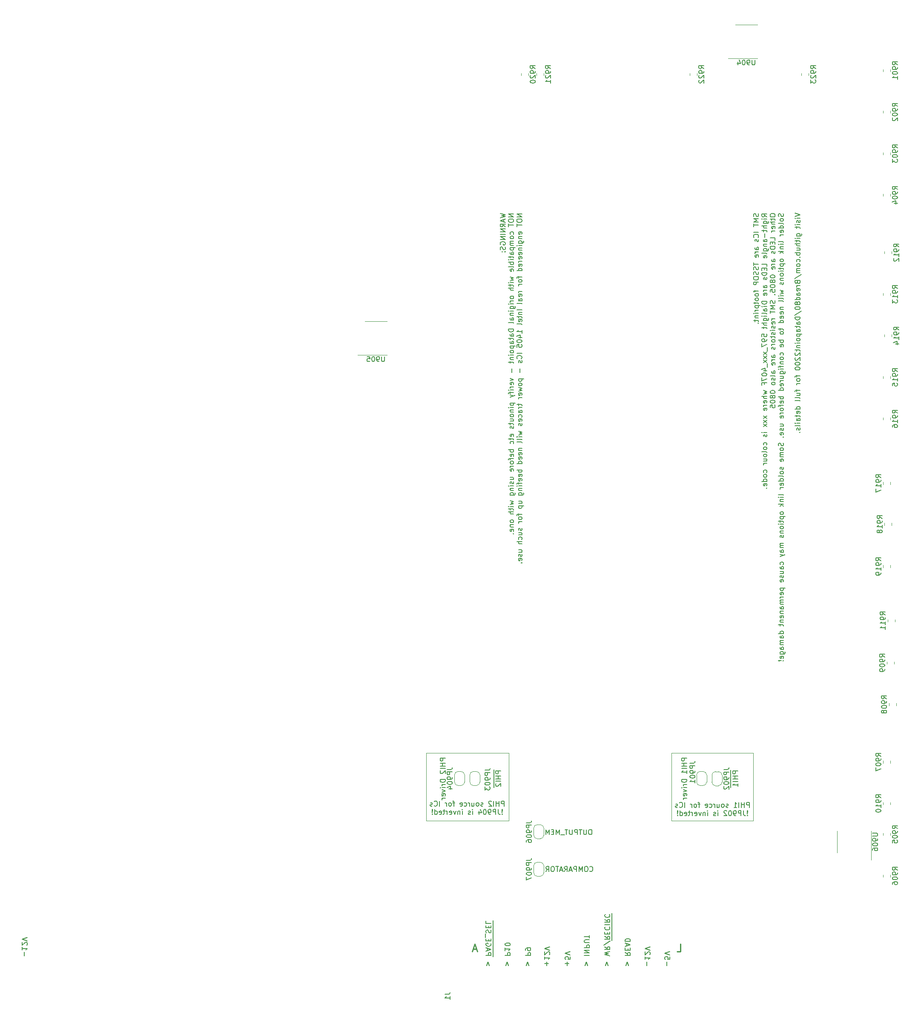
<source format=gbo>
G04 #@! TF.GenerationSoftware,KiCad,Pcbnew,(5.1.12)-1*
G04 #@! TF.CreationDate,2023-07-18T15:35:10+01:00*
G04 #@! TF.ProjectId,Memory,4d656d6f-7279-42e6-9b69-6361645f7063,rev?*
G04 #@! TF.SameCoordinates,Original*
G04 #@! TF.FileFunction,Legend,Bot*
G04 #@! TF.FilePolarity,Positive*
%FSLAX46Y46*%
G04 Gerber Fmt 4.6, Leading zero omitted, Abs format (unit mm)*
G04 Created by KiCad (PCBNEW (5.1.12)-1) date 2023-07-18 15:35:10*
%MOMM*%
%LPD*%
G01*
G04 APERTURE LIST*
%ADD10C,0.150000*%
%ADD11C,0.250000*%
%ADD12C,0.120000*%
G04 APERTURE END LIST*
D10*
X145885761Y-38895976D02*
X145933380Y-39038833D01*
X145933380Y-39276928D01*
X145885761Y-39372166D01*
X145838142Y-39419785D01*
X145742904Y-39467404D01*
X145647666Y-39467404D01*
X145552428Y-39419785D01*
X145504809Y-39372166D01*
X145457190Y-39276928D01*
X145409571Y-39086452D01*
X145361952Y-38991214D01*
X145314333Y-38943595D01*
X145219095Y-38895976D01*
X145123857Y-38895976D01*
X145028619Y-38943595D01*
X144981000Y-38991214D01*
X144933380Y-39086452D01*
X144933380Y-39324547D01*
X144981000Y-39467404D01*
X145933380Y-39895976D02*
X144933380Y-39895976D01*
X145647666Y-40229309D01*
X144933380Y-40562642D01*
X145933380Y-40562642D01*
X144933380Y-40895976D02*
X144933380Y-41467404D01*
X145933380Y-41181690D02*
X144933380Y-41181690D01*
X145933380Y-42562642D02*
X144933380Y-42562642D01*
X145838142Y-43610261D02*
X145885761Y-43562642D01*
X145933380Y-43419785D01*
X145933380Y-43324547D01*
X145885761Y-43181690D01*
X145790523Y-43086452D01*
X145695285Y-43038833D01*
X145504809Y-42991214D01*
X145361952Y-42991214D01*
X145171476Y-43038833D01*
X145076238Y-43086452D01*
X144981000Y-43181690D01*
X144933380Y-43324547D01*
X144933380Y-43419785D01*
X144981000Y-43562642D01*
X145028619Y-43610261D01*
X145885761Y-43991214D02*
X145933380Y-44086452D01*
X145933380Y-44276928D01*
X145885761Y-44372166D01*
X145790523Y-44419785D01*
X145742904Y-44419785D01*
X145647666Y-44372166D01*
X145600047Y-44276928D01*
X145600047Y-44134071D01*
X145552428Y-44038833D01*
X145457190Y-43991214D01*
X145409571Y-43991214D01*
X145314333Y-44038833D01*
X145266714Y-44134071D01*
X145266714Y-44276928D01*
X145314333Y-44372166D01*
X145933380Y-46038833D02*
X145409571Y-46038833D01*
X145314333Y-45991214D01*
X145266714Y-45895976D01*
X145266714Y-45705500D01*
X145314333Y-45610261D01*
X145885761Y-46038833D02*
X145933380Y-45943595D01*
X145933380Y-45705500D01*
X145885761Y-45610261D01*
X145790523Y-45562642D01*
X145695285Y-45562642D01*
X145600047Y-45610261D01*
X145552428Y-45705500D01*
X145552428Y-45943595D01*
X145504809Y-46038833D01*
X145933380Y-46515023D02*
X145266714Y-46515023D01*
X145457190Y-46515023D02*
X145361952Y-46562642D01*
X145314333Y-46610261D01*
X145266714Y-46705500D01*
X145266714Y-46800738D01*
X145885761Y-47515023D02*
X145933380Y-47419785D01*
X145933380Y-47229309D01*
X145885761Y-47134071D01*
X145790523Y-47086452D01*
X145409571Y-47086452D01*
X145314333Y-47134071D01*
X145266714Y-47229309D01*
X145266714Y-47419785D01*
X145314333Y-47515023D01*
X145409571Y-47562642D01*
X145504809Y-47562642D01*
X145600047Y-47086452D01*
X144933380Y-48610261D02*
X144933380Y-49181690D01*
X145933380Y-48895976D02*
X144933380Y-48895976D01*
X145885761Y-49467404D02*
X145933380Y-49610261D01*
X145933380Y-49848357D01*
X145885761Y-49943595D01*
X145838142Y-49991214D01*
X145742904Y-50038833D01*
X145647666Y-50038833D01*
X145552428Y-49991214D01*
X145504809Y-49943595D01*
X145457190Y-49848357D01*
X145409571Y-49657880D01*
X145361952Y-49562642D01*
X145314333Y-49515023D01*
X145219095Y-49467404D01*
X145123857Y-49467404D01*
X145028619Y-49515023D01*
X144981000Y-49562642D01*
X144933380Y-49657880D01*
X144933380Y-49895976D01*
X144981000Y-50038833D01*
X145885761Y-50419785D02*
X145933380Y-50562642D01*
X145933380Y-50800738D01*
X145885761Y-50895976D01*
X145838142Y-50943595D01*
X145742904Y-50991214D01*
X145647666Y-50991214D01*
X145552428Y-50943595D01*
X145504809Y-50895976D01*
X145457190Y-50800738D01*
X145409571Y-50610261D01*
X145361952Y-50515023D01*
X145314333Y-50467404D01*
X145219095Y-50419785D01*
X145123857Y-50419785D01*
X145028619Y-50467404D01*
X144981000Y-50515023D01*
X144933380Y-50610261D01*
X144933380Y-50848357D01*
X144981000Y-50991214D01*
X144933380Y-51610261D02*
X144933380Y-51800738D01*
X144981000Y-51895976D01*
X145076238Y-51991214D01*
X145266714Y-52038833D01*
X145600047Y-52038833D01*
X145790523Y-51991214D01*
X145885761Y-51895976D01*
X145933380Y-51800738D01*
X145933380Y-51610261D01*
X145885761Y-51515023D01*
X145790523Y-51419785D01*
X145600047Y-51372166D01*
X145266714Y-51372166D01*
X145076238Y-51419785D01*
X144981000Y-51515023D01*
X144933380Y-51610261D01*
X145933380Y-52467404D02*
X144933380Y-52467404D01*
X144933380Y-52848357D01*
X144981000Y-52943595D01*
X145028619Y-52991214D01*
X145123857Y-53038833D01*
X145266714Y-53038833D01*
X145361952Y-52991214D01*
X145409571Y-52943595D01*
X145457190Y-52848357D01*
X145457190Y-52467404D01*
X145266714Y-54086452D02*
X145266714Y-54467404D01*
X145933380Y-54229309D02*
X145076238Y-54229309D01*
X144981000Y-54276928D01*
X144933380Y-54372166D01*
X144933380Y-54467404D01*
X145933380Y-54943595D02*
X145885761Y-54848357D01*
X145838142Y-54800738D01*
X145742904Y-54753119D01*
X145457190Y-54753119D01*
X145361952Y-54800738D01*
X145314333Y-54848357D01*
X145266714Y-54943595D01*
X145266714Y-55086452D01*
X145314333Y-55181690D01*
X145361952Y-55229309D01*
X145457190Y-55276928D01*
X145742904Y-55276928D01*
X145838142Y-55229309D01*
X145885761Y-55181690D01*
X145933380Y-55086452D01*
X145933380Y-54943595D01*
X145933380Y-55848357D02*
X145885761Y-55753119D01*
X145838142Y-55705500D01*
X145742904Y-55657880D01*
X145457190Y-55657880D01*
X145361952Y-55705500D01*
X145314333Y-55753119D01*
X145266714Y-55848357D01*
X145266714Y-55991214D01*
X145314333Y-56086452D01*
X145361952Y-56134071D01*
X145457190Y-56181690D01*
X145742904Y-56181690D01*
X145838142Y-56134071D01*
X145885761Y-56086452D01*
X145933380Y-55991214D01*
X145933380Y-55848357D01*
X145266714Y-56467404D02*
X145266714Y-56848357D01*
X144933380Y-56610261D02*
X145790523Y-56610261D01*
X145885761Y-56657880D01*
X145933380Y-56753119D01*
X145933380Y-56848357D01*
X145266714Y-57181690D02*
X146266714Y-57181690D01*
X145314333Y-57181690D02*
X145266714Y-57276928D01*
X145266714Y-57467404D01*
X145314333Y-57562642D01*
X145361952Y-57610261D01*
X145457190Y-57657880D01*
X145742904Y-57657880D01*
X145838142Y-57610261D01*
X145885761Y-57562642D01*
X145933380Y-57467404D01*
X145933380Y-57276928D01*
X145885761Y-57181690D01*
X145933380Y-58086452D02*
X145266714Y-58086452D01*
X145457190Y-58086452D02*
X145361952Y-58134071D01*
X145314333Y-58181690D01*
X145266714Y-58276928D01*
X145266714Y-58372166D01*
X145933380Y-58705500D02*
X145266714Y-58705500D01*
X144933380Y-58705500D02*
X144981000Y-58657880D01*
X145028619Y-58705500D01*
X144981000Y-58753119D01*
X144933380Y-58705500D01*
X145028619Y-58705500D01*
X145266714Y-59181690D02*
X145933380Y-59181690D01*
X145361952Y-59181690D02*
X145314333Y-59229309D01*
X145266714Y-59324547D01*
X145266714Y-59467404D01*
X145314333Y-59562642D01*
X145409571Y-59610261D01*
X145933380Y-59610261D01*
X145266714Y-59943595D02*
X145266714Y-60324547D01*
X144933380Y-60086452D02*
X145790523Y-60086452D01*
X145885761Y-60134071D01*
X145933380Y-60229309D01*
X145933380Y-60324547D01*
X145838142Y-60657880D02*
X145885761Y-60705500D01*
X145933380Y-60657880D01*
X145885761Y-60610261D01*
X145838142Y-60657880D01*
X145933380Y-60657880D01*
X147583380Y-39515023D02*
X147107190Y-39181690D01*
X147583380Y-38943595D02*
X146583380Y-38943595D01*
X146583380Y-39324547D01*
X146631000Y-39419785D01*
X146678619Y-39467404D01*
X146773857Y-39515023D01*
X146916714Y-39515023D01*
X147011952Y-39467404D01*
X147059571Y-39419785D01*
X147107190Y-39324547D01*
X147107190Y-38943595D01*
X147583380Y-39943595D02*
X146916714Y-39943595D01*
X146583380Y-39943595D02*
X146631000Y-39895976D01*
X146678619Y-39943595D01*
X146631000Y-39991214D01*
X146583380Y-39943595D01*
X146678619Y-39943595D01*
X146916714Y-40848357D02*
X147726238Y-40848357D01*
X147821476Y-40800738D01*
X147869095Y-40753119D01*
X147916714Y-40657880D01*
X147916714Y-40515023D01*
X147869095Y-40419785D01*
X147535761Y-40848357D02*
X147583380Y-40753119D01*
X147583380Y-40562642D01*
X147535761Y-40467404D01*
X147488142Y-40419785D01*
X147392904Y-40372166D01*
X147107190Y-40372166D01*
X147011952Y-40419785D01*
X146964333Y-40467404D01*
X146916714Y-40562642D01*
X146916714Y-40753119D01*
X146964333Y-40848357D01*
X147583380Y-41324547D02*
X146583380Y-41324547D01*
X147583380Y-41753119D02*
X147059571Y-41753119D01*
X146964333Y-41705500D01*
X146916714Y-41610261D01*
X146916714Y-41467404D01*
X146964333Y-41372166D01*
X147011952Y-41324547D01*
X146916714Y-42086452D02*
X146916714Y-42467404D01*
X146583380Y-42229309D02*
X147440523Y-42229309D01*
X147535761Y-42276928D01*
X147583380Y-42372166D01*
X147583380Y-42467404D01*
X147202428Y-42800738D02*
X147202428Y-43562642D01*
X147583380Y-44467404D02*
X147059571Y-44467404D01*
X146964333Y-44419785D01*
X146916714Y-44324547D01*
X146916714Y-44134071D01*
X146964333Y-44038833D01*
X147535761Y-44467404D02*
X147583380Y-44372166D01*
X147583380Y-44134071D01*
X147535761Y-44038833D01*
X147440523Y-43991214D01*
X147345285Y-43991214D01*
X147250047Y-44038833D01*
X147202428Y-44134071D01*
X147202428Y-44372166D01*
X147154809Y-44467404D01*
X146916714Y-44943595D02*
X147583380Y-44943595D01*
X147011952Y-44943595D02*
X146964333Y-44991214D01*
X146916714Y-45086452D01*
X146916714Y-45229309D01*
X146964333Y-45324547D01*
X147059571Y-45372166D01*
X147583380Y-45372166D01*
X146916714Y-46276928D02*
X147726238Y-46276928D01*
X147821476Y-46229309D01*
X147869095Y-46181690D01*
X147916714Y-46086452D01*
X147916714Y-45943595D01*
X147869095Y-45848357D01*
X147535761Y-46276928D02*
X147583380Y-46181690D01*
X147583380Y-45991214D01*
X147535761Y-45895976D01*
X147488142Y-45848357D01*
X147392904Y-45800738D01*
X147107190Y-45800738D01*
X147011952Y-45848357D01*
X146964333Y-45895976D01*
X146916714Y-45991214D01*
X146916714Y-46181690D01*
X146964333Y-46276928D01*
X147583380Y-46895976D02*
X147535761Y-46800738D01*
X147440523Y-46753119D01*
X146583380Y-46753119D01*
X147535761Y-47657880D02*
X147583380Y-47562642D01*
X147583380Y-47372166D01*
X147535761Y-47276928D01*
X147440523Y-47229309D01*
X147059571Y-47229309D01*
X146964333Y-47276928D01*
X146916714Y-47372166D01*
X146916714Y-47562642D01*
X146964333Y-47657880D01*
X147059571Y-47705500D01*
X147154809Y-47705500D01*
X147250047Y-47229309D01*
X147583380Y-49372166D02*
X147583380Y-48895976D01*
X146583380Y-48895976D01*
X147059571Y-49705500D02*
X147059571Y-50038833D01*
X147583380Y-50181690D02*
X147583380Y-49705500D01*
X146583380Y-49705500D01*
X146583380Y-50181690D01*
X147583380Y-50610261D02*
X146583380Y-50610261D01*
X146583380Y-50848357D01*
X146631000Y-50991214D01*
X146726238Y-51086452D01*
X146821476Y-51134071D01*
X147011952Y-51181690D01*
X147154809Y-51181690D01*
X147345285Y-51134071D01*
X147440523Y-51086452D01*
X147535761Y-50991214D01*
X147583380Y-50848357D01*
X147583380Y-50610261D01*
X147535761Y-51562642D02*
X147583380Y-51657880D01*
X147583380Y-51848357D01*
X147535761Y-51943595D01*
X147440523Y-51991214D01*
X147392904Y-51991214D01*
X147297666Y-51943595D01*
X147250047Y-51848357D01*
X147250047Y-51705500D01*
X147202428Y-51610261D01*
X147107190Y-51562642D01*
X147059571Y-51562642D01*
X146964333Y-51610261D01*
X146916714Y-51705500D01*
X146916714Y-51848357D01*
X146964333Y-51943595D01*
X147583380Y-53610261D02*
X147059571Y-53610261D01*
X146964333Y-53562642D01*
X146916714Y-53467404D01*
X146916714Y-53276928D01*
X146964333Y-53181690D01*
X147535761Y-53610261D02*
X147583380Y-53515023D01*
X147583380Y-53276928D01*
X147535761Y-53181690D01*
X147440523Y-53134071D01*
X147345285Y-53134071D01*
X147250047Y-53181690D01*
X147202428Y-53276928D01*
X147202428Y-53515023D01*
X147154809Y-53610261D01*
X147583380Y-54086452D02*
X146916714Y-54086452D01*
X147107190Y-54086452D02*
X147011952Y-54134071D01*
X146964333Y-54181690D01*
X146916714Y-54276928D01*
X146916714Y-54372166D01*
X147535761Y-55086452D02*
X147583380Y-54991214D01*
X147583380Y-54800738D01*
X147535761Y-54705500D01*
X147440523Y-54657880D01*
X147059571Y-54657880D01*
X146964333Y-54705500D01*
X146916714Y-54800738D01*
X146916714Y-54991214D01*
X146964333Y-55086452D01*
X147059571Y-55134071D01*
X147154809Y-55134071D01*
X147250047Y-54657880D01*
X147583380Y-56324547D02*
X146583380Y-56324547D01*
X146583380Y-56562642D01*
X146631000Y-56705500D01*
X146726238Y-56800738D01*
X146821476Y-56848357D01*
X147011952Y-56895976D01*
X147154809Y-56895976D01*
X147345285Y-56848357D01*
X147440523Y-56800738D01*
X147535761Y-56705500D01*
X147583380Y-56562642D01*
X147583380Y-56324547D01*
X147583380Y-57324547D02*
X146916714Y-57324547D01*
X146583380Y-57324547D02*
X146631000Y-57276928D01*
X146678619Y-57324547D01*
X146631000Y-57372166D01*
X146583380Y-57324547D01*
X146678619Y-57324547D01*
X147583380Y-58229309D02*
X147059571Y-58229309D01*
X146964333Y-58181690D01*
X146916714Y-58086452D01*
X146916714Y-57895976D01*
X146964333Y-57800738D01*
X147535761Y-58229309D02*
X147583380Y-58134071D01*
X147583380Y-57895976D01*
X147535761Y-57800738D01*
X147440523Y-57753119D01*
X147345285Y-57753119D01*
X147250047Y-57800738D01*
X147202428Y-57895976D01*
X147202428Y-58134071D01*
X147154809Y-58229309D01*
X147583380Y-58848357D02*
X147535761Y-58753119D01*
X147440523Y-58705500D01*
X146583380Y-58705500D01*
X147583380Y-59229309D02*
X146916714Y-59229309D01*
X146583380Y-59229309D02*
X146631000Y-59181690D01*
X146678619Y-59229309D01*
X146631000Y-59276928D01*
X146583380Y-59229309D01*
X146678619Y-59229309D01*
X146916714Y-60134071D02*
X147726238Y-60134071D01*
X147821476Y-60086452D01*
X147869095Y-60038833D01*
X147916714Y-59943595D01*
X147916714Y-59800738D01*
X147869095Y-59705500D01*
X147535761Y-60134071D02*
X147583380Y-60038833D01*
X147583380Y-59848357D01*
X147535761Y-59753119D01*
X147488142Y-59705500D01*
X147392904Y-59657880D01*
X147107190Y-59657880D01*
X147011952Y-59705500D01*
X146964333Y-59753119D01*
X146916714Y-59848357D01*
X146916714Y-60038833D01*
X146964333Y-60134071D01*
X147583380Y-60610261D02*
X146583380Y-60610261D01*
X147583380Y-61038833D02*
X147059571Y-61038833D01*
X146964333Y-60991214D01*
X146916714Y-60895976D01*
X146916714Y-60753119D01*
X146964333Y-60657880D01*
X147011952Y-60610261D01*
X146916714Y-61372166D02*
X146916714Y-61753119D01*
X146583380Y-61515023D02*
X147440523Y-61515023D01*
X147535761Y-61562642D01*
X147583380Y-61657880D01*
X147583380Y-61753119D01*
X146583380Y-63324547D02*
X146583380Y-62848357D01*
X147059571Y-62800738D01*
X147011952Y-62848357D01*
X146964333Y-62943595D01*
X146964333Y-63181690D01*
X147011952Y-63276928D01*
X147059571Y-63324547D01*
X147154809Y-63372166D01*
X147392904Y-63372166D01*
X147488142Y-63324547D01*
X147535761Y-63276928D01*
X147583380Y-63181690D01*
X147583380Y-62943595D01*
X147535761Y-62848357D01*
X147488142Y-62800738D01*
X147583380Y-63848357D02*
X147583380Y-64038833D01*
X147535761Y-64134071D01*
X147488142Y-64181690D01*
X147345285Y-64276928D01*
X147154809Y-64324547D01*
X146773857Y-64324547D01*
X146678619Y-64276928D01*
X146631000Y-64229309D01*
X146583380Y-64134071D01*
X146583380Y-63943595D01*
X146631000Y-63848357D01*
X146678619Y-63800738D01*
X146773857Y-63753119D01*
X147011952Y-63753119D01*
X147107190Y-63800738D01*
X147154809Y-63848357D01*
X147202428Y-63943595D01*
X147202428Y-64134071D01*
X147154809Y-64229309D01*
X147107190Y-64276928D01*
X147011952Y-64324547D01*
X146583380Y-64657880D02*
X146583380Y-65324547D01*
X147583380Y-64895976D01*
X147678619Y-65467404D02*
X147678619Y-66229309D01*
X147583380Y-66372166D02*
X146916714Y-66895976D01*
X146916714Y-66372166D02*
X147583380Y-66895976D01*
X147583380Y-67181690D02*
X146916714Y-67705499D01*
X146916714Y-67181690D02*
X147583380Y-67705499D01*
X147583380Y-67991214D02*
X146916714Y-68515023D01*
X146916714Y-67991214D02*
X147583380Y-68515023D01*
X147678619Y-68657880D02*
X147678619Y-69419785D01*
X146916714Y-70086452D02*
X147583380Y-70086452D01*
X146535761Y-69848357D02*
X147250047Y-69610261D01*
X147250047Y-70229309D01*
X146583380Y-70800738D02*
X146583380Y-70895976D01*
X146631000Y-70991214D01*
X146678619Y-71038833D01*
X146773857Y-71086452D01*
X146964333Y-71134071D01*
X147202428Y-71134071D01*
X147392904Y-71086452D01*
X147488142Y-71038833D01*
X147535761Y-70991214D01*
X147583380Y-70895976D01*
X147583380Y-70800738D01*
X147535761Y-70705499D01*
X147488142Y-70657880D01*
X147392904Y-70610261D01*
X147202428Y-70562642D01*
X146964333Y-70562642D01*
X146773857Y-70610261D01*
X146678619Y-70657880D01*
X146631000Y-70705499D01*
X146583380Y-70800738D01*
X146583380Y-71467404D02*
X146583380Y-72134071D01*
X147583380Y-71705499D01*
X147059571Y-72848357D02*
X147059571Y-72515023D01*
X147583380Y-72515023D02*
X146583380Y-72515023D01*
X146583380Y-72991214D01*
X146916714Y-74038833D02*
X147583380Y-74229309D01*
X147107190Y-74419785D01*
X147583380Y-74610261D01*
X146916714Y-74800738D01*
X147583380Y-75181690D02*
X146583380Y-75181690D01*
X147583380Y-75610261D02*
X147059571Y-75610261D01*
X146964333Y-75562642D01*
X146916714Y-75467404D01*
X146916714Y-75324547D01*
X146964333Y-75229309D01*
X147011952Y-75181690D01*
X147535761Y-76467404D02*
X147583380Y-76372166D01*
X147583380Y-76181690D01*
X147535761Y-76086452D01*
X147440523Y-76038833D01*
X147059571Y-76038833D01*
X146964333Y-76086452D01*
X146916714Y-76181690D01*
X146916714Y-76372166D01*
X146964333Y-76467404D01*
X147059571Y-76515023D01*
X147154809Y-76515023D01*
X147250047Y-76038833D01*
X147583380Y-76943595D02*
X146916714Y-76943595D01*
X147107190Y-76943595D02*
X147011952Y-76991214D01*
X146964333Y-77038833D01*
X146916714Y-77134071D01*
X146916714Y-77229309D01*
X147535761Y-77943595D02*
X147583380Y-77848357D01*
X147583380Y-77657880D01*
X147535761Y-77562642D01*
X147440523Y-77515023D01*
X147059571Y-77515023D01*
X146964333Y-77562642D01*
X146916714Y-77657880D01*
X146916714Y-77848357D01*
X146964333Y-77943595D01*
X147059571Y-77991214D01*
X147154809Y-77991214D01*
X147250047Y-77515023D01*
X147583380Y-79086452D02*
X146916714Y-79610261D01*
X146916714Y-79086452D02*
X147583380Y-79610261D01*
X147583380Y-79895976D02*
X146916714Y-80419785D01*
X146916714Y-79895976D02*
X147583380Y-80419785D01*
X147583380Y-80705499D02*
X146916714Y-81229309D01*
X146916714Y-80705499D02*
X147583380Y-81229309D01*
X147583380Y-82372166D02*
X146916714Y-82372166D01*
X146583380Y-82372166D02*
X146631000Y-82324547D01*
X146678619Y-82372166D01*
X146631000Y-82419785D01*
X146583380Y-82372166D01*
X146678619Y-82372166D01*
X147535761Y-82800738D02*
X147583380Y-82895976D01*
X147583380Y-83086452D01*
X147535761Y-83181690D01*
X147440523Y-83229309D01*
X147392904Y-83229309D01*
X147297666Y-83181690D01*
X147250047Y-83086452D01*
X147250047Y-82943595D01*
X147202428Y-82848357D01*
X147107190Y-82800738D01*
X147059571Y-82800738D01*
X146964333Y-82848357D01*
X146916714Y-82943595D01*
X146916714Y-83086452D01*
X146964333Y-83181690D01*
X147535761Y-84848357D02*
X147583380Y-84753119D01*
X147583380Y-84562642D01*
X147535761Y-84467404D01*
X147488142Y-84419785D01*
X147392904Y-84372166D01*
X147107190Y-84372166D01*
X147011952Y-84419785D01*
X146964333Y-84467404D01*
X146916714Y-84562642D01*
X146916714Y-84753119D01*
X146964333Y-84848357D01*
X147583380Y-85419785D02*
X147535761Y-85324547D01*
X147488142Y-85276928D01*
X147392904Y-85229309D01*
X147107190Y-85229309D01*
X147011952Y-85276928D01*
X146964333Y-85324547D01*
X146916714Y-85419785D01*
X146916714Y-85562642D01*
X146964333Y-85657880D01*
X147011952Y-85705499D01*
X147107190Y-85753119D01*
X147392904Y-85753119D01*
X147488142Y-85705499D01*
X147535761Y-85657880D01*
X147583380Y-85562642D01*
X147583380Y-85419785D01*
X147583380Y-86324547D02*
X147535761Y-86229309D01*
X147440523Y-86181690D01*
X146583380Y-86181690D01*
X147583380Y-86848357D02*
X147535761Y-86753119D01*
X147488142Y-86705499D01*
X147392904Y-86657880D01*
X147107190Y-86657880D01*
X147011952Y-86705499D01*
X146964333Y-86753119D01*
X146916714Y-86848357D01*
X146916714Y-86991214D01*
X146964333Y-87086452D01*
X147011952Y-87134071D01*
X147107190Y-87181690D01*
X147392904Y-87181690D01*
X147488142Y-87134071D01*
X147535761Y-87086452D01*
X147583380Y-86991214D01*
X147583380Y-86848357D01*
X146916714Y-88038833D02*
X147583380Y-88038833D01*
X146916714Y-87610261D02*
X147440523Y-87610261D01*
X147535761Y-87657880D01*
X147583380Y-87753119D01*
X147583380Y-87895976D01*
X147535761Y-87991214D01*
X147488142Y-88038833D01*
X147583380Y-88515023D02*
X146916714Y-88515023D01*
X147107190Y-88515023D02*
X147011952Y-88562642D01*
X146964333Y-88610261D01*
X146916714Y-88705499D01*
X146916714Y-88800738D01*
X147535761Y-90324547D02*
X147583380Y-90229309D01*
X147583380Y-90038833D01*
X147535761Y-89943595D01*
X147488142Y-89895976D01*
X147392904Y-89848357D01*
X147107190Y-89848357D01*
X147011952Y-89895976D01*
X146964333Y-89943595D01*
X146916714Y-90038833D01*
X146916714Y-90229309D01*
X146964333Y-90324547D01*
X147583380Y-90895976D02*
X147535761Y-90800738D01*
X147488142Y-90753119D01*
X147392904Y-90705499D01*
X147107190Y-90705499D01*
X147011952Y-90753119D01*
X146964333Y-90800738D01*
X146916714Y-90895976D01*
X146916714Y-91038833D01*
X146964333Y-91134071D01*
X147011952Y-91181690D01*
X147107190Y-91229309D01*
X147392904Y-91229309D01*
X147488142Y-91181690D01*
X147535761Y-91134071D01*
X147583380Y-91038833D01*
X147583380Y-90895976D01*
X147583380Y-92086452D02*
X146583380Y-92086452D01*
X147535761Y-92086452D02*
X147583380Y-91991214D01*
X147583380Y-91800738D01*
X147535761Y-91705499D01*
X147488142Y-91657880D01*
X147392904Y-91610261D01*
X147107190Y-91610261D01*
X147011952Y-91657880D01*
X146964333Y-91705499D01*
X146916714Y-91800738D01*
X146916714Y-91991214D01*
X146964333Y-92086452D01*
X147535761Y-92943595D02*
X147583380Y-92848357D01*
X147583380Y-92657880D01*
X147535761Y-92562642D01*
X147440523Y-92515023D01*
X147059571Y-92515023D01*
X146964333Y-92562642D01*
X146916714Y-92657880D01*
X146916714Y-92848357D01*
X146964333Y-92943595D01*
X147059571Y-92991214D01*
X147154809Y-92991214D01*
X147250047Y-92515023D01*
X147488142Y-93419785D02*
X147535761Y-93467404D01*
X147583380Y-93419785D01*
X147535761Y-93372166D01*
X147488142Y-93419785D01*
X147583380Y-93419785D01*
X148233380Y-39134071D02*
X148233380Y-39324547D01*
X148281000Y-39419785D01*
X148376238Y-39515023D01*
X148566714Y-39562642D01*
X148900047Y-39562642D01*
X149090523Y-39515023D01*
X149185761Y-39419785D01*
X149233380Y-39324547D01*
X149233380Y-39134071D01*
X149185761Y-39038833D01*
X149090523Y-38943595D01*
X148900047Y-38895976D01*
X148566714Y-38895976D01*
X148376238Y-38943595D01*
X148281000Y-39038833D01*
X148233380Y-39134071D01*
X148566714Y-39848357D02*
X148566714Y-40229309D01*
X148233380Y-39991214D02*
X149090523Y-39991214D01*
X149185761Y-40038833D01*
X149233380Y-40134071D01*
X149233380Y-40229309D01*
X149233380Y-40562642D02*
X148233380Y-40562642D01*
X149233380Y-40991214D02*
X148709571Y-40991214D01*
X148614333Y-40943595D01*
X148566714Y-40848357D01*
X148566714Y-40705500D01*
X148614333Y-40610261D01*
X148661952Y-40562642D01*
X149185761Y-41848357D02*
X149233380Y-41753119D01*
X149233380Y-41562642D01*
X149185761Y-41467404D01*
X149090523Y-41419785D01*
X148709571Y-41419785D01*
X148614333Y-41467404D01*
X148566714Y-41562642D01*
X148566714Y-41753119D01*
X148614333Y-41848357D01*
X148709571Y-41895976D01*
X148804809Y-41895976D01*
X148900047Y-41419785D01*
X149233380Y-42324547D02*
X148566714Y-42324547D01*
X148757190Y-42324547D02*
X148661952Y-42372166D01*
X148614333Y-42419785D01*
X148566714Y-42515023D01*
X148566714Y-42610261D01*
X149233380Y-44181690D02*
X149233380Y-43705500D01*
X148233380Y-43705500D01*
X148709571Y-44515023D02*
X148709571Y-44848357D01*
X149233380Y-44991214D02*
X149233380Y-44515023D01*
X148233380Y-44515023D01*
X148233380Y-44991214D01*
X149233380Y-45419785D02*
X148233380Y-45419785D01*
X148233380Y-45657880D01*
X148281000Y-45800738D01*
X148376238Y-45895976D01*
X148471476Y-45943595D01*
X148661952Y-45991214D01*
X148804809Y-45991214D01*
X148995285Y-45943595D01*
X149090523Y-45895976D01*
X149185761Y-45800738D01*
X149233380Y-45657880D01*
X149233380Y-45419785D01*
X149185761Y-46372166D02*
X149233380Y-46467404D01*
X149233380Y-46657880D01*
X149185761Y-46753119D01*
X149090523Y-46800738D01*
X149042904Y-46800738D01*
X148947666Y-46753119D01*
X148900047Y-46657880D01*
X148900047Y-46515023D01*
X148852428Y-46419785D01*
X148757190Y-46372166D01*
X148709571Y-46372166D01*
X148614333Y-46419785D01*
X148566714Y-46515023D01*
X148566714Y-46657880D01*
X148614333Y-46753119D01*
X149233380Y-48419785D02*
X148709571Y-48419785D01*
X148614333Y-48372166D01*
X148566714Y-48276928D01*
X148566714Y-48086452D01*
X148614333Y-47991214D01*
X149185761Y-48419785D02*
X149233380Y-48324547D01*
X149233380Y-48086452D01*
X149185761Y-47991214D01*
X149090523Y-47943595D01*
X148995285Y-47943595D01*
X148900047Y-47991214D01*
X148852428Y-48086452D01*
X148852428Y-48324547D01*
X148804809Y-48419785D01*
X149233380Y-48895976D02*
X148566714Y-48895976D01*
X148757190Y-48895976D02*
X148661952Y-48943595D01*
X148614333Y-48991214D01*
X148566714Y-49086452D01*
X148566714Y-49181690D01*
X149185761Y-49895976D02*
X149233380Y-49800738D01*
X149233380Y-49610261D01*
X149185761Y-49515023D01*
X149090523Y-49467404D01*
X148709571Y-49467404D01*
X148614333Y-49515023D01*
X148566714Y-49610261D01*
X148566714Y-49800738D01*
X148614333Y-49895976D01*
X148709571Y-49943595D01*
X148804809Y-49943595D01*
X148900047Y-49467404D01*
X148233380Y-51324547D02*
X148233380Y-51419785D01*
X148281000Y-51515023D01*
X148328619Y-51562642D01*
X148423857Y-51610261D01*
X148614333Y-51657880D01*
X148852428Y-51657880D01*
X149042904Y-51610261D01*
X149138142Y-51562642D01*
X149185761Y-51515023D01*
X149233380Y-51419785D01*
X149233380Y-51324547D01*
X149185761Y-51229309D01*
X149138142Y-51181690D01*
X149042904Y-51134071D01*
X148852428Y-51086452D01*
X148614333Y-51086452D01*
X148423857Y-51134071D01*
X148328619Y-51181690D01*
X148281000Y-51229309D01*
X148233380Y-51324547D01*
X148661952Y-52229309D02*
X148614333Y-52134071D01*
X148566714Y-52086452D01*
X148471476Y-52038833D01*
X148423857Y-52038833D01*
X148328619Y-52086452D01*
X148281000Y-52134071D01*
X148233380Y-52229309D01*
X148233380Y-52419785D01*
X148281000Y-52515023D01*
X148328619Y-52562642D01*
X148423857Y-52610261D01*
X148471476Y-52610261D01*
X148566714Y-52562642D01*
X148614333Y-52515023D01*
X148661952Y-52419785D01*
X148661952Y-52229309D01*
X148709571Y-52134071D01*
X148757190Y-52086452D01*
X148852428Y-52038833D01*
X149042904Y-52038833D01*
X149138142Y-52086452D01*
X149185761Y-52134071D01*
X149233380Y-52229309D01*
X149233380Y-52419785D01*
X149185761Y-52515023D01*
X149138142Y-52562642D01*
X149042904Y-52610261D01*
X148852428Y-52610261D01*
X148757190Y-52562642D01*
X148709571Y-52515023D01*
X148661952Y-52419785D01*
X148233380Y-53229309D02*
X148233380Y-53324547D01*
X148281000Y-53419785D01*
X148328619Y-53467404D01*
X148423857Y-53515023D01*
X148614333Y-53562642D01*
X148852428Y-53562642D01*
X149042904Y-53515023D01*
X149138142Y-53467404D01*
X149185761Y-53419785D01*
X149233380Y-53324547D01*
X149233380Y-53229309D01*
X149185761Y-53134071D01*
X149138142Y-53086452D01*
X149042904Y-53038833D01*
X148852428Y-52991214D01*
X148614333Y-52991214D01*
X148423857Y-53038833D01*
X148328619Y-53086452D01*
X148281000Y-53134071D01*
X148233380Y-53229309D01*
X148233380Y-54467404D02*
X148233380Y-53991214D01*
X148709571Y-53943595D01*
X148661952Y-53991214D01*
X148614333Y-54086452D01*
X148614333Y-54324547D01*
X148661952Y-54419785D01*
X148709571Y-54467404D01*
X148804809Y-54515023D01*
X149042904Y-54515023D01*
X149138142Y-54467404D01*
X149185761Y-54419785D01*
X149233380Y-54324547D01*
X149233380Y-54086452D01*
X149185761Y-53991214D01*
X149138142Y-53943595D01*
X149138142Y-54943595D02*
X149185761Y-54991214D01*
X149233380Y-54943595D01*
X149185761Y-54895976D01*
X149138142Y-54943595D01*
X149233380Y-54943595D01*
X149185761Y-56134071D02*
X149233380Y-56276928D01*
X149233380Y-56515023D01*
X149185761Y-56610261D01*
X149138142Y-56657880D01*
X149042904Y-56705500D01*
X148947666Y-56705500D01*
X148852428Y-56657880D01*
X148804809Y-56610261D01*
X148757190Y-56515023D01*
X148709571Y-56324547D01*
X148661952Y-56229309D01*
X148614333Y-56181690D01*
X148519095Y-56134071D01*
X148423857Y-56134071D01*
X148328619Y-56181690D01*
X148281000Y-56229309D01*
X148233380Y-56324547D01*
X148233380Y-56562642D01*
X148281000Y-56705500D01*
X149233380Y-57134071D02*
X148233380Y-57134071D01*
X148947666Y-57467404D01*
X148233380Y-57800738D01*
X149233380Y-57800738D01*
X148233380Y-58134071D02*
X148233380Y-58705500D01*
X149233380Y-58419785D02*
X148233380Y-58419785D01*
X149233380Y-59800738D02*
X148566714Y-59800738D01*
X148757190Y-59800738D02*
X148661952Y-59848357D01*
X148614333Y-59895976D01*
X148566714Y-59991214D01*
X148566714Y-60086452D01*
X149185761Y-60800738D02*
X149233380Y-60705500D01*
X149233380Y-60515023D01*
X149185761Y-60419785D01*
X149090523Y-60372166D01*
X148709571Y-60372166D01*
X148614333Y-60419785D01*
X148566714Y-60515023D01*
X148566714Y-60705500D01*
X148614333Y-60800738D01*
X148709571Y-60848357D01*
X148804809Y-60848357D01*
X148900047Y-60372166D01*
X149185761Y-61229309D02*
X149233380Y-61324547D01*
X149233380Y-61515023D01*
X149185761Y-61610261D01*
X149090523Y-61657880D01*
X149042904Y-61657880D01*
X148947666Y-61610261D01*
X148900047Y-61515023D01*
X148900047Y-61372166D01*
X148852428Y-61276928D01*
X148757190Y-61229309D01*
X148709571Y-61229309D01*
X148614333Y-61276928D01*
X148566714Y-61372166D01*
X148566714Y-61515023D01*
X148614333Y-61610261D01*
X149233380Y-62086452D02*
X148566714Y-62086452D01*
X148233380Y-62086452D02*
X148281000Y-62038833D01*
X148328619Y-62086452D01*
X148281000Y-62134071D01*
X148233380Y-62086452D01*
X148328619Y-62086452D01*
X149185761Y-62515023D02*
X149233380Y-62610261D01*
X149233380Y-62800738D01*
X149185761Y-62895976D01*
X149090523Y-62943595D01*
X149042904Y-62943595D01*
X148947666Y-62895976D01*
X148900047Y-62800738D01*
X148900047Y-62657880D01*
X148852428Y-62562642D01*
X148757190Y-62515023D01*
X148709571Y-62515023D01*
X148614333Y-62562642D01*
X148566714Y-62657880D01*
X148566714Y-62800738D01*
X148614333Y-62895976D01*
X148566714Y-63229309D02*
X148566714Y-63610261D01*
X148233380Y-63372166D02*
X149090523Y-63372166D01*
X149185761Y-63419785D01*
X149233380Y-63515023D01*
X149233380Y-63610261D01*
X149233380Y-64086452D02*
X149185761Y-63991214D01*
X149138142Y-63943595D01*
X149042904Y-63895976D01*
X148757190Y-63895976D01*
X148661952Y-63943595D01*
X148614333Y-63991214D01*
X148566714Y-64086452D01*
X148566714Y-64229309D01*
X148614333Y-64324547D01*
X148661952Y-64372166D01*
X148757190Y-64419785D01*
X149042904Y-64419785D01*
X149138142Y-64372166D01*
X149185761Y-64324547D01*
X149233380Y-64229309D01*
X149233380Y-64086452D01*
X149233380Y-64848357D02*
X148566714Y-64848357D01*
X148757190Y-64848357D02*
X148661952Y-64895976D01*
X148614333Y-64943595D01*
X148566714Y-65038833D01*
X148566714Y-65134071D01*
X149185761Y-65419785D02*
X149233380Y-65515023D01*
X149233380Y-65705500D01*
X149185761Y-65800738D01*
X149090523Y-65848357D01*
X149042904Y-65848357D01*
X148947666Y-65800738D01*
X148900047Y-65705500D01*
X148900047Y-65562642D01*
X148852428Y-65467404D01*
X148757190Y-65419785D01*
X148709571Y-65419785D01*
X148614333Y-65467404D01*
X148566714Y-65562642D01*
X148566714Y-65705500D01*
X148614333Y-65800738D01*
X149233380Y-67467404D02*
X148709571Y-67467404D01*
X148614333Y-67419785D01*
X148566714Y-67324547D01*
X148566714Y-67134071D01*
X148614333Y-67038833D01*
X149185761Y-67467404D02*
X149233380Y-67372166D01*
X149233380Y-67134071D01*
X149185761Y-67038833D01*
X149090523Y-66991214D01*
X148995285Y-66991214D01*
X148900047Y-67038833D01*
X148852428Y-67134071D01*
X148852428Y-67372166D01*
X148804809Y-67467404D01*
X149233380Y-67943595D02*
X148566714Y-67943595D01*
X148757190Y-67943595D02*
X148661952Y-67991214D01*
X148614333Y-68038833D01*
X148566714Y-68134071D01*
X148566714Y-68229309D01*
X149185761Y-68943595D02*
X149233380Y-68848357D01*
X149233380Y-68657880D01*
X149185761Y-68562642D01*
X149090523Y-68515023D01*
X148709571Y-68515023D01*
X148614333Y-68562642D01*
X148566714Y-68657880D01*
X148566714Y-68848357D01*
X148614333Y-68943595D01*
X148709571Y-68991214D01*
X148804809Y-68991214D01*
X148900047Y-68515023D01*
X149233380Y-70610261D02*
X148709571Y-70610261D01*
X148614333Y-70562642D01*
X148566714Y-70467404D01*
X148566714Y-70276928D01*
X148614333Y-70181690D01*
X149185761Y-70610261D02*
X149233380Y-70515023D01*
X149233380Y-70276928D01*
X149185761Y-70181690D01*
X149090523Y-70134071D01*
X148995285Y-70134071D01*
X148900047Y-70181690D01*
X148852428Y-70276928D01*
X148852428Y-70515023D01*
X148804809Y-70610261D01*
X149233380Y-71229309D02*
X149185761Y-71134071D01*
X149090523Y-71086452D01*
X148233380Y-71086452D01*
X149185761Y-71562642D02*
X149233380Y-71657880D01*
X149233380Y-71848357D01*
X149185761Y-71943595D01*
X149090523Y-71991214D01*
X149042904Y-71991214D01*
X148947666Y-71943595D01*
X148900047Y-71848357D01*
X148900047Y-71705500D01*
X148852428Y-71610261D01*
X148757190Y-71562642D01*
X148709571Y-71562642D01*
X148614333Y-71610261D01*
X148566714Y-71705500D01*
X148566714Y-71848357D01*
X148614333Y-71943595D01*
X149233380Y-72562642D02*
X149185761Y-72467404D01*
X149138142Y-72419785D01*
X149042904Y-72372166D01*
X148757190Y-72372166D01*
X148661952Y-72419785D01*
X148614333Y-72467404D01*
X148566714Y-72562642D01*
X148566714Y-72705500D01*
X148614333Y-72800738D01*
X148661952Y-72848357D01*
X148757190Y-72895976D01*
X149042904Y-72895976D01*
X149138142Y-72848357D01*
X149185761Y-72800738D01*
X149233380Y-72705500D01*
X149233380Y-72562642D01*
X148233380Y-74276928D02*
X148233380Y-74372166D01*
X148281000Y-74467404D01*
X148328619Y-74515023D01*
X148423857Y-74562642D01*
X148614333Y-74610261D01*
X148852428Y-74610261D01*
X149042904Y-74562642D01*
X149138142Y-74515023D01*
X149185761Y-74467404D01*
X149233380Y-74372166D01*
X149233380Y-74276928D01*
X149185761Y-74181690D01*
X149138142Y-74134071D01*
X149042904Y-74086452D01*
X148852428Y-74038833D01*
X148614333Y-74038833D01*
X148423857Y-74086452D01*
X148328619Y-74134071D01*
X148281000Y-74181690D01*
X148233380Y-74276928D01*
X148661952Y-75181690D02*
X148614333Y-75086452D01*
X148566714Y-75038833D01*
X148471476Y-74991214D01*
X148423857Y-74991214D01*
X148328619Y-75038833D01*
X148281000Y-75086452D01*
X148233380Y-75181690D01*
X148233380Y-75372166D01*
X148281000Y-75467404D01*
X148328619Y-75515023D01*
X148423857Y-75562642D01*
X148471476Y-75562642D01*
X148566714Y-75515023D01*
X148614333Y-75467404D01*
X148661952Y-75372166D01*
X148661952Y-75181690D01*
X148709571Y-75086452D01*
X148757190Y-75038833D01*
X148852428Y-74991214D01*
X149042904Y-74991214D01*
X149138142Y-75038833D01*
X149185761Y-75086452D01*
X149233380Y-75181690D01*
X149233380Y-75372166D01*
X149185761Y-75467404D01*
X149138142Y-75515023D01*
X149042904Y-75562642D01*
X148852428Y-75562642D01*
X148757190Y-75515023D01*
X148709571Y-75467404D01*
X148661952Y-75372166D01*
X148233380Y-76181690D02*
X148233380Y-76276928D01*
X148281000Y-76372166D01*
X148328619Y-76419785D01*
X148423857Y-76467404D01*
X148614333Y-76515023D01*
X148852428Y-76515023D01*
X149042904Y-76467404D01*
X149138142Y-76419785D01*
X149185761Y-76372166D01*
X149233380Y-76276928D01*
X149233380Y-76181690D01*
X149185761Y-76086452D01*
X149138142Y-76038833D01*
X149042904Y-75991214D01*
X148852428Y-75943595D01*
X148614333Y-75943595D01*
X148423857Y-75991214D01*
X148328619Y-76038833D01*
X148281000Y-76086452D01*
X148233380Y-76181690D01*
X148233380Y-77419785D02*
X148233380Y-76943595D01*
X148709571Y-76895976D01*
X148661952Y-76943595D01*
X148614333Y-77038833D01*
X148614333Y-77276928D01*
X148661952Y-77372166D01*
X148709571Y-77419785D01*
X148804809Y-77467404D01*
X149042904Y-77467404D01*
X149138142Y-77419785D01*
X149185761Y-77372166D01*
X149233380Y-77276928D01*
X149233380Y-77038833D01*
X149185761Y-76943595D01*
X149138142Y-76895976D01*
X150835761Y-38895976D02*
X150883380Y-39038833D01*
X150883380Y-39276928D01*
X150835761Y-39372166D01*
X150788142Y-39419785D01*
X150692904Y-39467404D01*
X150597666Y-39467404D01*
X150502428Y-39419785D01*
X150454809Y-39372166D01*
X150407190Y-39276928D01*
X150359571Y-39086452D01*
X150311952Y-38991214D01*
X150264333Y-38943595D01*
X150169095Y-38895976D01*
X150073857Y-38895976D01*
X149978619Y-38943595D01*
X149931000Y-38991214D01*
X149883380Y-39086452D01*
X149883380Y-39324547D01*
X149931000Y-39467404D01*
X150883380Y-40038833D02*
X150835761Y-39943595D01*
X150788142Y-39895976D01*
X150692904Y-39848357D01*
X150407190Y-39848357D01*
X150311952Y-39895976D01*
X150264333Y-39943595D01*
X150216714Y-40038833D01*
X150216714Y-40181690D01*
X150264333Y-40276928D01*
X150311952Y-40324547D01*
X150407190Y-40372166D01*
X150692904Y-40372166D01*
X150788142Y-40324547D01*
X150835761Y-40276928D01*
X150883380Y-40181690D01*
X150883380Y-40038833D01*
X150883380Y-40943595D02*
X150835761Y-40848357D01*
X150740523Y-40800738D01*
X149883380Y-40800738D01*
X150883380Y-41753119D02*
X149883380Y-41753119D01*
X150835761Y-41753119D02*
X150883380Y-41657880D01*
X150883380Y-41467404D01*
X150835761Y-41372166D01*
X150788142Y-41324547D01*
X150692904Y-41276928D01*
X150407190Y-41276928D01*
X150311952Y-41324547D01*
X150264333Y-41372166D01*
X150216714Y-41467404D01*
X150216714Y-41657880D01*
X150264333Y-41753119D01*
X150835761Y-42610261D02*
X150883380Y-42515023D01*
X150883380Y-42324547D01*
X150835761Y-42229309D01*
X150740523Y-42181690D01*
X150359571Y-42181690D01*
X150264333Y-42229309D01*
X150216714Y-42324547D01*
X150216714Y-42515023D01*
X150264333Y-42610261D01*
X150359571Y-42657880D01*
X150454809Y-42657880D01*
X150550047Y-42181690D01*
X150883380Y-43086452D02*
X150216714Y-43086452D01*
X150407190Y-43086452D02*
X150311952Y-43134071D01*
X150264333Y-43181690D01*
X150216714Y-43276928D01*
X150216714Y-43372166D01*
X150883380Y-44610261D02*
X150835761Y-44515023D01*
X150740523Y-44467404D01*
X149883380Y-44467404D01*
X150883380Y-44991214D02*
X150216714Y-44991214D01*
X149883380Y-44991214D02*
X149931000Y-44943595D01*
X149978619Y-44991214D01*
X149931000Y-45038833D01*
X149883380Y-44991214D01*
X149978619Y-44991214D01*
X150216714Y-45467404D02*
X150883380Y-45467404D01*
X150311952Y-45467404D02*
X150264333Y-45515023D01*
X150216714Y-45610261D01*
X150216714Y-45753119D01*
X150264333Y-45848357D01*
X150359571Y-45895976D01*
X150883380Y-45895976D01*
X150883380Y-46372166D02*
X149883380Y-46372166D01*
X150502428Y-46467404D02*
X150883380Y-46753119D01*
X150216714Y-46753119D02*
X150597666Y-46372166D01*
X150883380Y-48086452D02*
X150835761Y-47991214D01*
X150788142Y-47943595D01*
X150692904Y-47895976D01*
X150407190Y-47895976D01*
X150311952Y-47943595D01*
X150264333Y-47991214D01*
X150216714Y-48086452D01*
X150216714Y-48229309D01*
X150264333Y-48324547D01*
X150311952Y-48372166D01*
X150407190Y-48419785D01*
X150692904Y-48419785D01*
X150788142Y-48372166D01*
X150835761Y-48324547D01*
X150883380Y-48229309D01*
X150883380Y-48086452D01*
X150216714Y-48848357D02*
X151216714Y-48848357D01*
X150264333Y-48848357D02*
X150216714Y-48943595D01*
X150216714Y-49134071D01*
X150264333Y-49229309D01*
X150311952Y-49276928D01*
X150407190Y-49324547D01*
X150692904Y-49324547D01*
X150788142Y-49276928D01*
X150835761Y-49229309D01*
X150883380Y-49134071D01*
X150883380Y-48943595D01*
X150835761Y-48848357D01*
X150216714Y-49610261D02*
X150216714Y-49991214D01*
X149883380Y-49753119D02*
X150740523Y-49753119D01*
X150835761Y-49800738D01*
X150883380Y-49895976D01*
X150883380Y-49991214D01*
X150883380Y-50324547D02*
X150216714Y-50324547D01*
X149883380Y-50324547D02*
X149931000Y-50276928D01*
X149978619Y-50324547D01*
X149931000Y-50372166D01*
X149883380Y-50324547D01*
X149978619Y-50324547D01*
X150883380Y-50943595D02*
X150835761Y-50848357D01*
X150788142Y-50800738D01*
X150692904Y-50753119D01*
X150407190Y-50753119D01*
X150311952Y-50800738D01*
X150264333Y-50848357D01*
X150216714Y-50943595D01*
X150216714Y-51086452D01*
X150264333Y-51181690D01*
X150311952Y-51229309D01*
X150407190Y-51276928D01*
X150692904Y-51276928D01*
X150788142Y-51229309D01*
X150835761Y-51181690D01*
X150883380Y-51086452D01*
X150883380Y-50943595D01*
X150216714Y-51705500D02*
X150883380Y-51705500D01*
X150311952Y-51705500D02*
X150264333Y-51753119D01*
X150216714Y-51848357D01*
X150216714Y-51991214D01*
X150264333Y-52086452D01*
X150359571Y-52134071D01*
X150883380Y-52134071D01*
X150835761Y-52562642D02*
X150883380Y-52657880D01*
X150883380Y-52848357D01*
X150835761Y-52943595D01*
X150740523Y-52991214D01*
X150692904Y-52991214D01*
X150597666Y-52943595D01*
X150550047Y-52848357D01*
X150550047Y-52705500D01*
X150502428Y-52610261D01*
X150407190Y-52562642D01*
X150359571Y-52562642D01*
X150264333Y-52610261D01*
X150216714Y-52705500D01*
X150216714Y-52848357D01*
X150264333Y-52943595D01*
X150216714Y-54086452D02*
X150883380Y-54276928D01*
X150407190Y-54467404D01*
X150883380Y-54657880D01*
X150216714Y-54848357D01*
X150883380Y-55229309D02*
X150216714Y-55229309D01*
X149883380Y-55229309D02*
X149931000Y-55181690D01*
X149978619Y-55229309D01*
X149931000Y-55276928D01*
X149883380Y-55229309D01*
X149978619Y-55229309D01*
X150883380Y-55848357D02*
X150835761Y-55753119D01*
X150740523Y-55705500D01*
X149883380Y-55705500D01*
X150883380Y-56372166D02*
X150835761Y-56276928D01*
X150740523Y-56229309D01*
X149883380Y-56229309D01*
X150216714Y-57515023D02*
X150883380Y-57515023D01*
X150311952Y-57515023D02*
X150264333Y-57562642D01*
X150216714Y-57657880D01*
X150216714Y-57800738D01*
X150264333Y-57895976D01*
X150359571Y-57943595D01*
X150883380Y-57943595D01*
X150835761Y-58800738D02*
X150883380Y-58705500D01*
X150883380Y-58515023D01*
X150835761Y-58419785D01*
X150740523Y-58372166D01*
X150359571Y-58372166D01*
X150264333Y-58419785D01*
X150216714Y-58515023D01*
X150216714Y-58705500D01*
X150264333Y-58800738D01*
X150359571Y-58848357D01*
X150454809Y-58848357D01*
X150550047Y-58372166D01*
X150835761Y-59657880D02*
X150883380Y-59562642D01*
X150883380Y-59372166D01*
X150835761Y-59276928D01*
X150740523Y-59229309D01*
X150359571Y-59229309D01*
X150264333Y-59276928D01*
X150216714Y-59372166D01*
X150216714Y-59562642D01*
X150264333Y-59657880D01*
X150359571Y-59705500D01*
X150454809Y-59705500D01*
X150550047Y-59229309D01*
X150883380Y-60562642D02*
X149883380Y-60562642D01*
X150835761Y-60562642D02*
X150883380Y-60467404D01*
X150883380Y-60276928D01*
X150835761Y-60181690D01*
X150788142Y-60134071D01*
X150692904Y-60086452D01*
X150407190Y-60086452D01*
X150311952Y-60134071D01*
X150264333Y-60181690D01*
X150216714Y-60276928D01*
X150216714Y-60467404D01*
X150264333Y-60562642D01*
X150216714Y-61657880D02*
X150216714Y-62038833D01*
X149883380Y-61800738D02*
X150740523Y-61800738D01*
X150835761Y-61848357D01*
X150883380Y-61943595D01*
X150883380Y-62038833D01*
X150883380Y-62515023D02*
X150835761Y-62419785D01*
X150788142Y-62372166D01*
X150692904Y-62324547D01*
X150407190Y-62324547D01*
X150311952Y-62372166D01*
X150264333Y-62419785D01*
X150216714Y-62515023D01*
X150216714Y-62657880D01*
X150264333Y-62753119D01*
X150311952Y-62800738D01*
X150407190Y-62848357D01*
X150692904Y-62848357D01*
X150788142Y-62800738D01*
X150835761Y-62753119D01*
X150883380Y-62657880D01*
X150883380Y-62515023D01*
X150883380Y-64038833D02*
X149883380Y-64038833D01*
X150264333Y-64038833D02*
X150216714Y-64134071D01*
X150216714Y-64324547D01*
X150264333Y-64419785D01*
X150311952Y-64467404D01*
X150407190Y-64515023D01*
X150692904Y-64515023D01*
X150788142Y-64467404D01*
X150835761Y-64419785D01*
X150883380Y-64324547D01*
X150883380Y-64134071D01*
X150835761Y-64038833D01*
X150835761Y-65324547D02*
X150883380Y-65229309D01*
X150883380Y-65038833D01*
X150835761Y-64943595D01*
X150740523Y-64895976D01*
X150359571Y-64895976D01*
X150264333Y-64943595D01*
X150216714Y-65038833D01*
X150216714Y-65229309D01*
X150264333Y-65324547D01*
X150359571Y-65372166D01*
X150454809Y-65372166D01*
X150550047Y-64895976D01*
X150835761Y-66991214D02*
X150883380Y-66895976D01*
X150883380Y-66705500D01*
X150835761Y-66610261D01*
X150788142Y-66562642D01*
X150692904Y-66515023D01*
X150407190Y-66515023D01*
X150311952Y-66562642D01*
X150264333Y-66610261D01*
X150216714Y-66705500D01*
X150216714Y-66895976D01*
X150264333Y-66991214D01*
X150883380Y-67562642D02*
X150835761Y-67467404D01*
X150788142Y-67419785D01*
X150692904Y-67372166D01*
X150407190Y-67372166D01*
X150311952Y-67419785D01*
X150264333Y-67467404D01*
X150216714Y-67562642D01*
X150216714Y-67705500D01*
X150264333Y-67800738D01*
X150311952Y-67848357D01*
X150407190Y-67895976D01*
X150692904Y-67895976D01*
X150788142Y-67848357D01*
X150835761Y-67800738D01*
X150883380Y-67705500D01*
X150883380Y-67562642D01*
X150216714Y-68324547D02*
X150883380Y-68324547D01*
X150311952Y-68324547D02*
X150264333Y-68372166D01*
X150216714Y-68467404D01*
X150216714Y-68610261D01*
X150264333Y-68705500D01*
X150359571Y-68753119D01*
X150883380Y-68753119D01*
X150216714Y-69086452D02*
X150216714Y-69467404D01*
X150883380Y-69229309D02*
X150026238Y-69229309D01*
X149931000Y-69276928D01*
X149883380Y-69372166D01*
X149883380Y-69467404D01*
X150883380Y-69800738D02*
X150216714Y-69800738D01*
X149883380Y-69800738D02*
X149931000Y-69753119D01*
X149978619Y-69800738D01*
X149931000Y-69848357D01*
X149883380Y-69800738D01*
X149978619Y-69800738D01*
X150216714Y-70705500D02*
X151026238Y-70705500D01*
X151121476Y-70657880D01*
X151169095Y-70610261D01*
X151216714Y-70515023D01*
X151216714Y-70372166D01*
X151169095Y-70276928D01*
X150835761Y-70705500D02*
X150883380Y-70610261D01*
X150883380Y-70419785D01*
X150835761Y-70324547D01*
X150788142Y-70276928D01*
X150692904Y-70229309D01*
X150407190Y-70229309D01*
X150311952Y-70276928D01*
X150264333Y-70324547D01*
X150216714Y-70419785D01*
X150216714Y-70610261D01*
X150264333Y-70705500D01*
X150216714Y-71610261D02*
X150883380Y-71610261D01*
X150216714Y-71181690D02*
X150740523Y-71181690D01*
X150835761Y-71229309D01*
X150883380Y-71324547D01*
X150883380Y-71467404D01*
X150835761Y-71562642D01*
X150788142Y-71610261D01*
X150883380Y-72086452D02*
X150216714Y-72086452D01*
X150407190Y-72086452D02*
X150311952Y-72134071D01*
X150264333Y-72181690D01*
X150216714Y-72276928D01*
X150216714Y-72372166D01*
X150835761Y-73086452D02*
X150883380Y-72991214D01*
X150883380Y-72800738D01*
X150835761Y-72705500D01*
X150740523Y-72657880D01*
X150359571Y-72657880D01*
X150264333Y-72705500D01*
X150216714Y-72800738D01*
X150216714Y-72991214D01*
X150264333Y-73086452D01*
X150359571Y-73134071D01*
X150454809Y-73134071D01*
X150550047Y-72657880D01*
X150883380Y-73991214D02*
X149883380Y-73991214D01*
X150835761Y-73991214D02*
X150883380Y-73895976D01*
X150883380Y-73705500D01*
X150835761Y-73610261D01*
X150788142Y-73562642D01*
X150692904Y-73515023D01*
X150407190Y-73515023D01*
X150311952Y-73562642D01*
X150264333Y-73610261D01*
X150216714Y-73705500D01*
X150216714Y-73895976D01*
X150264333Y-73991214D01*
X150883380Y-75229309D02*
X149883380Y-75229309D01*
X150264333Y-75229309D02*
X150216714Y-75324547D01*
X150216714Y-75515023D01*
X150264333Y-75610261D01*
X150311952Y-75657880D01*
X150407190Y-75705500D01*
X150692904Y-75705500D01*
X150788142Y-75657880D01*
X150835761Y-75610261D01*
X150883380Y-75515023D01*
X150883380Y-75324547D01*
X150835761Y-75229309D01*
X150835761Y-76515023D02*
X150883380Y-76419785D01*
X150883380Y-76229309D01*
X150835761Y-76134071D01*
X150740523Y-76086452D01*
X150359571Y-76086452D01*
X150264333Y-76134071D01*
X150216714Y-76229309D01*
X150216714Y-76419785D01*
X150264333Y-76515023D01*
X150359571Y-76562642D01*
X150454809Y-76562642D01*
X150550047Y-76086452D01*
X150216714Y-76848357D02*
X150216714Y-77229309D01*
X150883380Y-76991214D02*
X150026238Y-76991214D01*
X149931000Y-77038833D01*
X149883380Y-77134071D01*
X149883380Y-77229309D01*
X150883380Y-77705500D02*
X150835761Y-77610261D01*
X150788142Y-77562642D01*
X150692904Y-77515023D01*
X150407190Y-77515023D01*
X150311952Y-77562642D01*
X150264333Y-77610261D01*
X150216714Y-77705500D01*
X150216714Y-77848357D01*
X150264333Y-77943595D01*
X150311952Y-77991214D01*
X150407190Y-78038833D01*
X150692904Y-78038833D01*
X150788142Y-77991214D01*
X150835761Y-77943595D01*
X150883380Y-77848357D01*
X150883380Y-77705500D01*
X150883380Y-78467404D02*
X150216714Y-78467404D01*
X150407190Y-78467404D02*
X150311952Y-78515023D01*
X150264333Y-78562642D01*
X150216714Y-78657880D01*
X150216714Y-78753119D01*
X150835761Y-79467404D02*
X150883380Y-79372166D01*
X150883380Y-79181690D01*
X150835761Y-79086452D01*
X150740523Y-79038833D01*
X150359571Y-79038833D01*
X150264333Y-79086452D01*
X150216714Y-79181690D01*
X150216714Y-79372166D01*
X150264333Y-79467404D01*
X150359571Y-79515023D01*
X150454809Y-79515023D01*
X150550047Y-79038833D01*
X150216714Y-81134071D02*
X150883380Y-81134071D01*
X150216714Y-80705500D02*
X150740523Y-80705500D01*
X150835761Y-80753119D01*
X150883380Y-80848357D01*
X150883380Y-80991214D01*
X150835761Y-81086452D01*
X150788142Y-81134071D01*
X150835761Y-81562642D02*
X150883380Y-81657880D01*
X150883380Y-81848357D01*
X150835761Y-81943595D01*
X150740523Y-81991214D01*
X150692904Y-81991214D01*
X150597666Y-81943595D01*
X150550047Y-81848357D01*
X150550047Y-81705500D01*
X150502428Y-81610261D01*
X150407190Y-81562642D01*
X150359571Y-81562642D01*
X150264333Y-81610261D01*
X150216714Y-81705500D01*
X150216714Y-81848357D01*
X150264333Y-81943595D01*
X150835761Y-82800738D02*
X150883380Y-82705500D01*
X150883380Y-82515023D01*
X150835761Y-82419785D01*
X150740523Y-82372166D01*
X150359571Y-82372166D01*
X150264333Y-82419785D01*
X150216714Y-82515023D01*
X150216714Y-82705500D01*
X150264333Y-82800738D01*
X150359571Y-82848357D01*
X150454809Y-82848357D01*
X150550047Y-82372166D01*
X150788142Y-83276928D02*
X150835761Y-83324547D01*
X150883380Y-83276928D01*
X150835761Y-83229309D01*
X150788142Y-83276928D01*
X150883380Y-83276928D01*
X150835761Y-84467404D02*
X150883380Y-84610261D01*
X150883380Y-84848357D01*
X150835761Y-84943595D01*
X150788142Y-84991214D01*
X150692904Y-85038833D01*
X150597666Y-85038833D01*
X150502428Y-84991214D01*
X150454809Y-84943595D01*
X150407190Y-84848357D01*
X150359571Y-84657880D01*
X150311952Y-84562642D01*
X150264333Y-84515023D01*
X150169095Y-84467404D01*
X150073857Y-84467404D01*
X149978619Y-84515023D01*
X149931000Y-84562642D01*
X149883380Y-84657880D01*
X149883380Y-84895976D01*
X149931000Y-85038833D01*
X150883380Y-85610261D02*
X150835761Y-85515023D01*
X150788142Y-85467404D01*
X150692904Y-85419785D01*
X150407190Y-85419785D01*
X150311952Y-85467404D01*
X150264333Y-85515023D01*
X150216714Y-85610261D01*
X150216714Y-85753119D01*
X150264333Y-85848357D01*
X150311952Y-85895976D01*
X150407190Y-85943595D01*
X150692904Y-85943595D01*
X150788142Y-85895976D01*
X150835761Y-85848357D01*
X150883380Y-85753119D01*
X150883380Y-85610261D01*
X150883380Y-86372166D02*
X150216714Y-86372166D01*
X150311952Y-86372166D02*
X150264333Y-86419785D01*
X150216714Y-86515023D01*
X150216714Y-86657880D01*
X150264333Y-86753119D01*
X150359571Y-86800738D01*
X150883380Y-86800738D01*
X150359571Y-86800738D02*
X150264333Y-86848357D01*
X150216714Y-86943595D01*
X150216714Y-87086452D01*
X150264333Y-87181690D01*
X150359571Y-87229309D01*
X150883380Y-87229309D01*
X150835761Y-88086452D02*
X150883380Y-87991214D01*
X150883380Y-87800738D01*
X150835761Y-87705500D01*
X150740523Y-87657880D01*
X150359571Y-87657880D01*
X150264333Y-87705500D01*
X150216714Y-87800738D01*
X150216714Y-87991214D01*
X150264333Y-88086452D01*
X150359571Y-88134071D01*
X150454809Y-88134071D01*
X150550047Y-87657880D01*
X150835761Y-89276928D02*
X150883380Y-89372166D01*
X150883380Y-89562642D01*
X150835761Y-89657880D01*
X150740523Y-89705500D01*
X150692904Y-89705500D01*
X150597666Y-89657880D01*
X150550047Y-89562642D01*
X150550047Y-89419785D01*
X150502428Y-89324547D01*
X150407190Y-89276928D01*
X150359571Y-89276928D01*
X150264333Y-89324547D01*
X150216714Y-89419785D01*
X150216714Y-89562642D01*
X150264333Y-89657880D01*
X150883380Y-90276928D02*
X150835761Y-90181690D01*
X150788142Y-90134071D01*
X150692904Y-90086452D01*
X150407190Y-90086452D01*
X150311952Y-90134071D01*
X150264333Y-90181690D01*
X150216714Y-90276928D01*
X150216714Y-90419785D01*
X150264333Y-90515023D01*
X150311952Y-90562642D01*
X150407190Y-90610261D01*
X150692904Y-90610261D01*
X150788142Y-90562642D01*
X150835761Y-90515023D01*
X150883380Y-90419785D01*
X150883380Y-90276928D01*
X150883380Y-91181690D02*
X150835761Y-91086452D01*
X150740523Y-91038833D01*
X149883380Y-91038833D01*
X150883380Y-91991214D02*
X149883380Y-91991214D01*
X150835761Y-91991214D02*
X150883380Y-91895976D01*
X150883380Y-91705500D01*
X150835761Y-91610261D01*
X150788142Y-91562642D01*
X150692904Y-91515023D01*
X150407190Y-91515023D01*
X150311952Y-91562642D01*
X150264333Y-91610261D01*
X150216714Y-91705500D01*
X150216714Y-91895976D01*
X150264333Y-91991214D01*
X150835761Y-92848357D02*
X150883380Y-92753119D01*
X150883380Y-92562642D01*
X150835761Y-92467404D01*
X150740523Y-92419785D01*
X150359571Y-92419785D01*
X150264333Y-92467404D01*
X150216714Y-92562642D01*
X150216714Y-92753119D01*
X150264333Y-92848357D01*
X150359571Y-92895976D01*
X150454809Y-92895976D01*
X150550047Y-92419785D01*
X150883380Y-93324547D02*
X150216714Y-93324547D01*
X150407190Y-93324547D02*
X150311952Y-93372166D01*
X150264333Y-93419785D01*
X150216714Y-93515023D01*
X150216714Y-93610261D01*
X150883380Y-94848357D02*
X150835761Y-94753119D01*
X150740523Y-94705500D01*
X149883380Y-94705500D01*
X150883380Y-95229309D02*
X150216714Y-95229309D01*
X149883380Y-95229309D02*
X149931000Y-95181690D01*
X149978619Y-95229309D01*
X149931000Y-95276928D01*
X149883380Y-95229309D01*
X149978619Y-95229309D01*
X150216714Y-95705500D02*
X150883380Y-95705500D01*
X150311952Y-95705500D02*
X150264333Y-95753119D01*
X150216714Y-95848357D01*
X150216714Y-95991214D01*
X150264333Y-96086452D01*
X150359571Y-96134071D01*
X150883380Y-96134071D01*
X150883380Y-96610261D02*
X149883380Y-96610261D01*
X150502428Y-96705500D02*
X150883380Y-96991214D01*
X150216714Y-96991214D02*
X150597666Y-96610261D01*
X150883380Y-98324547D02*
X150835761Y-98229309D01*
X150788142Y-98181690D01*
X150692904Y-98134071D01*
X150407190Y-98134071D01*
X150311952Y-98181690D01*
X150264333Y-98229309D01*
X150216714Y-98324547D01*
X150216714Y-98467404D01*
X150264333Y-98562642D01*
X150311952Y-98610261D01*
X150407190Y-98657880D01*
X150692904Y-98657880D01*
X150788142Y-98610261D01*
X150835761Y-98562642D01*
X150883380Y-98467404D01*
X150883380Y-98324547D01*
X150216714Y-99086452D02*
X151216714Y-99086452D01*
X150264333Y-99086452D02*
X150216714Y-99181690D01*
X150216714Y-99372166D01*
X150264333Y-99467404D01*
X150311952Y-99515023D01*
X150407190Y-99562642D01*
X150692904Y-99562642D01*
X150788142Y-99515023D01*
X150835761Y-99467404D01*
X150883380Y-99372166D01*
X150883380Y-99181690D01*
X150835761Y-99086452D01*
X150216714Y-99848357D02*
X150216714Y-100229309D01*
X149883380Y-99991214D02*
X150740523Y-99991214D01*
X150835761Y-100038833D01*
X150883380Y-100134071D01*
X150883380Y-100229309D01*
X150883380Y-100562642D02*
X150216714Y-100562642D01*
X149883380Y-100562642D02*
X149931000Y-100515023D01*
X149978619Y-100562642D01*
X149931000Y-100610261D01*
X149883380Y-100562642D01*
X149978619Y-100562642D01*
X150883380Y-101181690D02*
X150835761Y-101086452D01*
X150788142Y-101038833D01*
X150692904Y-100991214D01*
X150407190Y-100991214D01*
X150311952Y-101038833D01*
X150264333Y-101086452D01*
X150216714Y-101181690D01*
X150216714Y-101324547D01*
X150264333Y-101419785D01*
X150311952Y-101467404D01*
X150407190Y-101515023D01*
X150692904Y-101515023D01*
X150788142Y-101467404D01*
X150835761Y-101419785D01*
X150883380Y-101324547D01*
X150883380Y-101181690D01*
X150216714Y-101943595D02*
X150883380Y-101943595D01*
X150311952Y-101943595D02*
X150264333Y-101991214D01*
X150216714Y-102086452D01*
X150216714Y-102229309D01*
X150264333Y-102324547D01*
X150359571Y-102372166D01*
X150883380Y-102372166D01*
X150835761Y-102800738D02*
X150883380Y-102895976D01*
X150883380Y-103086452D01*
X150835761Y-103181690D01*
X150740523Y-103229309D01*
X150692904Y-103229309D01*
X150597666Y-103181690D01*
X150550047Y-103086452D01*
X150550047Y-102943595D01*
X150502428Y-102848357D01*
X150407190Y-102800738D01*
X150359571Y-102800738D01*
X150264333Y-102848357D01*
X150216714Y-102943595D01*
X150216714Y-103086452D01*
X150264333Y-103181690D01*
X150883380Y-104419785D02*
X150216714Y-104419785D01*
X150311952Y-104419785D02*
X150264333Y-104467404D01*
X150216714Y-104562642D01*
X150216714Y-104705499D01*
X150264333Y-104800738D01*
X150359571Y-104848357D01*
X150883380Y-104848357D01*
X150359571Y-104848357D02*
X150264333Y-104895976D01*
X150216714Y-104991214D01*
X150216714Y-105134071D01*
X150264333Y-105229309D01*
X150359571Y-105276928D01*
X150883380Y-105276928D01*
X150883380Y-106181690D02*
X150359571Y-106181690D01*
X150264333Y-106134071D01*
X150216714Y-106038833D01*
X150216714Y-105848357D01*
X150264333Y-105753119D01*
X150835761Y-106181690D02*
X150883380Y-106086452D01*
X150883380Y-105848357D01*
X150835761Y-105753119D01*
X150740523Y-105705499D01*
X150645285Y-105705499D01*
X150550047Y-105753119D01*
X150502428Y-105848357D01*
X150502428Y-106086452D01*
X150454809Y-106181690D01*
X150216714Y-106562642D02*
X150883380Y-106800738D01*
X150216714Y-107038833D02*
X150883380Y-106800738D01*
X151121476Y-106705499D01*
X151169095Y-106657880D01*
X151216714Y-106562642D01*
X150835761Y-108610261D02*
X150883380Y-108515023D01*
X150883380Y-108324547D01*
X150835761Y-108229309D01*
X150788142Y-108181690D01*
X150692904Y-108134071D01*
X150407190Y-108134071D01*
X150311952Y-108181690D01*
X150264333Y-108229309D01*
X150216714Y-108324547D01*
X150216714Y-108515023D01*
X150264333Y-108610261D01*
X150883380Y-109467404D02*
X150359571Y-109467404D01*
X150264333Y-109419785D01*
X150216714Y-109324547D01*
X150216714Y-109134071D01*
X150264333Y-109038833D01*
X150835761Y-109467404D02*
X150883380Y-109372166D01*
X150883380Y-109134071D01*
X150835761Y-109038833D01*
X150740523Y-108991214D01*
X150645285Y-108991214D01*
X150550047Y-109038833D01*
X150502428Y-109134071D01*
X150502428Y-109372166D01*
X150454809Y-109467404D01*
X150216714Y-110372166D02*
X150883380Y-110372166D01*
X150216714Y-109943595D02*
X150740523Y-109943595D01*
X150835761Y-109991214D01*
X150883380Y-110086452D01*
X150883380Y-110229309D01*
X150835761Y-110324547D01*
X150788142Y-110372166D01*
X150835761Y-110800738D02*
X150883380Y-110895976D01*
X150883380Y-111086452D01*
X150835761Y-111181690D01*
X150740523Y-111229309D01*
X150692904Y-111229309D01*
X150597666Y-111181690D01*
X150550047Y-111086452D01*
X150550047Y-110943595D01*
X150502428Y-110848357D01*
X150407190Y-110800738D01*
X150359571Y-110800738D01*
X150264333Y-110848357D01*
X150216714Y-110943595D01*
X150216714Y-111086452D01*
X150264333Y-111181690D01*
X150835761Y-112038833D02*
X150883380Y-111943595D01*
X150883380Y-111753119D01*
X150835761Y-111657880D01*
X150740523Y-111610261D01*
X150359571Y-111610261D01*
X150264333Y-111657880D01*
X150216714Y-111753119D01*
X150216714Y-111943595D01*
X150264333Y-112038833D01*
X150359571Y-112086452D01*
X150454809Y-112086452D01*
X150550047Y-111610261D01*
X150216714Y-113276928D02*
X151216714Y-113276928D01*
X150264333Y-113276928D02*
X150216714Y-113372166D01*
X150216714Y-113562642D01*
X150264333Y-113657880D01*
X150311952Y-113705499D01*
X150407190Y-113753119D01*
X150692904Y-113753119D01*
X150788142Y-113705499D01*
X150835761Y-113657880D01*
X150883380Y-113562642D01*
X150883380Y-113372166D01*
X150835761Y-113276928D01*
X150835761Y-114562642D02*
X150883380Y-114467404D01*
X150883380Y-114276928D01*
X150835761Y-114181690D01*
X150740523Y-114134071D01*
X150359571Y-114134071D01*
X150264333Y-114181690D01*
X150216714Y-114276928D01*
X150216714Y-114467404D01*
X150264333Y-114562642D01*
X150359571Y-114610261D01*
X150454809Y-114610261D01*
X150550047Y-114134071D01*
X150883380Y-115038833D02*
X150216714Y-115038833D01*
X150407190Y-115038833D02*
X150311952Y-115086452D01*
X150264333Y-115134071D01*
X150216714Y-115229309D01*
X150216714Y-115324547D01*
X150883380Y-115657880D02*
X150216714Y-115657880D01*
X150311952Y-115657880D02*
X150264333Y-115705499D01*
X150216714Y-115800738D01*
X150216714Y-115943595D01*
X150264333Y-116038833D01*
X150359571Y-116086452D01*
X150883380Y-116086452D01*
X150359571Y-116086452D02*
X150264333Y-116134071D01*
X150216714Y-116229309D01*
X150216714Y-116372166D01*
X150264333Y-116467404D01*
X150359571Y-116515023D01*
X150883380Y-116515023D01*
X150883380Y-117419785D02*
X150359571Y-117419785D01*
X150264333Y-117372166D01*
X150216714Y-117276928D01*
X150216714Y-117086452D01*
X150264333Y-116991214D01*
X150835761Y-117419785D02*
X150883380Y-117324547D01*
X150883380Y-117086452D01*
X150835761Y-116991214D01*
X150740523Y-116943595D01*
X150645285Y-116943595D01*
X150550047Y-116991214D01*
X150502428Y-117086452D01*
X150502428Y-117324547D01*
X150454809Y-117419785D01*
X150216714Y-117895976D02*
X150883380Y-117895976D01*
X150311952Y-117895976D02*
X150264333Y-117943595D01*
X150216714Y-118038833D01*
X150216714Y-118181690D01*
X150264333Y-118276928D01*
X150359571Y-118324547D01*
X150883380Y-118324547D01*
X150835761Y-119181690D02*
X150883380Y-119086452D01*
X150883380Y-118895976D01*
X150835761Y-118800738D01*
X150740523Y-118753119D01*
X150359571Y-118753119D01*
X150264333Y-118800738D01*
X150216714Y-118895976D01*
X150216714Y-119086452D01*
X150264333Y-119181690D01*
X150359571Y-119229309D01*
X150454809Y-119229309D01*
X150550047Y-118753119D01*
X150216714Y-119657880D02*
X150883380Y-119657880D01*
X150311952Y-119657880D02*
X150264333Y-119705499D01*
X150216714Y-119800738D01*
X150216714Y-119943595D01*
X150264333Y-120038833D01*
X150359571Y-120086452D01*
X150883380Y-120086452D01*
X150216714Y-120419785D02*
X150216714Y-120800738D01*
X149883380Y-120562642D02*
X150740523Y-120562642D01*
X150835761Y-120610261D01*
X150883380Y-120705499D01*
X150883380Y-120800738D01*
X150883380Y-122324547D02*
X149883380Y-122324547D01*
X150835761Y-122324547D02*
X150883380Y-122229309D01*
X150883380Y-122038833D01*
X150835761Y-121943595D01*
X150788142Y-121895976D01*
X150692904Y-121848357D01*
X150407190Y-121848357D01*
X150311952Y-121895976D01*
X150264333Y-121943595D01*
X150216714Y-122038833D01*
X150216714Y-122229309D01*
X150264333Y-122324547D01*
X150883380Y-123229309D02*
X150359571Y-123229309D01*
X150264333Y-123181690D01*
X150216714Y-123086452D01*
X150216714Y-122895976D01*
X150264333Y-122800738D01*
X150835761Y-123229309D02*
X150883380Y-123134071D01*
X150883380Y-122895976D01*
X150835761Y-122800738D01*
X150740523Y-122753119D01*
X150645285Y-122753119D01*
X150550047Y-122800738D01*
X150502428Y-122895976D01*
X150502428Y-123134071D01*
X150454809Y-123229309D01*
X150883380Y-123705499D02*
X150216714Y-123705499D01*
X150311952Y-123705499D02*
X150264333Y-123753119D01*
X150216714Y-123848357D01*
X150216714Y-123991214D01*
X150264333Y-124086452D01*
X150359571Y-124134071D01*
X150883380Y-124134071D01*
X150359571Y-124134071D02*
X150264333Y-124181690D01*
X150216714Y-124276928D01*
X150216714Y-124419785D01*
X150264333Y-124515023D01*
X150359571Y-124562642D01*
X150883380Y-124562642D01*
X150883380Y-125467404D02*
X150359571Y-125467404D01*
X150264333Y-125419785D01*
X150216714Y-125324547D01*
X150216714Y-125134071D01*
X150264333Y-125038833D01*
X150835761Y-125467404D02*
X150883380Y-125372166D01*
X150883380Y-125134071D01*
X150835761Y-125038833D01*
X150740523Y-124991214D01*
X150645285Y-124991214D01*
X150550047Y-125038833D01*
X150502428Y-125134071D01*
X150502428Y-125372166D01*
X150454809Y-125467404D01*
X150216714Y-126372166D02*
X151026238Y-126372166D01*
X151121476Y-126324547D01*
X151169095Y-126276928D01*
X151216714Y-126181690D01*
X151216714Y-126038833D01*
X151169095Y-125943595D01*
X150835761Y-126372166D02*
X150883380Y-126276928D01*
X150883380Y-126086452D01*
X150835761Y-125991214D01*
X150788142Y-125943595D01*
X150692904Y-125895976D01*
X150407190Y-125895976D01*
X150311952Y-125943595D01*
X150264333Y-125991214D01*
X150216714Y-126086452D01*
X150216714Y-126276928D01*
X150264333Y-126372166D01*
X150835761Y-127229309D02*
X150883380Y-127134071D01*
X150883380Y-126943595D01*
X150835761Y-126848357D01*
X150740523Y-126800738D01*
X150359571Y-126800738D01*
X150264333Y-126848357D01*
X150216714Y-126943595D01*
X150216714Y-127134071D01*
X150264333Y-127229309D01*
X150359571Y-127276928D01*
X150454809Y-127276928D01*
X150550047Y-126800738D01*
X150788142Y-127705499D02*
X150835761Y-127753119D01*
X150883380Y-127705499D01*
X150835761Y-127657880D01*
X150788142Y-127705499D01*
X150883380Y-127705499D01*
X150502428Y-127705499D02*
X149931000Y-127657880D01*
X149883380Y-127705499D01*
X149931000Y-127753119D01*
X150502428Y-127705499D01*
X149883380Y-127705499D01*
X153183380Y-38800738D02*
X154183380Y-39134071D01*
X153183380Y-39467404D01*
X154183380Y-39800738D02*
X153516714Y-39800738D01*
X153183380Y-39800738D02*
X153231000Y-39753119D01*
X153278619Y-39800738D01*
X153231000Y-39848357D01*
X153183380Y-39800738D01*
X153278619Y-39800738D01*
X154135761Y-40229309D02*
X154183380Y-40324547D01*
X154183380Y-40515023D01*
X154135761Y-40610261D01*
X154040523Y-40657880D01*
X153992904Y-40657880D01*
X153897666Y-40610261D01*
X153850047Y-40515023D01*
X153850047Y-40372166D01*
X153802428Y-40276928D01*
X153707190Y-40229309D01*
X153659571Y-40229309D01*
X153564333Y-40276928D01*
X153516714Y-40372166D01*
X153516714Y-40515023D01*
X153564333Y-40610261D01*
X154183380Y-41086452D02*
X153516714Y-41086452D01*
X153183380Y-41086452D02*
X153231000Y-41038833D01*
X153278619Y-41086452D01*
X153231000Y-41134071D01*
X153183380Y-41086452D01*
X153278619Y-41086452D01*
X153516714Y-41419785D02*
X153516714Y-41800738D01*
X153183380Y-41562642D02*
X154040523Y-41562642D01*
X154135761Y-41610261D01*
X154183380Y-41705500D01*
X154183380Y-41800738D01*
X153516714Y-43324547D02*
X154326238Y-43324547D01*
X154421476Y-43276928D01*
X154469095Y-43229309D01*
X154516714Y-43134071D01*
X154516714Y-42991214D01*
X154469095Y-42895976D01*
X154135761Y-43324547D02*
X154183380Y-43229309D01*
X154183380Y-43038833D01*
X154135761Y-42943595D01*
X154088142Y-42895976D01*
X153992904Y-42848357D01*
X153707190Y-42848357D01*
X153611952Y-42895976D01*
X153564333Y-42943595D01*
X153516714Y-43038833D01*
X153516714Y-43229309D01*
X153564333Y-43324547D01*
X154183380Y-43800738D02*
X153516714Y-43800738D01*
X153183380Y-43800738D02*
X153231000Y-43753119D01*
X153278619Y-43800738D01*
X153231000Y-43848357D01*
X153183380Y-43800738D01*
X153278619Y-43800738D01*
X153516714Y-44134071D02*
X153516714Y-44515023D01*
X153183380Y-44276928D02*
X154040523Y-44276928D01*
X154135761Y-44324547D01*
X154183380Y-44419785D01*
X154183380Y-44515023D01*
X154183380Y-44848357D02*
X153183380Y-44848357D01*
X154183380Y-45276928D02*
X153659571Y-45276928D01*
X153564333Y-45229309D01*
X153516714Y-45134071D01*
X153516714Y-44991214D01*
X153564333Y-44895976D01*
X153611952Y-44848357D01*
X153516714Y-46181690D02*
X154183380Y-46181690D01*
X153516714Y-45753119D02*
X154040523Y-45753119D01*
X154135761Y-45800738D01*
X154183380Y-45895976D01*
X154183380Y-46038833D01*
X154135761Y-46134071D01*
X154088142Y-46181690D01*
X154183380Y-46657880D02*
X153183380Y-46657880D01*
X153564333Y-46657880D02*
X153516714Y-46753119D01*
X153516714Y-46943595D01*
X153564333Y-47038833D01*
X153611952Y-47086452D01*
X153707190Y-47134071D01*
X153992904Y-47134071D01*
X154088142Y-47086452D01*
X154135761Y-47038833D01*
X154183380Y-46943595D01*
X154183380Y-46753119D01*
X154135761Y-46657880D01*
X154088142Y-47562642D02*
X154135761Y-47610261D01*
X154183380Y-47562642D01*
X154135761Y-47515023D01*
X154088142Y-47562642D01*
X154183380Y-47562642D01*
X154135761Y-48467404D02*
X154183380Y-48372166D01*
X154183380Y-48181690D01*
X154135761Y-48086452D01*
X154088142Y-48038833D01*
X153992904Y-47991214D01*
X153707190Y-47991214D01*
X153611952Y-48038833D01*
X153564333Y-48086452D01*
X153516714Y-48181690D01*
X153516714Y-48372166D01*
X153564333Y-48467404D01*
X154183380Y-49038833D02*
X154135761Y-48943595D01*
X154088142Y-48895976D01*
X153992904Y-48848357D01*
X153707190Y-48848357D01*
X153611952Y-48895976D01*
X153564333Y-48943595D01*
X153516714Y-49038833D01*
X153516714Y-49181690D01*
X153564333Y-49276928D01*
X153611952Y-49324547D01*
X153707190Y-49372166D01*
X153992904Y-49372166D01*
X154088142Y-49324547D01*
X154135761Y-49276928D01*
X154183380Y-49181690D01*
X154183380Y-49038833D01*
X154183380Y-49800738D02*
X153516714Y-49800738D01*
X153611952Y-49800738D02*
X153564333Y-49848357D01*
X153516714Y-49943595D01*
X153516714Y-50086452D01*
X153564333Y-50181690D01*
X153659571Y-50229309D01*
X154183380Y-50229309D01*
X153659571Y-50229309D02*
X153564333Y-50276928D01*
X153516714Y-50372166D01*
X153516714Y-50515023D01*
X153564333Y-50610261D01*
X153659571Y-50657880D01*
X154183380Y-50657880D01*
X153135761Y-51848357D02*
X154421476Y-50991214D01*
X153659571Y-52515023D02*
X153707190Y-52657880D01*
X153754809Y-52705500D01*
X153850047Y-52753119D01*
X153992904Y-52753119D01*
X154088142Y-52705500D01*
X154135761Y-52657880D01*
X154183380Y-52562642D01*
X154183380Y-52181690D01*
X153183380Y-52181690D01*
X153183380Y-52515023D01*
X153231000Y-52610261D01*
X153278619Y-52657880D01*
X153373857Y-52705500D01*
X153469095Y-52705500D01*
X153564333Y-52657880D01*
X153611952Y-52610261D01*
X153659571Y-52515023D01*
X153659571Y-52181690D01*
X154183380Y-53181690D02*
X153516714Y-53181690D01*
X153707190Y-53181690D02*
X153611952Y-53229309D01*
X153564333Y-53276928D01*
X153516714Y-53372166D01*
X153516714Y-53467404D01*
X154135761Y-54181690D02*
X154183380Y-54086452D01*
X154183380Y-53895976D01*
X154135761Y-53800738D01*
X154040523Y-53753119D01*
X153659571Y-53753119D01*
X153564333Y-53800738D01*
X153516714Y-53895976D01*
X153516714Y-54086452D01*
X153564333Y-54181690D01*
X153659571Y-54229309D01*
X153754809Y-54229309D01*
X153850047Y-53753119D01*
X154183380Y-55086452D02*
X153659571Y-55086452D01*
X153564333Y-55038833D01*
X153516714Y-54943595D01*
X153516714Y-54753119D01*
X153564333Y-54657880D01*
X154135761Y-55086452D02*
X154183380Y-54991214D01*
X154183380Y-54753119D01*
X154135761Y-54657880D01*
X154040523Y-54610261D01*
X153945285Y-54610261D01*
X153850047Y-54657880D01*
X153802428Y-54753119D01*
X153802428Y-54991214D01*
X153754809Y-55086452D01*
X154183380Y-55991214D02*
X153183380Y-55991214D01*
X154135761Y-55991214D02*
X154183380Y-55895976D01*
X154183380Y-55705500D01*
X154135761Y-55610261D01*
X154088142Y-55562642D01*
X153992904Y-55515023D01*
X153707190Y-55515023D01*
X153611952Y-55562642D01*
X153564333Y-55610261D01*
X153516714Y-55705500D01*
X153516714Y-55895976D01*
X153564333Y-55991214D01*
X153611952Y-56610261D02*
X153564333Y-56515023D01*
X153516714Y-56467404D01*
X153421476Y-56419785D01*
X153373857Y-56419785D01*
X153278619Y-56467404D01*
X153231000Y-56515023D01*
X153183380Y-56610261D01*
X153183380Y-56800738D01*
X153231000Y-56895976D01*
X153278619Y-56943595D01*
X153373857Y-56991214D01*
X153421476Y-56991214D01*
X153516714Y-56943595D01*
X153564333Y-56895976D01*
X153611952Y-56800738D01*
X153611952Y-56610261D01*
X153659571Y-56515023D01*
X153707190Y-56467404D01*
X153802428Y-56419785D01*
X153992904Y-56419785D01*
X154088142Y-56467404D01*
X154135761Y-56515023D01*
X154183380Y-56610261D01*
X154183380Y-56800738D01*
X154135761Y-56895976D01*
X154088142Y-56943595D01*
X153992904Y-56991214D01*
X153802428Y-56991214D01*
X153707190Y-56943595D01*
X153659571Y-56895976D01*
X153611952Y-56800738D01*
X153183380Y-57610261D02*
X153183380Y-57705500D01*
X153231000Y-57800738D01*
X153278619Y-57848357D01*
X153373857Y-57895976D01*
X153564333Y-57943595D01*
X153802428Y-57943595D01*
X153992904Y-57895976D01*
X154088142Y-57848357D01*
X154135761Y-57800738D01*
X154183380Y-57705500D01*
X154183380Y-57610261D01*
X154135761Y-57515023D01*
X154088142Y-57467404D01*
X153992904Y-57419785D01*
X153802428Y-57372166D01*
X153564333Y-57372166D01*
X153373857Y-57419785D01*
X153278619Y-57467404D01*
X153231000Y-57515023D01*
X153183380Y-57610261D01*
X153135761Y-59086452D02*
X154421476Y-58229309D01*
X154183380Y-59419785D02*
X153183380Y-59419785D01*
X153183380Y-59657880D01*
X153231000Y-59800738D01*
X153326238Y-59895976D01*
X153421476Y-59943595D01*
X153611952Y-59991214D01*
X153754809Y-59991214D01*
X153945285Y-59943595D01*
X154040523Y-59895976D01*
X154135761Y-59800738D01*
X154183380Y-59657880D01*
X154183380Y-59419785D01*
X154183380Y-60848357D02*
X153659571Y-60848357D01*
X153564333Y-60800738D01*
X153516714Y-60705500D01*
X153516714Y-60515023D01*
X153564333Y-60419785D01*
X154135761Y-60848357D02*
X154183380Y-60753119D01*
X154183380Y-60515023D01*
X154135761Y-60419785D01*
X154040523Y-60372166D01*
X153945285Y-60372166D01*
X153850047Y-60419785D01*
X153802428Y-60515023D01*
X153802428Y-60753119D01*
X153754809Y-60848357D01*
X153516714Y-61181690D02*
X153516714Y-61562642D01*
X153183380Y-61324547D02*
X154040523Y-61324547D01*
X154135761Y-61372166D01*
X154183380Y-61467404D01*
X154183380Y-61562642D01*
X154183380Y-62324547D02*
X153659571Y-62324547D01*
X153564333Y-62276928D01*
X153516714Y-62181690D01*
X153516714Y-61991214D01*
X153564333Y-61895976D01*
X154135761Y-62324547D02*
X154183380Y-62229309D01*
X154183380Y-61991214D01*
X154135761Y-61895976D01*
X154040523Y-61848357D01*
X153945285Y-61848357D01*
X153850047Y-61895976D01*
X153802428Y-61991214D01*
X153802428Y-62229309D01*
X153754809Y-62324547D01*
X153516714Y-62800738D02*
X154516714Y-62800738D01*
X153564333Y-62800738D02*
X153516714Y-62895976D01*
X153516714Y-63086452D01*
X153564333Y-63181690D01*
X153611952Y-63229309D01*
X153707190Y-63276928D01*
X153992904Y-63276928D01*
X154088142Y-63229309D01*
X154135761Y-63181690D01*
X154183380Y-63086452D01*
X154183380Y-62895976D01*
X154135761Y-62800738D01*
X154183380Y-63848357D02*
X154135761Y-63753119D01*
X154088142Y-63705500D01*
X153992904Y-63657880D01*
X153707190Y-63657880D01*
X153611952Y-63705500D01*
X153564333Y-63753119D01*
X153516714Y-63848357D01*
X153516714Y-63991214D01*
X153564333Y-64086452D01*
X153611952Y-64134071D01*
X153707190Y-64181690D01*
X153992904Y-64181690D01*
X154088142Y-64134071D01*
X154135761Y-64086452D01*
X154183380Y-63991214D01*
X154183380Y-63848357D01*
X154183380Y-64610261D02*
X153516714Y-64610261D01*
X153183380Y-64610261D02*
X153231000Y-64562642D01*
X153278619Y-64610261D01*
X153231000Y-64657880D01*
X153183380Y-64610261D01*
X153278619Y-64610261D01*
X153516714Y-65086452D02*
X154183380Y-65086452D01*
X153611952Y-65086452D02*
X153564333Y-65134071D01*
X153516714Y-65229309D01*
X153516714Y-65372166D01*
X153564333Y-65467404D01*
X153659571Y-65515023D01*
X154183380Y-65515023D01*
X153516714Y-65848357D02*
X153516714Y-66229309D01*
X153183380Y-65991214D02*
X154040523Y-65991214D01*
X154135761Y-66038833D01*
X154183380Y-66134071D01*
X154183380Y-66229309D01*
X153278619Y-66515023D02*
X153231000Y-66562642D01*
X153183380Y-66657880D01*
X153183380Y-66895976D01*
X153231000Y-66991214D01*
X153278619Y-67038833D01*
X153373857Y-67086452D01*
X153469095Y-67086452D01*
X153611952Y-67038833D01*
X154183380Y-66467404D01*
X154183380Y-67086452D01*
X153278619Y-67467404D02*
X153231000Y-67515023D01*
X153183380Y-67610261D01*
X153183380Y-67848357D01*
X153231000Y-67943595D01*
X153278619Y-67991214D01*
X153373857Y-68038833D01*
X153469095Y-68038833D01*
X153611952Y-67991214D01*
X154183380Y-67419785D01*
X154183380Y-68038833D01*
X153183380Y-68657880D02*
X153183380Y-68753119D01*
X153231000Y-68848357D01*
X153278619Y-68895976D01*
X153373857Y-68943595D01*
X153564333Y-68991214D01*
X153802428Y-68991214D01*
X153992904Y-68943595D01*
X154088142Y-68895976D01*
X154135761Y-68848357D01*
X154183380Y-68753119D01*
X154183380Y-68657880D01*
X154135761Y-68562642D01*
X154088142Y-68515023D01*
X153992904Y-68467404D01*
X153802428Y-68419785D01*
X153564333Y-68419785D01*
X153373857Y-68467404D01*
X153278619Y-68515023D01*
X153231000Y-68562642D01*
X153183380Y-68657880D01*
X153183380Y-69610261D02*
X153183380Y-69705499D01*
X153231000Y-69800738D01*
X153278619Y-69848357D01*
X153373857Y-69895976D01*
X153564333Y-69943595D01*
X153802428Y-69943595D01*
X153992904Y-69895976D01*
X154088142Y-69848357D01*
X154135761Y-69800738D01*
X154183380Y-69705499D01*
X154183380Y-69610261D01*
X154135761Y-69515023D01*
X154088142Y-69467404D01*
X153992904Y-69419785D01*
X153802428Y-69372166D01*
X153564333Y-69372166D01*
X153373857Y-69419785D01*
X153278619Y-69467404D01*
X153231000Y-69515023D01*
X153183380Y-69610261D01*
X153516714Y-70991214D02*
X153516714Y-71372166D01*
X154183380Y-71134071D02*
X153326238Y-71134071D01*
X153231000Y-71181690D01*
X153183380Y-71276928D01*
X153183380Y-71372166D01*
X154183380Y-71848357D02*
X154135761Y-71753119D01*
X154088142Y-71705499D01*
X153992904Y-71657880D01*
X153707190Y-71657880D01*
X153611952Y-71705499D01*
X153564333Y-71753119D01*
X153516714Y-71848357D01*
X153516714Y-71991214D01*
X153564333Y-72086452D01*
X153611952Y-72134071D01*
X153707190Y-72181690D01*
X153992904Y-72181690D01*
X154088142Y-72134071D01*
X154135761Y-72086452D01*
X154183380Y-71991214D01*
X154183380Y-71848357D01*
X154183380Y-72610261D02*
X153516714Y-72610261D01*
X153707190Y-72610261D02*
X153611952Y-72657880D01*
X153564333Y-72705499D01*
X153516714Y-72800738D01*
X153516714Y-72895976D01*
X153516714Y-73848357D02*
X153516714Y-74229309D01*
X154183380Y-73991214D02*
X153326238Y-73991214D01*
X153231000Y-74038833D01*
X153183380Y-74134071D01*
X153183380Y-74229309D01*
X153516714Y-74991214D02*
X154183380Y-74991214D01*
X153516714Y-74562642D02*
X154040523Y-74562642D01*
X154135761Y-74610261D01*
X154183380Y-74705499D01*
X154183380Y-74848357D01*
X154135761Y-74943595D01*
X154088142Y-74991214D01*
X154183380Y-75610261D02*
X154135761Y-75515023D01*
X154040523Y-75467404D01*
X153183380Y-75467404D01*
X154183380Y-76134071D02*
X154135761Y-76038833D01*
X154040523Y-75991214D01*
X153183380Y-75991214D01*
X154183380Y-77705499D02*
X153183380Y-77705499D01*
X154135761Y-77705499D02*
X154183380Y-77610261D01*
X154183380Y-77419785D01*
X154135761Y-77324547D01*
X154088142Y-77276928D01*
X153992904Y-77229309D01*
X153707190Y-77229309D01*
X153611952Y-77276928D01*
X153564333Y-77324547D01*
X153516714Y-77419785D01*
X153516714Y-77610261D01*
X153564333Y-77705499D01*
X154135761Y-78562642D02*
X154183380Y-78467404D01*
X154183380Y-78276928D01*
X154135761Y-78181690D01*
X154040523Y-78134071D01*
X153659571Y-78134071D01*
X153564333Y-78181690D01*
X153516714Y-78276928D01*
X153516714Y-78467404D01*
X153564333Y-78562642D01*
X153659571Y-78610261D01*
X153754809Y-78610261D01*
X153850047Y-78134071D01*
X153516714Y-78895976D02*
X153516714Y-79276928D01*
X153183380Y-79038833D02*
X154040523Y-79038833D01*
X154135761Y-79086452D01*
X154183380Y-79181690D01*
X154183380Y-79276928D01*
X154183380Y-80038833D02*
X153659571Y-80038833D01*
X153564333Y-79991214D01*
X153516714Y-79895976D01*
X153516714Y-79705499D01*
X153564333Y-79610261D01*
X154135761Y-80038833D02*
X154183380Y-79943595D01*
X154183380Y-79705499D01*
X154135761Y-79610261D01*
X154040523Y-79562642D01*
X153945285Y-79562642D01*
X153850047Y-79610261D01*
X153802428Y-79705499D01*
X153802428Y-79943595D01*
X153754809Y-80038833D01*
X154183380Y-80515023D02*
X153516714Y-80515023D01*
X153183380Y-80515023D02*
X153231000Y-80467404D01*
X153278619Y-80515023D01*
X153231000Y-80562642D01*
X153183380Y-80515023D01*
X153278619Y-80515023D01*
X154183380Y-81134071D02*
X154135761Y-81038833D01*
X154040523Y-80991214D01*
X153183380Y-80991214D01*
X154135761Y-81467404D02*
X154183380Y-81562642D01*
X154183380Y-81753119D01*
X154135761Y-81848357D01*
X154040523Y-81895976D01*
X153992904Y-81895976D01*
X153897666Y-81848357D01*
X153850047Y-81753119D01*
X153850047Y-81610261D01*
X153802428Y-81515023D01*
X153707190Y-81467404D01*
X153659571Y-81467404D01*
X153564333Y-81515023D01*
X153516714Y-81610261D01*
X153516714Y-81753119D01*
X153564333Y-81848357D01*
X154088142Y-82324547D02*
X154135761Y-82372166D01*
X154183380Y-82324547D01*
X154135761Y-82276928D01*
X154088142Y-82324547D01*
X154183380Y-82324547D01*
X94576380Y-38848357D02*
X95576380Y-39086452D01*
X94862095Y-39276928D01*
X95576380Y-39467404D01*
X94576380Y-39705500D01*
X95290666Y-40038833D02*
X95290666Y-40515023D01*
X95576380Y-39943595D02*
X94576380Y-40276928D01*
X95576380Y-40610261D01*
X95576380Y-41515023D02*
X95100190Y-41181690D01*
X95576380Y-40943595D02*
X94576380Y-40943595D01*
X94576380Y-41324547D01*
X94624000Y-41419785D01*
X94671619Y-41467404D01*
X94766857Y-41515023D01*
X94909714Y-41515023D01*
X95004952Y-41467404D01*
X95052571Y-41419785D01*
X95100190Y-41324547D01*
X95100190Y-40943595D01*
X95576380Y-41943595D02*
X94576380Y-41943595D01*
X95576380Y-42515023D01*
X94576380Y-42515023D01*
X95576380Y-42991214D02*
X94576380Y-42991214D01*
X95576380Y-43467404D02*
X94576380Y-43467404D01*
X95576380Y-44038833D01*
X94576380Y-44038833D01*
X94624000Y-45038833D02*
X94576380Y-44943595D01*
X94576380Y-44800738D01*
X94624000Y-44657880D01*
X94719238Y-44562642D01*
X94814476Y-44515023D01*
X95004952Y-44467404D01*
X95147809Y-44467404D01*
X95338285Y-44515023D01*
X95433523Y-44562642D01*
X95528761Y-44657880D01*
X95576380Y-44800738D01*
X95576380Y-44895976D01*
X95528761Y-45038833D01*
X95481142Y-45086452D01*
X95147809Y-45086452D01*
X95147809Y-44895976D01*
X95528761Y-45467404D02*
X95576380Y-45610261D01*
X95576380Y-45848357D01*
X95528761Y-45943595D01*
X95481142Y-45991214D01*
X95385904Y-46038833D01*
X95290666Y-46038833D01*
X95195428Y-45991214D01*
X95147809Y-45943595D01*
X95100190Y-45848357D01*
X95052571Y-45657880D01*
X95004952Y-45562642D01*
X94957333Y-45515023D01*
X94862095Y-45467404D01*
X94766857Y-45467404D01*
X94671619Y-45515023D01*
X94624000Y-45562642D01*
X94576380Y-45657880D01*
X94576380Y-45895976D01*
X94624000Y-46038833D01*
X95481142Y-46467404D02*
X95528761Y-46515023D01*
X95576380Y-46467404D01*
X95528761Y-46419785D01*
X95481142Y-46467404D01*
X95576380Y-46467404D01*
X94957333Y-46467404D02*
X95004952Y-46515023D01*
X95052571Y-46467404D01*
X95004952Y-46419785D01*
X94957333Y-46467404D01*
X95052571Y-46467404D01*
X97226380Y-38943595D02*
X96226380Y-38943595D01*
X97226380Y-39515023D01*
X96226380Y-39515023D01*
X96226380Y-40181690D02*
X96226380Y-40372166D01*
X96274000Y-40467404D01*
X96369238Y-40562642D01*
X96559714Y-40610261D01*
X96893047Y-40610261D01*
X97083523Y-40562642D01*
X97178761Y-40467404D01*
X97226380Y-40372166D01*
X97226380Y-40181690D01*
X97178761Y-40086452D01*
X97083523Y-39991214D01*
X96893047Y-39943595D01*
X96559714Y-39943595D01*
X96369238Y-39991214D01*
X96274000Y-40086452D01*
X96226380Y-40181690D01*
X96226380Y-40895976D02*
X96226380Y-41467404D01*
X97226380Y-41181690D02*
X96226380Y-41181690D01*
X97178761Y-42991214D02*
X97226380Y-42895976D01*
X97226380Y-42705500D01*
X97178761Y-42610261D01*
X97131142Y-42562642D01*
X97035904Y-42515023D01*
X96750190Y-42515023D01*
X96654952Y-42562642D01*
X96607333Y-42610261D01*
X96559714Y-42705500D01*
X96559714Y-42895976D01*
X96607333Y-42991214D01*
X97226380Y-43562642D02*
X97178761Y-43467404D01*
X97131142Y-43419785D01*
X97035904Y-43372166D01*
X96750190Y-43372166D01*
X96654952Y-43419785D01*
X96607333Y-43467404D01*
X96559714Y-43562642D01*
X96559714Y-43705500D01*
X96607333Y-43800738D01*
X96654952Y-43848357D01*
X96750190Y-43895976D01*
X97035904Y-43895976D01*
X97131142Y-43848357D01*
X97178761Y-43800738D01*
X97226380Y-43705500D01*
X97226380Y-43562642D01*
X97226380Y-44324547D02*
X96559714Y-44324547D01*
X96654952Y-44324547D02*
X96607333Y-44372166D01*
X96559714Y-44467404D01*
X96559714Y-44610261D01*
X96607333Y-44705500D01*
X96702571Y-44753119D01*
X97226380Y-44753119D01*
X96702571Y-44753119D02*
X96607333Y-44800738D01*
X96559714Y-44895976D01*
X96559714Y-45038833D01*
X96607333Y-45134071D01*
X96702571Y-45181690D01*
X97226380Y-45181690D01*
X96559714Y-45657880D02*
X97559714Y-45657880D01*
X96607333Y-45657880D02*
X96559714Y-45753119D01*
X96559714Y-45943595D01*
X96607333Y-46038833D01*
X96654952Y-46086452D01*
X96750190Y-46134071D01*
X97035904Y-46134071D01*
X97131142Y-46086452D01*
X97178761Y-46038833D01*
X97226380Y-45943595D01*
X97226380Y-45753119D01*
X97178761Y-45657880D01*
X97226380Y-46991214D02*
X96702571Y-46991214D01*
X96607333Y-46943595D01*
X96559714Y-46848357D01*
X96559714Y-46657880D01*
X96607333Y-46562642D01*
X97178761Y-46991214D02*
X97226380Y-46895976D01*
X97226380Y-46657880D01*
X97178761Y-46562642D01*
X97083523Y-46515023D01*
X96988285Y-46515023D01*
X96893047Y-46562642D01*
X96845428Y-46657880D01*
X96845428Y-46895976D01*
X96797809Y-46991214D01*
X96559714Y-47324547D02*
X96559714Y-47705500D01*
X96226380Y-47467404D02*
X97083523Y-47467404D01*
X97178761Y-47515023D01*
X97226380Y-47610261D01*
X97226380Y-47705500D01*
X97226380Y-48038833D02*
X96559714Y-48038833D01*
X96226380Y-48038833D02*
X96274000Y-47991214D01*
X96321619Y-48038833D01*
X96274000Y-48086452D01*
X96226380Y-48038833D01*
X96321619Y-48038833D01*
X97226380Y-48515023D02*
X96226380Y-48515023D01*
X96607333Y-48515023D02*
X96559714Y-48610261D01*
X96559714Y-48800738D01*
X96607333Y-48895976D01*
X96654952Y-48943595D01*
X96750190Y-48991214D01*
X97035904Y-48991214D01*
X97131142Y-48943595D01*
X97178761Y-48895976D01*
X97226380Y-48800738D01*
X97226380Y-48610261D01*
X97178761Y-48515023D01*
X97226380Y-49562642D02*
X97178761Y-49467404D01*
X97083523Y-49419785D01*
X96226380Y-49419785D01*
X97178761Y-50324547D02*
X97226380Y-50229309D01*
X97226380Y-50038833D01*
X97178761Y-49943595D01*
X97083523Y-49895976D01*
X96702571Y-49895976D01*
X96607333Y-49943595D01*
X96559714Y-50038833D01*
X96559714Y-50229309D01*
X96607333Y-50324547D01*
X96702571Y-50372166D01*
X96797809Y-50372166D01*
X96893047Y-49895976D01*
X96559714Y-51467404D02*
X97226380Y-51657880D01*
X96750190Y-51848357D01*
X97226380Y-52038833D01*
X96559714Y-52229309D01*
X97226380Y-52610261D02*
X96559714Y-52610261D01*
X96226380Y-52610261D02*
X96274000Y-52562642D01*
X96321619Y-52610261D01*
X96274000Y-52657880D01*
X96226380Y-52610261D01*
X96321619Y-52610261D01*
X96559714Y-52943595D02*
X96559714Y-53324547D01*
X96226380Y-53086452D02*
X97083523Y-53086452D01*
X97178761Y-53134071D01*
X97226380Y-53229309D01*
X97226380Y-53324547D01*
X97226380Y-53657880D02*
X96226380Y-53657880D01*
X97226380Y-54086452D02*
X96702571Y-54086452D01*
X96607333Y-54038833D01*
X96559714Y-53943595D01*
X96559714Y-53800738D01*
X96607333Y-53705500D01*
X96654952Y-53657880D01*
X97226380Y-55467404D02*
X97178761Y-55372166D01*
X97131142Y-55324547D01*
X97035904Y-55276928D01*
X96750190Y-55276928D01*
X96654952Y-55324547D01*
X96607333Y-55372166D01*
X96559714Y-55467404D01*
X96559714Y-55610261D01*
X96607333Y-55705500D01*
X96654952Y-55753119D01*
X96750190Y-55800738D01*
X97035904Y-55800738D01*
X97131142Y-55753119D01*
X97178761Y-55705500D01*
X97226380Y-55610261D01*
X97226380Y-55467404D01*
X97226380Y-56229309D02*
X96559714Y-56229309D01*
X96750190Y-56229309D02*
X96654952Y-56276928D01*
X96607333Y-56324547D01*
X96559714Y-56419785D01*
X96559714Y-56515023D01*
X97226380Y-56848357D02*
X96559714Y-56848357D01*
X96226380Y-56848357D02*
X96274000Y-56800738D01*
X96321619Y-56848357D01*
X96274000Y-56895976D01*
X96226380Y-56848357D01*
X96321619Y-56848357D01*
X96559714Y-57753119D02*
X97369238Y-57753119D01*
X97464476Y-57705500D01*
X97512095Y-57657880D01*
X97559714Y-57562642D01*
X97559714Y-57419785D01*
X97512095Y-57324547D01*
X97178761Y-57753119D02*
X97226380Y-57657880D01*
X97226380Y-57467404D01*
X97178761Y-57372166D01*
X97131142Y-57324547D01*
X97035904Y-57276928D01*
X96750190Y-57276928D01*
X96654952Y-57324547D01*
X96607333Y-57372166D01*
X96559714Y-57467404D01*
X96559714Y-57657880D01*
X96607333Y-57753119D01*
X97226380Y-58229309D02*
X96559714Y-58229309D01*
X96226380Y-58229309D02*
X96274000Y-58181690D01*
X96321619Y-58229309D01*
X96274000Y-58276928D01*
X96226380Y-58229309D01*
X96321619Y-58229309D01*
X96559714Y-58705500D02*
X97226380Y-58705500D01*
X96654952Y-58705500D02*
X96607333Y-58753119D01*
X96559714Y-58848357D01*
X96559714Y-58991214D01*
X96607333Y-59086452D01*
X96702571Y-59134071D01*
X97226380Y-59134071D01*
X97226380Y-60038833D02*
X96702571Y-60038833D01*
X96607333Y-59991214D01*
X96559714Y-59895976D01*
X96559714Y-59705500D01*
X96607333Y-59610261D01*
X97178761Y-60038833D02*
X97226380Y-59943595D01*
X97226380Y-59705500D01*
X97178761Y-59610261D01*
X97083523Y-59562642D01*
X96988285Y-59562642D01*
X96893047Y-59610261D01*
X96845428Y-59705500D01*
X96845428Y-59943595D01*
X96797809Y-60038833D01*
X97226380Y-60657880D02*
X97178761Y-60562642D01*
X97083523Y-60515023D01*
X96226380Y-60515023D01*
X97226380Y-61800738D02*
X96226380Y-61800738D01*
X96226380Y-62038833D01*
X96274000Y-62181690D01*
X96369238Y-62276928D01*
X96464476Y-62324547D01*
X96654952Y-62372166D01*
X96797809Y-62372166D01*
X96988285Y-62324547D01*
X97083523Y-62276928D01*
X97178761Y-62181690D01*
X97226380Y-62038833D01*
X97226380Y-61800738D01*
X97226380Y-63229309D02*
X96702571Y-63229309D01*
X96607333Y-63181690D01*
X96559714Y-63086452D01*
X96559714Y-62895976D01*
X96607333Y-62800738D01*
X97178761Y-63229309D02*
X97226380Y-63134071D01*
X97226380Y-62895976D01*
X97178761Y-62800738D01*
X97083523Y-62753119D01*
X96988285Y-62753119D01*
X96893047Y-62800738D01*
X96845428Y-62895976D01*
X96845428Y-63134071D01*
X96797809Y-63229309D01*
X96559714Y-63562642D02*
X96559714Y-63943595D01*
X96226380Y-63705499D02*
X97083523Y-63705499D01*
X97178761Y-63753119D01*
X97226380Y-63848357D01*
X97226380Y-63943595D01*
X97226380Y-64705499D02*
X96702571Y-64705499D01*
X96607333Y-64657880D01*
X96559714Y-64562642D01*
X96559714Y-64372166D01*
X96607333Y-64276928D01*
X97178761Y-64705499D02*
X97226380Y-64610261D01*
X97226380Y-64372166D01*
X97178761Y-64276928D01*
X97083523Y-64229309D01*
X96988285Y-64229309D01*
X96893047Y-64276928D01*
X96845428Y-64372166D01*
X96845428Y-64610261D01*
X96797809Y-64705499D01*
X96559714Y-65181690D02*
X97559714Y-65181690D01*
X96607333Y-65181690D02*
X96559714Y-65276928D01*
X96559714Y-65467404D01*
X96607333Y-65562642D01*
X96654952Y-65610261D01*
X96750190Y-65657880D01*
X97035904Y-65657880D01*
X97131142Y-65610261D01*
X97178761Y-65562642D01*
X97226380Y-65467404D01*
X97226380Y-65276928D01*
X97178761Y-65181690D01*
X97226380Y-66229309D02*
X97178761Y-66134071D01*
X97131142Y-66086452D01*
X97035904Y-66038833D01*
X96750190Y-66038833D01*
X96654952Y-66086452D01*
X96607333Y-66134071D01*
X96559714Y-66229309D01*
X96559714Y-66372166D01*
X96607333Y-66467404D01*
X96654952Y-66515023D01*
X96750190Y-66562642D01*
X97035904Y-66562642D01*
X97131142Y-66515023D01*
X97178761Y-66467404D01*
X97226380Y-66372166D01*
X97226380Y-66229309D01*
X97226380Y-66991214D02*
X96559714Y-66991214D01*
X96226380Y-66991214D02*
X96274000Y-66943595D01*
X96321619Y-66991214D01*
X96274000Y-67038833D01*
X96226380Y-66991214D01*
X96321619Y-66991214D01*
X96559714Y-67467404D02*
X97226380Y-67467404D01*
X96654952Y-67467404D02*
X96607333Y-67515023D01*
X96559714Y-67610261D01*
X96559714Y-67753119D01*
X96607333Y-67848357D01*
X96702571Y-67895976D01*
X97226380Y-67895976D01*
X96559714Y-68229309D02*
X96559714Y-68610261D01*
X96226380Y-68372166D02*
X97083523Y-68372166D01*
X97178761Y-68419785D01*
X97226380Y-68515023D01*
X97226380Y-68610261D01*
X96845428Y-69705499D02*
X96845428Y-70467404D01*
X96559714Y-71610261D02*
X97226380Y-71848357D01*
X96559714Y-72086452D01*
X97178761Y-72848357D02*
X97226380Y-72753119D01*
X97226380Y-72562642D01*
X97178761Y-72467404D01*
X97083523Y-72419785D01*
X96702571Y-72419785D01*
X96607333Y-72467404D01*
X96559714Y-72562642D01*
X96559714Y-72753119D01*
X96607333Y-72848357D01*
X96702571Y-72895976D01*
X96797809Y-72895976D01*
X96893047Y-72419785D01*
X97226380Y-73324547D02*
X96559714Y-73324547D01*
X96750190Y-73324547D02*
X96654952Y-73372166D01*
X96607333Y-73419785D01*
X96559714Y-73515023D01*
X96559714Y-73610261D01*
X97226380Y-73943595D02*
X96559714Y-73943595D01*
X96226380Y-73943595D02*
X96274000Y-73895976D01*
X96321619Y-73943595D01*
X96274000Y-73991214D01*
X96226380Y-73943595D01*
X96321619Y-73943595D01*
X96559714Y-74276928D02*
X96559714Y-74657880D01*
X97226380Y-74419785D02*
X96369238Y-74419785D01*
X96274000Y-74467404D01*
X96226380Y-74562642D01*
X96226380Y-74657880D01*
X96559714Y-74895976D02*
X97226380Y-75134071D01*
X96559714Y-75372166D02*
X97226380Y-75134071D01*
X97464476Y-75038833D01*
X97512095Y-74991214D01*
X97559714Y-74895976D01*
X96559714Y-76515023D02*
X97559714Y-76515023D01*
X96607333Y-76515023D02*
X96559714Y-76610261D01*
X96559714Y-76800738D01*
X96607333Y-76895976D01*
X96654952Y-76943595D01*
X96750190Y-76991214D01*
X97035904Y-76991214D01*
X97131142Y-76943595D01*
X97178761Y-76895976D01*
X97226380Y-76800738D01*
X97226380Y-76610261D01*
X97178761Y-76515023D01*
X97226380Y-77419785D02*
X96559714Y-77419785D01*
X96226380Y-77419785D02*
X96274000Y-77372166D01*
X96321619Y-77419785D01*
X96274000Y-77467404D01*
X96226380Y-77419785D01*
X96321619Y-77419785D01*
X96559714Y-77895976D02*
X97226380Y-77895976D01*
X96654952Y-77895976D02*
X96607333Y-77943595D01*
X96559714Y-78038833D01*
X96559714Y-78181690D01*
X96607333Y-78276928D01*
X96702571Y-78324547D01*
X97226380Y-78324547D01*
X97226380Y-78943595D02*
X97178761Y-78848357D01*
X97131142Y-78800738D01*
X97035904Y-78753119D01*
X96750190Y-78753119D01*
X96654952Y-78800738D01*
X96607333Y-78848357D01*
X96559714Y-78943595D01*
X96559714Y-79086452D01*
X96607333Y-79181690D01*
X96654952Y-79229309D01*
X96750190Y-79276928D01*
X97035904Y-79276928D01*
X97131142Y-79229309D01*
X97178761Y-79181690D01*
X97226380Y-79086452D01*
X97226380Y-78943595D01*
X96559714Y-80134071D02*
X97226380Y-80134071D01*
X96559714Y-79705499D02*
X97083523Y-79705499D01*
X97178761Y-79753119D01*
X97226380Y-79848357D01*
X97226380Y-79991214D01*
X97178761Y-80086452D01*
X97131142Y-80134071D01*
X96559714Y-80467404D02*
X96559714Y-80848357D01*
X96226380Y-80610261D02*
X97083523Y-80610261D01*
X97178761Y-80657880D01*
X97226380Y-80753119D01*
X97226380Y-80848357D01*
X97178761Y-81134071D02*
X97226380Y-81229309D01*
X97226380Y-81419785D01*
X97178761Y-81515023D01*
X97083523Y-81562642D01*
X97035904Y-81562642D01*
X96940666Y-81515023D01*
X96893047Y-81419785D01*
X96893047Y-81276928D01*
X96845428Y-81181690D01*
X96750190Y-81134071D01*
X96702571Y-81134071D01*
X96607333Y-81181690D01*
X96559714Y-81276928D01*
X96559714Y-81419785D01*
X96607333Y-81515023D01*
X97178761Y-83134071D02*
X97226380Y-83038833D01*
X97226380Y-82848357D01*
X97178761Y-82753119D01*
X97083523Y-82705499D01*
X96702571Y-82705499D01*
X96607333Y-82753119D01*
X96559714Y-82848357D01*
X96559714Y-83038833D01*
X96607333Y-83134071D01*
X96702571Y-83181690D01*
X96797809Y-83181690D01*
X96893047Y-82705499D01*
X96559714Y-83467404D02*
X96559714Y-83848357D01*
X96226380Y-83610261D02*
X97083523Y-83610261D01*
X97178761Y-83657880D01*
X97226380Y-83753119D01*
X97226380Y-83848357D01*
X97178761Y-84610261D02*
X97226380Y-84515023D01*
X97226380Y-84324547D01*
X97178761Y-84229309D01*
X97131142Y-84181690D01*
X97035904Y-84134071D01*
X96750190Y-84134071D01*
X96654952Y-84181690D01*
X96607333Y-84229309D01*
X96559714Y-84324547D01*
X96559714Y-84515023D01*
X96607333Y-84610261D01*
X97226380Y-85800738D02*
X96226380Y-85800738D01*
X96607333Y-85800738D02*
X96559714Y-85895976D01*
X96559714Y-86086452D01*
X96607333Y-86181690D01*
X96654952Y-86229309D01*
X96750190Y-86276928D01*
X97035904Y-86276928D01*
X97131142Y-86229309D01*
X97178761Y-86181690D01*
X97226380Y-86086452D01*
X97226380Y-85895976D01*
X97178761Y-85800738D01*
X97178761Y-87086452D02*
X97226380Y-86991214D01*
X97226380Y-86800738D01*
X97178761Y-86705499D01*
X97083523Y-86657880D01*
X96702571Y-86657880D01*
X96607333Y-86705499D01*
X96559714Y-86800738D01*
X96559714Y-86991214D01*
X96607333Y-87086452D01*
X96702571Y-87134071D01*
X96797809Y-87134071D01*
X96893047Y-86657880D01*
X96559714Y-87419785D02*
X96559714Y-87800738D01*
X97226380Y-87562642D02*
X96369238Y-87562642D01*
X96274000Y-87610261D01*
X96226380Y-87705499D01*
X96226380Y-87800738D01*
X97226380Y-88276928D02*
X97178761Y-88181690D01*
X97131142Y-88134071D01*
X97035904Y-88086452D01*
X96750190Y-88086452D01*
X96654952Y-88134071D01*
X96607333Y-88181690D01*
X96559714Y-88276928D01*
X96559714Y-88419785D01*
X96607333Y-88515023D01*
X96654952Y-88562642D01*
X96750190Y-88610261D01*
X97035904Y-88610261D01*
X97131142Y-88562642D01*
X97178761Y-88515023D01*
X97226380Y-88419785D01*
X97226380Y-88276928D01*
X97226380Y-89038833D02*
X96559714Y-89038833D01*
X96750190Y-89038833D02*
X96654952Y-89086452D01*
X96607333Y-89134071D01*
X96559714Y-89229309D01*
X96559714Y-89324547D01*
X97178761Y-90038833D02*
X97226380Y-89943595D01*
X97226380Y-89753119D01*
X97178761Y-89657880D01*
X97083523Y-89610261D01*
X96702571Y-89610261D01*
X96607333Y-89657880D01*
X96559714Y-89753119D01*
X96559714Y-89943595D01*
X96607333Y-90038833D01*
X96702571Y-90086452D01*
X96797809Y-90086452D01*
X96893047Y-89610261D01*
X96559714Y-91705499D02*
X97226380Y-91705499D01*
X96559714Y-91276928D02*
X97083523Y-91276928D01*
X97178761Y-91324547D01*
X97226380Y-91419785D01*
X97226380Y-91562642D01*
X97178761Y-91657880D01*
X97131142Y-91705499D01*
X97178761Y-92134071D02*
X97226380Y-92229309D01*
X97226380Y-92419785D01*
X97178761Y-92515023D01*
X97083523Y-92562642D01*
X97035904Y-92562642D01*
X96940666Y-92515023D01*
X96893047Y-92419785D01*
X96893047Y-92276928D01*
X96845428Y-92181690D01*
X96750190Y-92134071D01*
X96702571Y-92134071D01*
X96607333Y-92181690D01*
X96559714Y-92276928D01*
X96559714Y-92419785D01*
X96607333Y-92515023D01*
X97226380Y-92991214D02*
X96559714Y-92991214D01*
X96226380Y-92991214D02*
X96274000Y-92943595D01*
X96321619Y-92991214D01*
X96274000Y-93038833D01*
X96226380Y-92991214D01*
X96321619Y-92991214D01*
X96559714Y-93467404D02*
X97226380Y-93467404D01*
X96654952Y-93467404D02*
X96607333Y-93515023D01*
X96559714Y-93610261D01*
X96559714Y-93753119D01*
X96607333Y-93848357D01*
X96702571Y-93895976D01*
X97226380Y-93895976D01*
X96559714Y-94800738D02*
X97369238Y-94800738D01*
X97464476Y-94753119D01*
X97512095Y-94705499D01*
X97559714Y-94610261D01*
X97559714Y-94467404D01*
X97512095Y-94372166D01*
X97178761Y-94800738D02*
X97226380Y-94705499D01*
X97226380Y-94515023D01*
X97178761Y-94419785D01*
X97131142Y-94372166D01*
X97035904Y-94324547D01*
X96750190Y-94324547D01*
X96654952Y-94372166D01*
X96607333Y-94419785D01*
X96559714Y-94515023D01*
X96559714Y-94705499D01*
X96607333Y-94800738D01*
X96559714Y-95943595D02*
X97226380Y-96134071D01*
X96750190Y-96324547D01*
X97226380Y-96515023D01*
X96559714Y-96705499D01*
X97226380Y-97086452D02*
X96559714Y-97086452D01*
X96226380Y-97086452D02*
X96274000Y-97038833D01*
X96321619Y-97086452D01*
X96274000Y-97134071D01*
X96226380Y-97086452D01*
X96321619Y-97086452D01*
X96559714Y-97419785D02*
X96559714Y-97800738D01*
X96226380Y-97562642D02*
X97083523Y-97562642D01*
X97178761Y-97610261D01*
X97226380Y-97705499D01*
X97226380Y-97800738D01*
X97226380Y-98134071D02*
X96226380Y-98134071D01*
X97226380Y-98562642D02*
X96702571Y-98562642D01*
X96607333Y-98515023D01*
X96559714Y-98419785D01*
X96559714Y-98276928D01*
X96607333Y-98181690D01*
X96654952Y-98134071D01*
X97226380Y-99943595D02*
X97178761Y-99848357D01*
X97131142Y-99800738D01*
X97035904Y-99753119D01*
X96750190Y-99753119D01*
X96654952Y-99800738D01*
X96607333Y-99848357D01*
X96559714Y-99943595D01*
X96559714Y-100086452D01*
X96607333Y-100181690D01*
X96654952Y-100229309D01*
X96750190Y-100276928D01*
X97035904Y-100276928D01*
X97131142Y-100229309D01*
X97178761Y-100181690D01*
X97226380Y-100086452D01*
X97226380Y-99943595D01*
X96559714Y-100705499D02*
X97226380Y-100705499D01*
X96654952Y-100705499D02*
X96607333Y-100753119D01*
X96559714Y-100848357D01*
X96559714Y-100991214D01*
X96607333Y-101086452D01*
X96702571Y-101134071D01*
X97226380Y-101134071D01*
X97178761Y-101991214D02*
X97226380Y-101895976D01*
X97226380Y-101705499D01*
X97178761Y-101610261D01*
X97083523Y-101562642D01*
X96702571Y-101562642D01*
X96607333Y-101610261D01*
X96559714Y-101705499D01*
X96559714Y-101895976D01*
X96607333Y-101991214D01*
X96702571Y-102038833D01*
X96797809Y-102038833D01*
X96893047Y-101562642D01*
X97131142Y-102467404D02*
X97178761Y-102515023D01*
X97226380Y-102467404D01*
X97178761Y-102419785D01*
X97131142Y-102467404D01*
X97226380Y-102467404D01*
X98876380Y-38943595D02*
X97876380Y-38943595D01*
X98876380Y-39515023D01*
X97876380Y-39515023D01*
X97876380Y-40181690D02*
X97876380Y-40372166D01*
X97924000Y-40467404D01*
X98019238Y-40562642D01*
X98209714Y-40610261D01*
X98543047Y-40610261D01*
X98733523Y-40562642D01*
X98828761Y-40467404D01*
X98876380Y-40372166D01*
X98876380Y-40181690D01*
X98828761Y-40086452D01*
X98733523Y-39991214D01*
X98543047Y-39943595D01*
X98209714Y-39943595D01*
X98019238Y-39991214D01*
X97924000Y-40086452D01*
X97876380Y-40181690D01*
X97876380Y-40895976D02*
X97876380Y-41467404D01*
X98876380Y-41181690D02*
X97876380Y-41181690D01*
X98828761Y-42943595D02*
X98876380Y-42848357D01*
X98876380Y-42657880D01*
X98828761Y-42562642D01*
X98733523Y-42515023D01*
X98352571Y-42515023D01*
X98257333Y-42562642D01*
X98209714Y-42657880D01*
X98209714Y-42848357D01*
X98257333Y-42943595D01*
X98352571Y-42991214D01*
X98447809Y-42991214D01*
X98543047Y-42515023D01*
X98209714Y-43419785D02*
X98876380Y-43419785D01*
X98304952Y-43419785D02*
X98257333Y-43467404D01*
X98209714Y-43562642D01*
X98209714Y-43705500D01*
X98257333Y-43800738D01*
X98352571Y-43848357D01*
X98876380Y-43848357D01*
X98209714Y-44753119D02*
X99019238Y-44753119D01*
X99114476Y-44705500D01*
X99162095Y-44657880D01*
X99209714Y-44562642D01*
X99209714Y-44419785D01*
X99162095Y-44324547D01*
X98828761Y-44753119D02*
X98876380Y-44657880D01*
X98876380Y-44467404D01*
X98828761Y-44372166D01*
X98781142Y-44324547D01*
X98685904Y-44276928D01*
X98400190Y-44276928D01*
X98304952Y-44324547D01*
X98257333Y-44372166D01*
X98209714Y-44467404D01*
X98209714Y-44657880D01*
X98257333Y-44753119D01*
X98876380Y-45229309D02*
X98209714Y-45229309D01*
X97876380Y-45229309D02*
X97924000Y-45181690D01*
X97971619Y-45229309D01*
X97924000Y-45276928D01*
X97876380Y-45229309D01*
X97971619Y-45229309D01*
X98209714Y-45705500D02*
X98876380Y-45705500D01*
X98304952Y-45705500D02*
X98257333Y-45753119D01*
X98209714Y-45848357D01*
X98209714Y-45991214D01*
X98257333Y-46086452D01*
X98352571Y-46134071D01*
X98876380Y-46134071D01*
X98828761Y-46991214D02*
X98876380Y-46895976D01*
X98876380Y-46705500D01*
X98828761Y-46610261D01*
X98733523Y-46562642D01*
X98352571Y-46562642D01*
X98257333Y-46610261D01*
X98209714Y-46705500D01*
X98209714Y-46895976D01*
X98257333Y-46991214D01*
X98352571Y-47038833D01*
X98447809Y-47038833D01*
X98543047Y-46562642D01*
X98828761Y-47848357D02*
X98876380Y-47753119D01*
X98876380Y-47562642D01*
X98828761Y-47467404D01*
X98733523Y-47419785D01*
X98352571Y-47419785D01*
X98257333Y-47467404D01*
X98209714Y-47562642D01*
X98209714Y-47753119D01*
X98257333Y-47848357D01*
X98352571Y-47895976D01*
X98447809Y-47895976D01*
X98543047Y-47419785D01*
X98876380Y-48324547D02*
X98209714Y-48324547D01*
X98400190Y-48324547D02*
X98304952Y-48372166D01*
X98257333Y-48419785D01*
X98209714Y-48515023D01*
X98209714Y-48610261D01*
X98828761Y-49324547D02*
X98876380Y-49229309D01*
X98876380Y-49038833D01*
X98828761Y-48943595D01*
X98733523Y-48895976D01*
X98352571Y-48895976D01*
X98257333Y-48943595D01*
X98209714Y-49038833D01*
X98209714Y-49229309D01*
X98257333Y-49324547D01*
X98352571Y-49372166D01*
X98447809Y-49372166D01*
X98543047Y-48895976D01*
X98876380Y-50229309D02*
X97876380Y-50229309D01*
X98828761Y-50229309D02*
X98876380Y-50134071D01*
X98876380Y-49943595D01*
X98828761Y-49848357D01*
X98781142Y-49800738D01*
X98685904Y-49753119D01*
X98400190Y-49753119D01*
X98304952Y-49800738D01*
X98257333Y-49848357D01*
X98209714Y-49943595D01*
X98209714Y-50134071D01*
X98257333Y-50229309D01*
X98209714Y-51324547D02*
X98209714Y-51705500D01*
X98876380Y-51467404D02*
X98019238Y-51467404D01*
X97924000Y-51515023D01*
X97876380Y-51610261D01*
X97876380Y-51705500D01*
X98876380Y-52181690D02*
X98828761Y-52086452D01*
X98781142Y-52038833D01*
X98685904Y-51991214D01*
X98400190Y-51991214D01*
X98304952Y-52038833D01*
X98257333Y-52086452D01*
X98209714Y-52181690D01*
X98209714Y-52324547D01*
X98257333Y-52419785D01*
X98304952Y-52467404D01*
X98400190Y-52515023D01*
X98685904Y-52515023D01*
X98781142Y-52467404D01*
X98828761Y-52419785D01*
X98876380Y-52324547D01*
X98876380Y-52181690D01*
X98876380Y-52943595D02*
X98209714Y-52943595D01*
X98400190Y-52943595D02*
X98304952Y-52991214D01*
X98257333Y-53038833D01*
X98209714Y-53134071D01*
X98209714Y-53229309D01*
X98876380Y-54324547D02*
X98209714Y-54324547D01*
X98400190Y-54324547D02*
X98304952Y-54372166D01*
X98257333Y-54419785D01*
X98209714Y-54515023D01*
X98209714Y-54610261D01*
X98828761Y-55324547D02*
X98876380Y-55229309D01*
X98876380Y-55038833D01*
X98828761Y-54943595D01*
X98733523Y-54895976D01*
X98352571Y-54895976D01*
X98257333Y-54943595D01*
X98209714Y-55038833D01*
X98209714Y-55229309D01*
X98257333Y-55324547D01*
X98352571Y-55372166D01*
X98447809Y-55372166D01*
X98543047Y-54895976D01*
X98876380Y-56229309D02*
X98352571Y-56229309D01*
X98257333Y-56181690D01*
X98209714Y-56086452D01*
X98209714Y-55895976D01*
X98257333Y-55800738D01*
X98828761Y-56229309D02*
X98876380Y-56134071D01*
X98876380Y-55895976D01*
X98828761Y-55800738D01*
X98733523Y-55753119D01*
X98638285Y-55753119D01*
X98543047Y-55800738D01*
X98495428Y-55895976D01*
X98495428Y-56134071D01*
X98447809Y-56229309D01*
X98876380Y-56848357D02*
X98828761Y-56753119D01*
X98733523Y-56705500D01*
X97876380Y-56705500D01*
X98876380Y-57991214D02*
X97876380Y-57991214D01*
X98209714Y-58467404D02*
X98876380Y-58467404D01*
X98304952Y-58467404D02*
X98257333Y-58515023D01*
X98209714Y-58610261D01*
X98209714Y-58753119D01*
X98257333Y-58848357D01*
X98352571Y-58895976D01*
X98876380Y-58895976D01*
X98209714Y-59229309D02*
X98209714Y-59610261D01*
X97876380Y-59372166D02*
X98733523Y-59372166D01*
X98828761Y-59419785D01*
X98876380Y-59515023D01*
X98876380Y-59610261D01*
X98828761Y-60324547D02*
X98876380Y-60229309D01*
X98876380Y-60038833D01*
X98828761Y-59943595D01*
X98733523Y-59895976D01*
X98352571Y-59895976D01*
X98257333Y-59943595D01*
X98209714Y-60038833D01*
X98209714Y-60229309D01*
X98257333Y-60324547D01*
X98352571Y-60372166D01*
X98447809Y-60372166D01*
X98543047Y-59895976D01*
X98876380Y-60943595D02*
X98828761Y-60848357D01*
X98733523Y-60800738D01*
X97876380Y-60800738D01*
X98876380Y-62610261D02*
X98876380Y-62038833D01*
X98876380Y-62324547D02*
X97876380Y-62324547D01*
X98019238Y-62229309D01*
X98114476Y-62134071D01*
X98162095Y-62038833D01*
X98209714Y-63467404D02*
X98876380Y-63467404D01*
X97828761Y-63229309D02*
X98543047Y-62991214D01*
X98543047Y-63610261D01*
X97876380Y-64181690D02*
X97876380Y-64276928D01*
X97924000Y-64372166D01*
X97971619Y-64419785D01*
X98066857Y-64467404D01*
X98257333Y-64515023D01*
X98495428Y-64515023D01*
X98685904Y-64467404D01*
X98781142Y-64419785D01*
X98828761Y-64372166D01*
X98876380Y-64276928D01*
X98876380Y-64181690D01*
X98828761Y-64086452D01*
X98781142Y-64038833D01*
X98685904Y-63991214D01*
X98495428Y-63943595D01*
X98257333Y-63943595D01*
X98066857Y-63991214D01*
X97971619Y-64038833D01*
X97924000Y-64086452D01*
X97876380Y-64181690D01*
X97876380Y-65419785D02*
X97876380Y-64943595D01*
X98352571Y-64895976D01*
X98304952Y-64943595D01*
X98257333Y-65038833D01*
X98257333Y-65276928D01*
X98304952Y-65372166D01*
X98352571Y-65419785D01*
X98447809Y-65467404D01*
X98685904Y-65467404D01*
X98781142Y-65419785D01*
X98828761Y-65372166D01*
X98876380Y-65276928D01*
X98876380Y-65038833D01*
X98828761Y-64943595D01*
X98781142Y-64895976D01*
X98876380Y-66657880D02*
X97876380Y-66657880D01*
X98781142Y-67705500D02*
X98828761Y-67657880D01*
X98876380Y-67515023D01*
X98876380Y-67419785D01*
X98828761Y-67276928D01*
X98733523Y-67181690D01*
X98638285Y-67134071D01*
X98447809Y-67086452D01*
X98304952Y-67086452D01*
X98114476Y-67134071D01*
X98019238Y-67181690D01*
X97924000Y-67276928D01*
X97876380Y-67419785D01*
X97876380Y-67515023D01*
X97924000Y-67657880D01*
X97971619Y-67705500D01*
X98828761Y-68086452D02*
X98876380Y-68181690D01*
X98876380Y-68372166D01*
X98828761Y-68467404D01*
X98733523Y-68515023D01*
X98685904Y-68515023D01*
X98590666Y-68467404D01*
X98543047Y-68372166D01*
X98543047Y-68229309D01*
X98495428Y-68134071D01*
X98400190Y-68086452D01*
X98352571Y-68086452D01*
X98257333Y-68134071D01*
X98209714Y-68229309D01*
X98209714Y-68372166D01*
X98257333Y-68467404D01*
X98495428Y-69705500D02*
X98495428Y-70467404D01*
X98209714Y-71705500D02*
X99209714Y-71705500D01*
X98257333Y-71705500D02*
X98209714Y-71800738D01*
X98209714Y-71991214D01*
X98257333Y-72086452D01*
X98304952Y-72134071D01*
X98400190Y-72181690D01*
X98685904Y-72181690D01*
X98781142Y-72134071D01*
X98828761Y-72086452D01*
X98876380Y-71991214D01*
X98876380Y-71800738D01*
X98828761Y-71705500D01*
X98876380Y-72753119D02*
X98828761Y-72657880D01*
X98781142Y-72610261D01*
X98685904Y-72562642D01*
X98400190Y-72562642D01*
X98304952Y-72610261D01*
X98257333Y-72657880D01*
X98209714Y-72753119D01*
X98209714Y-72895976D01*
X98257333Y-72991214D01*
X98304952Y-73038833D01*
X98400190Y-73086452D01*
X98685904Y-73086452D01*
X98781142Y-73038833D01*
X98828761Y-72991214D01*
X98876380Y-72895976D01*
X98876380Y-72753119D01*
X98209714Y-73419785D02*
X98876380Y-73610261D01*
X98400190Y-73800738D01*
X98876380Y-73991214D01*
X98209714Y-74181690D01*
X98828761Y-74943595D02*
X98876380Y-74848357D01*
X98876380Y-74657880D01*
X98828761Y-74562642D01*
X98733523Y-74515023D01*
X98352571Y-74515023D01*
X98257333Y-74562642D01*
X98209714Y-74657880D01*
X98209714Y-74848357D01*
X98257333Y-74943595D01*
X98352571Y-74991214D01*
X98447809Y-74991214D01*
X98543047Y-74515023D01*
X98876380Y-75419785D02*
X98209714Y-75419785D01*
X98400190Y-75419785D02*
X98304952Y-75467404D01*
X98257333Y-75515023D01*
X98209714Y-75610261D01*
X98209714Y-75705500D01*
X98209714Y-76657880D02*
X98209714Y-77038833D01*
X97876380Y-76800738D02*
X98733523Y-76800738D01*
X98828761Y-76848357D01*
X98876380Y-76943595D01*
X98876380Y-77038833D01*
X98876380Y-77372166D02*
X98209714Y-77372166D01*
X98400190Y-77372166D02*
X98304952Y-77419785D01*
X98257333Y-77467404D01*
X98209714Y-77562642D01*
X98209714Y-77657880D01*
X98876380Y-78419785D02*
X98352571Y-78419785D01*
X98257333Y-78372166D01*
X98209714Y-78276928D01*
X98209714Y-78086452D01*
X98257333Y-77991214D01*
X98828761Y-78419785D02*
X98876380Y-78324547D01*
X98876380Y-78086452D01*
X98828761Y-77991214D01*
X98733523Y-77943595D01*
X98638285Y-77943595D01*
X98543047Y-77991214D01*
X98495428Y-78086452D01*
X98495428Y-78324547D01*
X98447809Y-78419785D01*
X98828761Y-79324547D02*
X98876380Y-79229309D01*
X98876380Y-79038833D01*
X98828761Y-78943595D01*
X98781142Y-78895976D01*
X98685904Y-78848357D01*
X98400190Y-78848357D01*
X98304952Y-78895976D01*
X98257333Y-78943595D01*
X98209714Y-79038833D01*
X98209714Y-79229309D01*
X98257333Y-79324547D01*
X98828761Y-80134071D02*
X98876380Y-80038833D01*
X98876380Y-79848357D01*
X98828761Y-79753119D01*
X98733523Y-79705500D01*
X98352571Y-79705500D01*
X98257333Y-79753119D01*
X98209714Y-79848357D01*
X98209714Y-80038833D01*
X98257333Y-80134071D01*
X98352571Y-80181690D01*
X98447809Y-80181690D01*
X98543047Y-79705500D01*
X98828761Y-80562642D02*
X98876380Y-80657880D01*
X98876380Y-80848357D01*
X98828761Y-80943595D01*
X98733523Y-80991214D01*
X98685904Y-80991214D01*
X98590666Y-80943595D01*
X98543047Y-80848357D01*
X98543047Y-80705500D01*
X98495428Y-80610261D01*
X98400190Y-80562642D01*
X98352571Y-80562642D01*
X98257333Y-80610261D01*
X98209714Y-80705500D01*
X98209714Y-80848357D01*
X98257333Y-80943595D01*
X98209714Y-82086452D02*
X98876380Y-82276928D01*
X98400190Y-82467404D01*
X98876380Y-82657880D01*
X98209714Y-82848357D01*
X98876380Y-83229309D02*
X98209714Y-83229309D01*
X97876380Y-83229309D02*
X97924000Y-83181690D01*
X97971619Y-83229309D01*
X97924000Y-83276928D01*
X97876380Y-83229309D01*
X97971619Y-83229309D01*
X98876380Y-83848357D02*
X98828761Y-83753119D01*
X98733523Y-83705500D01*
X97876380Y-83705500D01*
X98876380Y-84372166D02*
X98828761Y-84276928D01*
X98733523Y-84229309D01*
X97876380Y-84229309D01*
X98209714Y-85515023D02*
X98876380Y-85515023D01*
X98304952Y-85515023D02*
X98257333Y-85562642D01*
X98209714Y-85657880D01*
X98209714Y-85800738D01*
X98257333Y-85895976D01*
X98352571Y-85943595D01*
X98876380Y-85943595D01*
X98828761Y-86800738D02*
X98876380Y-86705499D01*
X98876380Y-86515023D01*
X98828761Y-86419785D01*
X98733523Y-86372166D01*
X98352571Y-86372166D01*
X98257333Y-86419785D01*
X98209714Y-86515023D01*
X98209714Y-86705499D01*
X98257333Y-86800738D01*
X98352571Y-86848357D01*
X98447809Y-86848357D01*
X98543047Y-86372166D01*
X98828761Y-87657880D02*
X98876380Y-87562642D01*
X98876380Y-87372166D01*
X98828761Y-87276928D01*
X98733523Y-87229309D01*
X98352571Y-87229309D01*
X98257333Y-87276928D01*
X98209714Y-87372166D01*
X98209714Y-87562642D01*
X98257333Y-87657880D01*
X98352571Y-87705500D01*
X98447809Y-87705500D01*
X98543047Y-87229309D01*
X98876380Y-88562642D02*
X97876380Y-88562642D01*
X98828761Y-88562642D02*
X98876380Y-88467404D01*
X98876380Y-88276928D01*
X98828761Y-88181690D01*
X98781142Y-88134071D01*
X98685904Y-88086452D01*
X98400190Y-88086452D01*
X98304952Y-88134071D01*
X98257333Y-88181690D01*
X98209714Y-88276928D01*
X98209714Y-88467404D01*
X98257333Y-88562642D01*
X98876380Y-89800738D02*
X97876380Y-89800738D01*
X98257333Y-89800738D02*
X98209714Y-89895976D01*
X98209714Y-90086452D01*
X98257333Y-90181690D01*
X98304952Y-90229309D01*
X98400190Y-90276928D01*
X98685904Y-90276928D01*
X98781142Y-90229309D01*
X98828761Y-90181690D01*
X98876380Y-90086452D01*
X98876380Y-89895976D01*
X98828761Y-89800738D01*
X98828761Y-91086452D02*
X98876380Y-90991214D01*
X98876380Y-90800738D01*
X98828761Y-90705499D01*
X98733523Y-90657880D01*
X98352571Y-90657880D01*
X98257333Y-90705499D01*
X98209714Y-90800738D01*
X98209714Y-90991214D01*
X98257333Y-91086452D01*
X98352571Y-91134071D01*
X98447809Y-91134071D01*
X98543047Y-90657880D01*
X98828761Y-91943595D02*
X98876380Y-91848357D01*
X98876380Y-91657880D01*
X98828761Y-91562642D01*
X98733523Y-91515023D01*
X98352571Y-91515023D01*
X98257333Y-91562642D01*
X98209714Y-91657880D01*
X98209714Y-91848357D01*
X98257333Y-91943595D01*
X98352571Y-91991214D01*
X98447809Y-91991214D01*
X98543047Y-91515023D01*
X98209714Y-92276928D02*
X98209714Y-92657880D01*
X98876380Y-92419785D02*
X98019238Y-92419785D01*
X97924000Y-92467404D01*
X97876380Y-92562642D01*
X97876380Y-92657880D01*
X98876380Y-92991214D02*
X98209714Y-92991214D01*
X97876380Y-92991214D02*
X97924000Y-92943595D01*
X97971619Y-92991214D01*
X97924000Y-93038833D01*
X97876380Y-92991214D01*
X97971619Y-92991214D01*
X98209714Y-93467404D02*
X98876380Y-93467404D01*
X98304952Y-93467404D02*
X98257333Y-93515023D01*
X98209714Y-93610261D01*
X98209714Y-93753119D01*
X98257333Y-93848357D01*
X98352571Y-93895976D01*
X98876380Y-93895976D01*
X98209714Y-94800738D02*
X99019238Y-94800738D01*
X99114476Y-94753119D01*
X99162095Y-94705499D01*
X99209714Y-94610261D01*
X99209714Y-94467404D01*
X99162095Y-94372166D01*
X98828761Y-94800738D02*
X98876380Y-94705499D01*
X98876380Y-94515023D01*
X98828761Y-94419785D01*
X98781142Y-94372166D01*
X98685904Y-94324547D01*
X98400190Y-94324547D01*
X98304952Y-94372166D01*
X98257333Y-94419785D01*
X98209714Y-94515023D01*
X98209714Y-94705499D01*
X98257333Y-94800738D01*
X98209714Y-96467404D02*
X98876380Y-96467404D01*
X98209714Y-96038833D02*
X98733523Y-96038833D01*
X98828761Y-96086452D01*
X98876380Y-96181690D01*
X98876380Y-96324547D01*
X98828761Y-96419785D01*
X98781142Y-96467404D01*
X98209714Y-96943595D02*
X99209714Y-96943595D01*
X98257333Y-96943595D02*
X98209714Y-97038833D01*
X98209714Y-97229309D01*
X98257333Y-97324547D01*
X98304952Y-97372166D01*
X98400190Y-97419785D01*
X98685904Y-97419785D01*
X98781142Y-97372166D01*
X98828761Y-97324547D01*
X98876380Y-97229309D01*
X98876380Y-97038833D01*
X98828761Y-96943595D01*
X98209714Y-98467404D02*
X98209714Y-98848357D01*
X98876380Y-98610261D02*
X98019238Y-98610261D01*
X97924000Y-98657880D01*
X97876380Y-98753119D01*
X97876380Y-98848357D01*
X98876380Y-99324547D02*
X98828761Y-99229309D01*
X98781142Y-99181690D01*
X98685904Y-99134071D01*
X98400190Y-99134071D01*
X98304952Y-99181690D01*
X98257333Y-99229309D01*
X98209714Y-99324547D01*
X98209714Y-99467404D01*
X98257333Y-99562642D01*
X98304952Y-99610261D01*
X98400190Y-99657880D01*
X98685904Y-99657880D01*
X98781142Y-99610261D01*
X98828761Y-99562642D01*
X98876380Y-99467404D01*
X98876380Y-99324547D01*
X98876380Y-100086452D02*
X98209714Y-100086452D01*
X98400190Y-100086452D02*
X98304952Y-100134071D01*
X98257333Y-100181690D01*
X98209714Y-100276928D01*
X98209714Y-100372166D01*
X98828761Y-101419785D02*
X98876380Y-101515023D01*
X98876380Y-101705499D01*
X98828761Y-101800738D01*
X98733523Y-101848357D01*
X98685904Y-101848357D01*
X98590666Y-101800738D01*
X98543047Y-101705499D01*
X98543047Y-101562642D01*
X98495428Y-101467404D01*
X98400190Y-101419785D01*
X98352571Y-101419785D01*
X98257333Y-101467404D01*
X98209714Y-101562642D01*
X98209714Y-101705499D01*
X98257333Y-101800738D01*
X98209714Y-102705499D02*
X98876380Y-102705499D01*
X98209714Y-102276928D02*
X98733523Y-102276928D01*
X98828761Y-102324547D01*
X98876380Y-102419785D01*
X98876380Y-102562642D01*
X98828761Y-102657880D01*
X98781142Y-102705499D01*
X98828761Y-103610261D02*
X98876380Y-103515023D01*
X98876380Y-103324547D01*
X98828761Y-103229309D01*
X98781142Y-103181690D01*
X98685904Y-103134071D01*
X98400190Y-103134071D01*
X98304952Y-103181690D01*
X98257333Y-103229309D01*
X98209714Y-103324547D01*
X98209714Y-103515023D01*
X98257333Y-103610261D01*
X98876380Y-104038833D02*
X97876380Y-104038833D01*
X98876380Y-104467404D02*
X98352571Y-104467404D01*
X98257333Y-104419785D01*
X98209714Y-104324547D01*
X98209714Y-104181690D01*
X98257333Y-104086452D01*
X98304952Y-104038833D01*
X98209714Y-106134071D02*
X98876380Y-106134071D01*
X98209714Y-105705499D02*
X98733523Y-105705499D01*
X98828761Y-105753119D01*
X98876380Y-105848357D01*
X98876380Y-105991214D01*
X98828761Y-106086452D01*
X98781142Y-106134071D01*
X98828761Y-106562642D02*
X98876380Y-106657880D01*
X98876380Y-106848357D01*
X98828761Y-106943595D01*
X98733523Y-106991214D01*
X98685904Y-106991214D01*
X98590666Y-106943595D01*
X98543047Y-106848357D01*
X98543047Y-106705499D01*
X98495428Y-106610261D01*
X98400190Y-106562642D01*
X98352571Y-106562642D01*
X98257333Y-106610261D01*
X98209714Y-106705499D01*
X98209714Y-106848357D01*
X98257333Y-106943595D01*
X98828761Y-107800738D02*
X98876380Y-107705499D01*
X98876380Y-107515023D01*
X98828761Y-107419785D01*
X98733523Y-107372166D01*
X98352571Y-107372166D01*
X98257333Y-107419785D01*
X98209714Y-107515023D01*
X98209714Y-107705499D01*
X98257333Y-107800738D01*
X98352571Y-107848357D01*
X98447809Y-107848357D01*
X98543047Y-107372166D01*
X98781142Y-108276928D02*
X98828761Y-108324547D01*
X98876380Y-108276928D01*
X98828761Y-108229309D01*
X98781142Y-108276928D01*
X98876380Y-108276928D01*
D11*
X129710714Y-185463571D02*
X130425000Y-185463571D01*
X130425000Y-183963571D01*
X89892142Y-185035000D02*
X89177857Y-185035000D01*
X90035000Y-185463571D02*
X89535000Y-183963571D01*
X89035000Y-185463571D01*
D10*
X92416285Y-188259404D02*
X92130571Y-187497500D01*
X91844857Y-188259404D01*
X93117000Y-186497500D02*
X93117000Y-185497500D01*
X91749619Y-186259404D02*
X92749619Y-186259404D01*
X92749619Y-185878452D01*
X92702000Y-185783214D01*
X92654380Y-185735595D01*
X92559142Y-185687976D01*
X92416285Y-185687976D01*
X92321047Y-185735595D01*
X92273428Y-185783214D01*
X92225809Y-185878452D01*
X92225809Y-186259404D01*
X93117000Y-185497500D02*
X93117000Y-184640357D01*
X92035333Y-185307023D02*
X92035333Y-184830833D01*
X91749619Y-185402261D02*
X92749619Y-185068928D01*
X91749619Y-184735595D01*
X93117000Y-184640357D02*
X93117000Y-183640357D01*
X92702000Y-183878452D02*
X92749619Y-183973690D01*
X92749619Y-184116547D01*
X92702000Y-184259404D01*
X92606761Y-184354642D01*
X92511523Y-184402261D01*
X92321047Y-184449880D01*
X92178190Y-184449880D01*
X91987714Y-184402261D01*
X91892476Y-184354642D01*
X91797238Y-184259404D01*
X91749619Y-184116547D01*
X91749619Y-184021309D01*
X91797238Y-183878452D01*
X91844857Y-183830833D01*
X92178190Y-183830833D01*
X92178190Y-184021309D01*
X93117000Y-183640357D02*
X93117000Y-182735595D01*
X92273428Y-183402261D02*
X92273428Y-183068928D01*
X91749619Y-182926071D02*
X91749619Y-183402261D01*
X92749619Y-183402261D01*
X92749619Y-182926071D01*
X93117000Y-182735595D02*
X93117000Y-181973690D01*
X91654380Y-182735595D02*
X91654380Y-181973690D01*
X93117000Y-181973690D02*
X93117000Y-181021309D01*
X91797238Y-181783214D02*
X91749619Y-181640357D01*
X91749619Y-181402261D01*
X91797238Y-181307023D01*
X91844857Y-181259404D01*
X91940095Y-181211785D01*
X92035333Y-181211785D01*
X92130571Y-181259404D01*
X92178190Y-181307023D01*
X92225809Y-181402261D01*
X92273428Y-181592738D01*
X92321047Y-181687976D01*
X92368666Y-181735595D01*
X92463904Y-181783214D01*
X92559142Y-181783214D01*
X92654380Y-181735595D01*
X92702000Y-181687976D01*
X92749619Y-181592738D01*
X92749619Y-181354642D01*
X92702000Y-181211785D01*
X93117000Y-181021309D02*
X93117000Y-180116547D01*
X92273428Y-180783214D02*
X92273428Y-180449880D01*
X91749619Y-180307023D02*
X91749619Y-180783214D01*
X92749619Y-180783214D01*
X92749619Y-180307023D01*
X93117000Y-180116547D02*
X93117000Y-179307023D01*
X91749619Y-179402261D02*
X91749619Y-179878452D01*
X92749619Y-179878452D01*
X96226285Y-188259404D02*
X95940571Y-187497500D01*
X95654857Y-188259404D01*
X95559619Y-186259404D02*
X96559619Y-186259404D01*
X96559619Y-185878452D01*
X96512000Y-185783214D01*
X96464380Y-185735595D01*
X96369142Y-185687976D01*
X96226285Y-185687976D01*
X96131047Y-185735595D01*
X96083428Y-185783214D01*
X96035809Y-185878452D01*
X96035809Y-186259404D01*
X95559619Y-184735595D02*
X95559619Y-185307023D01*
X95559619Y-185021309D02*
X96559619Y-185021309D01*
X96416761Y-185116547D01*
X96321523Y-185211785D01*
X96273904Y-185307023D01*
X96559619Y-184116547D02*
X96559619Y-184021309D01*
X96512000Y-183926071D01*
X96464380Y-183878452D01*
X96369142Y-183830833D01*
X96178666Y-183783214D01*
X95940571Y-183783214D01*
X95750095Y-183830833D01*
X95654857Y-183878452D01*
X95607238Y-183926071D01*
X95559619Y-184021309D01*
X95559619Y-184116547D01*
X95607238Y-184211785D01*
X95654857Y-184259404D01*
X95750095Y-184307023D01*
X95940571Y-184354642D01*
X96178666Y-184354642D01*
X96369142Y-184307023D01*
X96464380Y-184259404D01*
X96512000Y-184211785D01*
X96559619Y-184116547D01*
X100290285Y-188259404D02*
X100004571Y-187497500D01*
X99718857Y-188259404D01*
X99623619Y-186259404D02*
X100623619Y-186259404D01*
X100623619Y-185878452D01*
X100576000Y-185783214D01*
X100528380Y-185735595D01*
X100433142Y-185687976D01*
X100290285Y-185687976D01*
X100195047Y-185735595D01*
X100147428Y-185783214D01*
X100099809Y-185878452D01*
X100099809Y-186259404D01*
X99623619Y-185211785D02*
X99623619Y-185021309D01*
X99671238Y-184926071D01*
X99718857Y-184878452D01*
X99861714Y-184783214D01*
X100052190Y-184735595D01*
X100433142Y-184735595D01*
X100528380Y-184783214D01*
X100576000Y-184830833D01*
X100623619Y-184926071D01*
X100623619Y-185116547D01*
X100576000Y-185211785D01*
X100528380Y-185259404D01*
X100433142Y-185307023D01*
X100195047Y-185307023D01*
X100099809Y-185259404D01*
X100052190Y-185211785D01*
X100004571Y-185116547D01*
X100004571Y-184926071D01*
X100052190Y-184830833D01*
X100099809Y-184783214D01*
X100195047Y-184735595D01*
X103814571Y-188259404D02*
X103814571Y-187497500D01*
X103433619Y-187878452D02*
X104195523Y-187878452D01*
X103433619Y-186497500D02*
X103433619Y-187068928D01*
X103433619Y-186783214D02*
X104433619Y-186783214D01*
X104290761Y-186878452D01*
X104195523Y-186973690D01*
X104147904Y-187068928D01*
X104338380Y-186116547D02*
X104386000Y-186068928D01*
X104433619Y-185973690D01*
X104433619Y-185735595D01*
X104386000Y-185640357D01*
X104338380Y-185592738D01*
X104243142Y-185545119D01*
X104147904Y-185545119D01*
X104005047Y-185592738D01*
X103433619Y-186164166D01*
X103433619Y-185545119D01*
X104433619Y-185259404D02*
X103433619Y-184926071D01*
X104433619Y-184592738D01*
X107878571Y-188259404D02*
X107878571Y-187497500D01*
X107497619Y-187878452D02*
X108259523Y-187878452D01*
X108497619Y-186545119D02*
X108497619Y-187021309D01*
X108021428Y-187068928D01*
X108069047Y-187021309D01*
X108116666Y-186926071D01*
X108116666Y-186687976D01*
X108069047Y-186592738D01*
X108021428Y-186545119D01*
X107926190Y-186497500D01*
X107688095Y-186497500D01*
X107592857Y-186545119D01*
X107545238Y-186592738D01*
X107497619Y-186687976D01*
X107497619Y-186926071D01*
X107545238Y-187021309D01*
X107592857Y-187068928D01*
X108497619Y-186211785D02*
X107497619Y-185878452D01*
X108497619Y-185545119D01*
X111974285Y-188259404D02*
X111688571Y-187497500D01*
X111402857Y-188259404D01*
X111307619Y-186259404D02*
X112307619Y-186259404D01*
X111307619Y-185783214D02*
X112307619Y-185783214D01*
X111307619Y-185211785D01*
X112307619Y-185211785D01*
X111307619Y-184735595D02*
X112307619Y-184735595D01*
X112307619Y-184354642D01*
X112260000Y-184259404D01*
X112212380Y-184211785D01*
X112117142Y-184164166D01*
X111974285Y-184164166D01*
X111879047Y-184211785D01*
X111831428Y-184259404D01*
X111783809Y-184354642D01*
X111783809Y-184735595D01*
X112307619Y-183735595D02*
X111498095Y-183735595D01*
X111402857Y-183687976D01*
X111355238Y-183640357D01*
X111307619Y-183545119D01*
X111307619Y-183354642D01*
X111355238Y-183259404D01*
X111402857Y-183211785D01*
X111498095Y-183164166D01*
X112307619Y-183164166D01*
X112307619Y-182830833D02*
X112307619Y-182259404D01*
X111307619Y-182545119D02*
X112307619Y-182545119D01*
X116038285Y-188259404D02*
X115752571Y-187497500D01*
X115466857Y-188259404D01*
X116371619Y-186354642D02*
X115371619Y-186116547D01*
X116085904Y-185926071D01*
X115371619Y-185735595D01*
X116371619Y-185497500D01*
X115371619Y-184545119D02*
X115847809Y-184878452D01*
X115371619Y-185116547D02*
X116371619Y-185116547D01*
X116371619Y-184735595D01*
X116324000Y-184640357D01*
X116276380Y-184592738D01*
X116181142Y-184545119D01*
X116038285Y-184545119D01*
X115943047Y-184592738D01*
X115895428Y-184640357D01*
X115847809Y-184735595D01*
X115847809Y-185116547D01*
X116419238Y-183402261D02*
X115133523Y-184259404D01*
X116739000Y-183307023D02*
X116739000Y-182307023D01*
X115371619Y-182497500D02*
X115847809Y-182830833D01*
X115371619Y-183068928D02*
X116371619Y-183068928D01*
X116371619Y-182687976D01*
X116324000Y-182592738D01*
X116276380Y-182545119D01*
X116181142Y-182497500D01*
X116038285Y-182497500D01*
X115943047Y-182545119D01*
X115895428Y-182592738D01*
X115847809Y-182687976D01*
X115847809Y-183068928D01*
X116739000Y-182307023D02*
X116739000Y-181402261D01*
X115895428Y-182068928D02*
X115895428Y-181735595D01*
X115371619Y-181592738D02*
X115371619Y-182068928D01*
X116371619Y-182068928D01*
X116371619Y-181592738D01*
X116739000Y-181402261D02*
X116739000Y-180402261D01*
X115466857Y-180592738D02*
X115419238Y-180640357D01*
X115371619Y-180783214D01*
X115371619Y-180878452D01*
X115419238Y-181021309D01*
X115514476Y-181116547D01*
X115609714Y-181164166D01*
X115800190Y-181211785D01*
X115943047Y-181211785D01*
X116133523Y-181164166D01*
X116228761Y-181116547D01*
X116324000Y-181021309D01*
X116371619Y-180878452D01*
X116371619Y-180783214D01*
X116324000Y-180640357D01*
X116276380Y-180592738D01*
X116739000Y-180402261D02*
X116739000Y-179926071D01*
X115371619Y-180164166D02*
X116371619Y-180164166D01*
X116739000Y-179926071D02*
X116739000Y-178926071D01*
X115371619Y-179116547D02*
X115847809Y-179449880D01*
X115371619Y-179687976D02*
X116371619Y-179687976D01*
X116371619Y-179307023D01*
X116324000Y-179211785D01*
X116276380Y-179164166D01*
X116181142Y-179116547D01*
X116038285Y-179116547D01*
X115943047Y-179164166D01*
X115895428Y-179211785D01*
X115847809Y-179307023D01*
X115847809Y-179687976D01*
X116739000Y-178926071D02*
X116739000Y-177926071D01*
X115466857Y-178116547D02*
X115419238Y-178164166D01*
X115371619Y-178307023D01*
X115371619Y-178402261D01*
X115419238Y-178545119D01*
X115514476Y-178640357D01*
X115609714Y-178687976D01*
X115800190Y-178735595D01*
X115943047Y-178735595D01*
X116133523Y-178687976D01*
X116228761Y-178640357D01*
X116324000Y-178545119D01*
X116371619Y-178402261D01*
X116371619Y-178307023D01*
X116324000Y-178164166D01*
X116276380Y-178116547D01*
X123753571Y-188259404D02*
X123753571Y-187497500D01*
X123372619Y-186497500D02*
X123372619Y-187068928D01*
X123372619Y-186783214D02*
X124372619Y-186783214D01*
X124229761Y-186878452D01*
X124134523Y-186973690D01*
X124086904Y-187068928D01*
X124277380Y-186116547D02*
X124325000Y-186068928D01*
X124372619Y-185973690D01*
X124372619Y-185735595D01*
X124325000Y-185640357D01*
X124277380Y-185592738D01*
X124182142Y-185545119D01*
X124086904Y-185545119D01*
X123944047Y-185592738D01*
X123372619Y-186164166D01*
X123372619Y-185545119D01*
X124372619Y-185259404D02*
X123372619Y-184926071D01*
X124372619Y-184592738D01*
X120102285Y-188259404D02*
X119816571Y-187497500D01*
X119530857Y-188259404D01*
X119435619Y-185687976D02*
X119911809Y-186021309D01*
X119435619Y-186259404D02*
X120435619Y-186259404D01*
X120435619Y-185878452D01*
X120388000Y-185783214D01*
X120340380Y-185735595D01*
X120245142Y-185687976D01*
X120102285Y-185687976D01*
X120007047Y-185735595D01*
X119959428Y-185783214D01*
X119911809Y-185878452D01*
X119911809Y-186259404D01*
X119959428Y-185259404D02*
X119959428Y-184926071D01*
X119435619Y-184783214D02*
X119435619Y-185259404D01*
X120435619Y-185259404D01*
X120435619Y-184783214D01*
X119721333Y-184402261D02*
X119721333Y-183926071D01*
X119435619Y-184497500D02*
X120435619Y-184164166D01*
X119435619Y-183830833D01*
X119435619Y-183497500D02*
X120435619Y-183497500D01*
X120435619Y-183259404D01*
X120388000Y-183116547D01*
X120292761Y-183021309D01*
X120197523Y-182973690D01*
X120007047Y-182926071D01*
X119864190Y-182926071D01*
X119673714Y-182973690D01*
X119578476Y-183021309D01*
X119483238Y-183116547D01*
X119435619Y-183259404D01*
X119435619Y-183497500D01*
X-71428Y-186354404D02*
X-71428Y-185592500D01*
X-452380Y-184592500D02*
X-452380Y-185163928D01*
X-452380Y-184878214D02*
X547619Y-184878214D01*
X404761Y-184973452D01*
X309523Y-185068690D01*
X261904Y-185163928D01*
X452380Y-184211547D02*
X499999Y-184163928D01*
X547619Y-184068690D01*
X547619Y-183830595D01*
X499999Y-183735357D01*
X452380Y-183687738D01*
X357142Y-183640119D01*
X261904Y-183640119D01*
X119047Y-183687738D01*
X-452380Y-184259166D01*
X-452380Y-183640119D01*
X547619Y-183354404D02*
X-452380Y-183021071D01*
X547619Y-182687738D01*
X127690571Y-188259404D02*
X127690571Y-187497500D01*
X128309619Y-186545119D02*
X128309619Y-187021309D01*
X127833428Y-187068928D01*
X127881047Y-187021309D01*
X127928666Y-186926071D01*
X127928666Y-186687976D01*
X127881047Y-186592738D01*
X127833428Y-186545119D01*
X127738190Y-186497500D01*
X127500095Y-186497500D01*
X127404857Y-186545119D01*
X127357238Y-186592738D01*
X127309619Y-186687976D01*
X127309619Y-186926071D01*
X127357238Y-187021309D01*
X127404857Y-187068928D01*
X128309619Y-186211785D02*
X127309619Y-185878452D01*
X128309619Y-185545119D01*
D12*
X96266000Y-159512000D02*
X96266000Y-146050000D01*
X79883000Y-159512000D02*
X96266000Y-159512000D01*
X79883000Y-146050000D02*
X79883000Y-159512000D01*
X96266000Y-146050000D02*
X79883000Y-146050000D01*
D10*
X95320523Y-156599380D02*
X95320523Y-155599380D01*
X94939571Y-155599380D01*
X94844333Y-155647000D01*
X94796714Y-155694619D01*
X94749095Y-155789857D01*
X94749095Y-155932714D01*
X94796714Y-156027952D01*
X94844333Y-156075571D01*
X94939571Y-156123190D01*
X95320523Y-156123190D01*
X94320523Y-156599380D02*
X94320523Y-155599380D01*
X94320523Y-156075571D02*
X93749095Y-156075571D01*
X93749095Y-156599380D02*
X93749095Y-155599380D01*
X93272904Y-156599380D02*
X93272904Y-155599380D01*
X92844333Y-155694619D02*
X92796714Y-155647000D01*
X92701476Y-155599380D01*
X92463380Y-155599380D01*
X92368142Y-155647000D01*
X92320523Y-155694619D01*
X92272904Y-155789857D01*
X92272904Y-155885095D01*
X92320523Y-156027952D01*
X92891952Y-156599380D01*
X92272904Y-156599380D01*
X91130047Y-156551761D02*
X91034809Y-156599380D01*
X90844333Y-156599380D01*
X90749095Y-156551761D01*
X90701476Y-156456523D01*
X90701476Y-156408904D01*
X90749095Y-156313666D01*
X90844333Y-156266047D01*
X90987190Y-156266047D01*
X91082428Y-156218428D01*
X91130047Y-156123190D01*
X91130047Y-156075571D01*
X91082428Y-155980333D01*
X90987190Y-155932714D01*
X90844333Y-155932714D01*
X90749095Y-155980333D01*
X90130047Y-156599380D02*
X90225285Y-156551761D01*
X90272904Y-156504142D01*
X90320523Y-156408904D01*
X90320523Y-156123190D01*
X90272904Y-156027952D01*
X90225285Y-155980333D01*
X90130047Y-155932714D01*
X89987190Y-155932714D01*
X89891952Y-155980333D01*
X89844333Y-156027952D01*
X89796714Y-156123190D01*
X89796714Y-156408904D01*
X89844333Y-156504142D01*
X89891952Y-156551761D01*
X89987190Y-156599380D01*
X90130047Y-156599380D01*
X88939571Y-155932714D02*
X88939571Y-156599380D01*
X89368142Y-155932714D02*
X89368142Y-156456523D01*
X89320523Y-156551761D01*
X89225285Y-156599380D01*
X89082428Y-156599380D01*
X88987190Y-156551761D01*
X88939571Y-156504142D01*
X88463380Y-156599380D02*
X88463380Y-155932714D01*
X88463380Y-156123190D02*
X88415761Y-156027952D01*
X88368142Y-155980333D01*
X88272904Y-155932714D01*
X88177666Y-155932714D01*
X87415761Y-156551761D02*
X87511000Y-156599380D01*
X87701476Y-156599380D01*
X87796714Y-156551761D01*
X87844333Y-156504142D01*
X87891952Y-156408904D01*
X87891952Y-156123190D01*
X87844333Y-156027952D01*
X87796714Y-155980333D01*
X87701476Y-155932714D01*
X87511000Y-155932714D01*
X87415761Y-155980333D01*
X86606238Y-156551761D02*
X86701476Y-156599380D01*
X86891952Y-156599380D01*
X86987190Y-156551761D01*
X87034809Y-156456523D01*
X87034809Y-156075571D01*
X86987190Y-155980333D01*
X86891952Y-155932714D01*
X86701476Y-155932714D01*
X86606238Y-155980333D01*
X86558619Y-156075571D01*
X86558619Y-156170809D01*
X87034809Y-156266047D01*
X85511000Y-155932714D02*
X85130047Y-155932714D01*
X85368142Y-156599380D02*
X85368142Y-155742238D01*
X85320523Y-155647000D01*
X85225285Y-155599380D01*
X85130047Y-155599380D01*
X84653857Y-156599380D02*
X84749095Y-156551761D01*
X84796714Y-156504142D01*
X84844333Y-156408904D01*
X84844333Y-156123190D01*
X84796714Y-156027952D01*
X84749095Y-155980333D01*
X84653857Y-155932714D01*
X84511000Y-155932714D01*
X84415761Y-155980333D01*
X84368142Y-156027952D01*
X84320523Y-156123190D01*
X84320523Y-156408904D01*
X84368142Y-156504142D01*
X84415761Y-156551761D01*
X84511000Y-156599380D01*
X84653857Y-156599380D01*
X83891952Y-156599380D02*
X83891952Y-155932714D01*
X83891952Y-156123190D02*
X83844333Y-156027952D01*
X83796714Y-155980333D01*
X83701476Y-155932714D01*
X83606238Y-155932714D01*
X82511000Y-156599380D02*
X82511000Y-155599380D01*
X81463380Y-156504142D02*
X81511000Y-156551761D01*
X81653857Y-156599380D01*
X81749095Y-156599380D01*
X81891952Y-156551761D01*
X81987190Y-156456523D01*
X82034809Y-156361285D01*
X82082428Y-156170809D01*
X82082428Y-156027952D01*
X82034809Y-155837476D01*
X81987190Y-155742238D01*
X81891952Y-155647000D01*
X81749095Y-155599380D01*
X81653857Y-155599380D01*
X81511000Y-155647000D01*
X81463380Y-155694619D01*
X81082428Y-156551761D02*
X80987190Y-156599380D01*
X80796714Y-156599380D01*
X80701476Y-156551761D01*
X80653857Y-156456523D01*
X80653857Y-156408904D01*
X80701476Y-156313666D01*
X80796714Y-156266047D01*
X80939571Y-156266047D01*
X81034809Y-156218428D01*
X81082428Y-156123190D01*
X81082428Y-156075571D01*
X81034809Y-155980333D01*
X80939571Y-155932714D01*
X80796714Y-155932714D01*
X80701476Y-155980333D01*
X94939571Y-158154142D02*
X94891952Y-158201761D01*
X94939571Y-158249380D01*
X94987190Y-158201761D01*
X94939571Y-158154142D01*
X94939571Y-158249380D01*
X94939571Y-157868428D02*
X94987190Y-157297000D01*
X94939571Y-157249380D01*
X94891952Y-157297000D01*
X94939571Y-157868428D01*
X94939571Y-157249380D01*
X94177666Y-157249380D02*
X94177666Y-157963666D01*
X94225285Y-158106523D01*
X94320523Y-158201761D01*
X94463380Y-158249380D01*
X94558619Y-158249380D01*
X93701476Y-158249380D02*
X93701476Y-157249380D01*
X93320523Y-157249380D01*
X93225285Y-157297000D01*
X93177666Y-157344619D01*
X93130047Y-157439857D01*
X93130047Y-157582714D01*
X93177666Y-157677952D01*
X93225285Y-157725571D01*
X93320523Y-157773190D01*
X93701476Y-157773190D01*
X92653857Y-158249380D02*
X92463380Y-158249380D01*
X92368142Y-158201761D01*
X92320523Y-158154142D01*
X92225285Y-158011285D01*
X92177666Y-157820809D01*
X92177666Y-157439857D01*
X92225285Y-157344619D01*
X92272904Y-157297000D01*
X92368142Y-157249380D01*
X92558619Y-157249380D01*
X92653857Y-157297000D01*
X92701476Y-157344619D01*
X92749095Y-157439857D01*
X92749095Y-157677952D01*
X92701476Y-157773190D01*
X92653857Y-157820809D01*
X92558619Y-157868428D01*
X92368142Y-157868428D01*
X92272904Y-157820809D01*
X92225285Y-157773190D01*
X92177666Y-157677952D01*
X91558619Y-157249380D02*
X91463380Y-157249380D01*
X91368142Y-157297000D01*
X91320523Y-157344619D01*
X91272904Y-157439857D01*
X91225285Y-157630333D01*
X91225285Y-157868428D01*
X91272904Y-158058904D01*
X91320523Y-158154142D01*
X91368142Y-158201761D01*
X91463380Y-158249380D01*
X91558619Y-158249380D01*
X91653857Y-158201761D01*
X91701476Y-158154142D01*
X91749095Y-158058904D01*
X91796714Y-157868428D01*
X91796714Y-157630333D01*
X91749095Y-157439857D01*
X91701476Y-157344619D01*
X91653857Y-157297000D01*
X91558619Y-157249380D01*
X90368142Y-157582714D02*
X90368142Y-158249380D01*
X90606238Y-157201761D02*
X90844333Y-157916047D01*
X90225285Y-157916047D01*
X89082428Y-158249380D02*
X89082428Y-157582714D01*
X89082428Y-157249380D02*
X89130047Y-157297000D01*
X89082428Y-157344619D01*
X89034809Y-157297000D01*
X89082428Y-157249380D01*
X89082428Y-157344619D01*
X88653857Y-158201761D02*
X88558619Y-158249380D01*
X88368142Y-158249380D01*
X88272904Y-158201761D01*
X88225285Y-158106523D01*
X88225285Y-158058904D01*
X88272904Y-157963666D01*
X88368142Y-157916047D01*
X88511000Y-157916047D01*
X88606238Y-157868428D01*
X88653857Y-157773190D01*
X88653857Y-157725571D01*
X88606238Y-157630333D01*
X88511000Y-157582714D01*
X88368142Y-157582714D01*
X88272904Y-157630333D01*
X87034809Y-158249380D02*
X87034809Y-157582714D01*
X87034809Y-157249380D02*
X87082428Y-157297000D01*
X87034809Y-157344619D01*
X86987190Y-157297000D01*
X87034809Y-157249380D01*
X87034809Y-157344619D01*
X86558619Y-157582714D02*
X86558619Y-158249380D01*
X86558619Y-157677952D02*
X86511000Y-157630333D01*
X86415761Y-157582714D01*
X86272904Y-157582714D01*
X86177666Y-157630333D01*
X86130047Y-157725571D01*
X86130047Y-158249380D01*
X85749095Y-157582714D02*
X85511000Y-158249380D01*
X85272904Y-157582714D01*
X84511000Y-158201761D02*
X84606238Y-158249380D01*
X84796714Y-158249380D01*
X84891952Y-158201761D01*
X84939571Y-158106523D01*
X84939571Y-157725571D01*
X84891952Y-157630333D01*
X84796714Y-157582714D01*
X84606238Y-157582714D01*
X84511000Y-157630333D01*
X84463380Y-157725571D01*
X84463380Y-157820809D01*
X84939571Y-157916047D01*
X84034809Y-158249380D02*
X84034809Y-157582714D01*
X84034809Y-157773190D02*
X83987190Y-157677952D01*
X83939571Y-157630333D01*
X83844333Y-157582714D01*
X83749095Y-157582714D01*
X83558619Y-157582714D02*
X83177666Y-157582714D01*
X83415761Y-157249380D02*
X83415761Y-158106523D01*
X83368142Y-158201761D01*
X83272904Y-158249380D01*
X83177666Y-158249380D01*
X82463380Y-158201761D02*
X82558619Y-158249380D01*
X82749095Y-158249380D01*
X82844333Y-158201761D01*
X82891952Y-158106523D01*
X82891952Y-157725571D01*
X82844333Y-157630333D01*
X82749095Y-157582714D01*
X82558619Y-157582714D01*
X82463380Y-157630333D01*
X82415761Y-157725571D01*
X82415761Y-157820809D01*
X82891952Y-157916047D01*
X81558619Y-158249380D02*
X81558619Y-157249380D01*
X81558619Y-158201761D02*
X81653857Y-158249380D01*
X81844333Y-158249380D01*
X81939571Y-158201761D01*
X81987190Y-158154142D01*
X82034809Y-158058904D01*
X82034809Y-157773190D01*
X81987190Y-157677952D01*
X81939571Y-157630333D01*
X81844333Y-157582714D01*
X81653857Y-157582714D01*
X81558619Y-157630333D01*
X81082428Y-158154142D02*
X81034809Y-158201761D01*
X81082428Y-158249380D01*
X81130047Y-158201761D01*
X81082428Y-158154142D01*
X81082428Y-158249380D01*
X81082428Y-157868428D02*
X81130047Y-157297000D01*
X81082428Y-157249380D01*
X81034809Y-157297000D01*
X81082428Y-157868428D01*
X81082428Y-157249380D01*
D12*
X128651000Y-159512000D02*
X128651000Y-146050000D01*
X144907000Y-159512000D02*
X128651000Y-159512000D01*
X144907000Y-146050000D02*
X144907000Y-159512000D01*
X128651000Y-146050000D02*
X144907000Y-146050000D01*
D10*
X144088523Y-156853380D02*
X144088523Y-155853380D01*
X143707571Y-155853380D01*
X143612333Y-155901000D01*
X143564714Y-155948619D01*
X143517095Y-156043857D01*
X143517095Y-156186714D01*
X143564714Y-156281952D01*
X143612333Y-156329571D01*
X143707571Y-156377190D01*
X144088523Y-156377190D01*
X143088523Y-156853380D02*
X143088523Y-155853380D01*
X143088523Y-156329571D02*
X142517095Y-156329571D01*
X142517095Y-156853380D02*
X142517095Y-155853380D01*
X142040904Y-156853380D02*
X142040904Y-155853380D01*
X141040904Y-156853380D02*
X141612333Y-156853380D01*
X141326619Y-156853380D02*
X141326619Y-155853380D01*
X141421857Y-155996238D01*
X141517095Y-156091476D01*
X141612333Y-156139095D01*
X139898047Y-156805761D02*
X139802809Y-156853380D01*
X139612333Y-156853380D01*
X139517095Y-156805761D01*
X139469476Y-156710523D01*
X139469476Y-156662904D01*
X139517095Y-156567666D01*
X139612333Y-156520047D01*
X139755190Y-156520047D01*
X139850428Y-156472428D01*
X139898047Y-156377190D01*
X139898047Y-156329571D01*
X139850428Y-156234333D01*
X139755190Y-156186714D01*
X139612333Y-156186714D01*
X139517095Y-156234333D01*
X138898047Y-156853380D02*
X138993285Y-156805761D01*
X139040904Y-156758142D01*
X139088523Y-156662904D01*
X139088523Y-156377190D01*
X139040904Y-156281952D01*
X138993285Y-156234333D01*
X138898047Y-156186714D01*
X138755190Y-156186714D01*
X138659952Y-156234333D01*
X138612333Y-156281952D01*
X138564714Y-156377190D01*
X138564714Y-156662904D01*
X138612333Y-156758142D01*
X138659952Y-156805761D01*
X138755190Y-156853380D01*
X138898047Y-156853380D01*
X137707571Y-156186714D02*
X137707571Y-156853380D01*
X138136142Y-156186714D02*
X138136142Y-156710523D01*
X138088523Y-156805761D01*
X137993285Y-156853380D01*
X137850428Y-156853380D01*
X137755190Y-156805761D01*
X137707571Y-156758142D01*
X137231380Y-156853380D02*
X137231380Y-156186714D01*
X137231380Y-156377190D02*
X137183761Y-156281952D01*
X137136142Y-156234333D01*
X137040904Y-156186714D01*
X136945666Y-156186714D01*
X136183761Y-156805761D02*
X136279000Y-156853380D01*
X136469476Y-156853380D01*
X136564714Y-156805761D01*
X136612333Y-156758142D01*
X136659952Y-156662904D01*
X136659952Y-156377190D01*
X136612333Y-156281952D01*
X136564714Y-156234333D01*
X136469476Y-156186714D01*
X136279000Y-156186714D01*
X136183761Y-156234333D01*
X135374238Y-156805761D02*
X135469476Y-156853380D01*
X135659952Y-156853380D01*
X135755190Y-156805761D01*
X135802809Y-156710523D01*
X135802809Y-156329571D01*
X135755190Y-156234333D01*
X135659952Y-156186714D01*
X135469476Y-156186714D01*
X135374238Y-156234333D01*
X135326619Y-156329571D01*
X135326619Y-156424809D01*
X135802809Y-156520047D01*
X134279000Y-156186714D02*
X133898047Y-156186714D01*
X134136142Y-156853380D02*
X134136142Y-155996238D01*
X134088523Y-155901000D01*
X133993285Y-155853380D01*
X133898047Y-155853380D01*
X133421857Y-156853380D02*
X133517095Y-156805761D01*
X133564714Y-156758142D01*
X133612333Y-156662904D01*
X133612333Y-156377190D01*
X133564714Y-156281952D01*
X133517095Y-156234333D01*
X133421857Y-156186714D01*
X133279000Y-156186714D01*
X133183761Y-156234333D01*
X133136142Y-156281952D01*
X133088523Y-156377190D01*
X133088523Y-156662904D01*
X133136142Y-156758142D01*
X133183761Y-156805761D01*
X133279000Y-156853380D01*
X133421857Y-156853380D01*
X132659952Y-156853380D02*
X132659952Y-156186714D01*
X132659952Y-156377190D02*
X132612333Y-156281952D01*
X132564714Y-156234333D01*
X132469476Y-156186714D01*
X132374238Y-156186714D01*
X131279000Y-156853380D02*
X131279000Y-155853380D01*
X130231380Y-156758142D02*
X130279000Y-156805761D01*
X130421857Y-156853380D01*
X130517095Y-156853380D01*
X130659952Y-156805761D01*
X130755190Y-156710523D01*
X130802809Y-156615285D01*
X130850428Y-156424809D01*
X130850428Y-156281952D01*
X130802809Y-156091476D01*
X130755190Y-155996238D01*
X130659952Y-155901000D01*
X130517095Y-155853380D01*
X130421857Y-155853380D01*
X130279000Y-155901000D01*
X130231380Y-155948619D01*
X129850428Y-156805761D02*
X129755190Y-156853380D01*
X129564714Y-156853380D01*
X129469476Y-156805761D01*
X129421857Y-156710523D01*
X129421857Y-156662904D01*
X129469476Y-156567666D01*
X129564714Y-156520047D01*
X129707571Y-156520047D01*
X129802809Y-156472428D01*
X129850428Y-156377190D01*
X129850428Y-156329571D01*
X129802809Y-156234333D01*
X129707571Y-156186714D01*
X129564714Y-156186714D01*
X129469476Y-156234333D01*
X143707571Y-158408142D02*
X143659952Y-158455761D01*
X143707571Y-158503380D01*
X143755190Y-158455761D01*
X143707571Y-158408142D01*
X143707571Y-158503380D01*
X143707571Y-158122428D02*
X143755190Y-157551000D01*
X143707571Y-157503380D01*
X143659952Y-157551000D01*
X143707571Y-158122428D01*
X143707571Y-157503380D01*
X142945666Y-157503380D02*
X142945666Y-158217666D01*
X142993285Y-158360523D01*
X143088523Y-158455761D01*
X143231380Y-158503380D01*
X143326619Y-158503380D01*
X142469476Y-158503380D02*
X142469476Y-157503380D01*
X142088523Y-157503380D01*
X141993285Y-157551000D01*
X141945666Y-157598619D01*
X141898047Y-157693857D01*
X141898047Y-157836714D01*
X141945666Y-157931952D01*
X141993285Y-157979571D01*
X142088523Y-158027190D01*
X142469476Y-158027190D01*
X141421857Y-158503380D02*
X141231380Y-158503380D01*
X141136142Y-158455761D01*
X141088523Y-158408142D01*
X140993285Y-158265285D01*
X140945666Y-158074809D01*
X140945666Y-157693857D01*
X140993285Y-157598619D01*
X141040904Y-157551000D01*
X141136142Y-157503380D01*
X141326619Y-157503380D01*
X141421857Y-157551000D01*
X141469476Y-157598619D01*
X141517095Y-157693857D01*
X141517095Y-157931952D01*
X141469476Y-158027190D01*
X141421857Y-158074809D01*
X141326619Y-158122428D01*
X141136142Y-158122428D01*
X141040904Y-158074809D01*
X140993285Y-158027190D01*
X140945666Y-157931952D01*
X140326619Y-157503380D02*
X140231380Y-157503380D01*
X140136142Y-157551000D01*
X140088523Y-157598619D01*
X140040904Y-157693857D01*
X139993285Y-157884333D01*
X139993285Y-158122428D01*
X140040904Y-158312904D01*
X140088523Y-158408142D01*
X140136142Y-158455761D01*
X140231380Y-158503380D01*
X140326619Y-158503380D01*
X140421857Y-158455761D01*
X140469476Y-158408142D01*
X140517095Y-158312904D01*
X140564714Y-158122428D01*
X140564714Y-157884333D01*
X140517095Y-157693857D01*
X140469476Y-157598619D01*
X140421857Y-157551000D01*
X140326619Y-157503380D01*
X139612333Y-157598619D02*
X139564714Y-157551000D01*
X139469476Y-157503380D01*
X139231380Y-157503380D01*
X139136142Y-157551000D01*
X139088523Y-157598619D01*
X139040904Y-157693857D01*
X139040904Y-157789095D01*
X139088523Y-157931952D01*
X139659952Y-158503380D01*
X139040904Y-158503380D01*
X137850428Y-158503380D02*
X137850428Y-157836714D01*
X137850428Y-157503380D02*
X137898047Y-157551000D01*
X137850428Y-157598619D01*
X137802809Y-157551000D01*
X137850428Y-157503380D01*
X137850428Y-157598619D01*
X137421857Y-158455761D02*
X137326619Y-158503380D01*
X137136142Y-158503380D01*
X137040904Y-158455761D01*
X136993285Y-158360523D01*
X136993285Y-158312904D01*
X137040904Y-158217666D01*
X137136142Y-158170047D01*
X137279000Y-158170047D01*
X137374238Y-158122428D01*
X137421857Y-158027190D01*
X137421857Y-157979571D01*
X137374238Y-157884333D01*
X137279000Y-157836714D01*
X137136142Y-157836714D01*
X137040904Y-157884333D01*
X135802809Y-158503380D02*
X135802809Y-157836714D01*
X135802809Y-157503380D02*
X135850428Y-157551000D01*
X135802809Y-157598619D01*
X135755190Y-157551000D01*
X135802809Y-157503380D01*
X135802809Y-157598619D01*
X135326619Y-157836714D02*
X135326619Y-158503380D01*
X135326619Y-157931952D02*
X135279000Y-157884333D01*
X135183761Y-157836714D01*
X135040904Y-157836714D01*
X134945666Y-157884333D01*
X134898047Y-157979571D01*
X134898047Y-158503380D01*
X134517095Y-157836714D02*
X134279000Y-158503380D01*
X134040904Y-157836714D01*
X133279000Y-158455761D02*
X133374238Y-158503380D01*
X133564714Y-158503380D01*
X133659952Y-158455761D01*
X133707571Y-158360523D01*
X133707571Y-157979571D01*
X133659952Y-157884333D01*
X133564714Y-157836714D01*
X133374238Y-157836714D01*
X133279000Y-157884333D01*
X133231380Y-157979571D01*
X133231380Y-158074809D01*
X133707571Y-158170047D01*
X132802809Y-158503380D02*
X132802809Y-157836714D01*
X132802809Y-158027190D02*
X132755190Y-157931952D01*
X132707571Y-157884333D01*
X132612333Y-157836714D01*
X132517095Y-157836714D01*
X132326619Y-157836714D02*
X131945666Y-157836714D01*
X132183761Y-157503380D02*
X132183761Y-158360523D01*
X132136142Y-158455761D01*
X132040904Y-158503380D01*
X131945666Y-158503380D01*
X131231380Y-158455761D02*
X131326619Y-158503380D01*
X131517095Y-158503380D01*
X131612333Y-158455761D01*
X131659952Y-158360523D01*
X131659952Y-157979571D01*
X131612333Y-157884333D01*
X131517095Y-157836714D01*
X131326619Y-157836714D01*
X131231380Y-157884333D01*
X131183761Y-157979571D01*
X131183761Y-158074809D01*
X131659952Y-158170047D01*
X130326619Y-158503380D02*
X130326619Y-157503380D01*
X130326619Y-158455761D02*
X130421857Y-158503380D01*
X130612333Y-158503380D01*
X130707571Y-158455761D01*
X130755190Y-158408142D01*
X130802809Y-158312904D01*
X130802809Y-158027190D01*
X130755190Y-157931952D01*
X130707571Y-157884333D01*
X130612333Y-157836714D01*
X130421857Y-157836714D01*
X130326619Y-157884333D01*
X129850428Y-158408142D02*
X129802809Y-158455761D01*
X129850428Y-158503380D01*
X129898047Y-158455761D01*
X129850428Y-158408142D01*
X129850428Y-158503380D01*
X129850428Y-158122428D02*
X129898047Y-157551000D01*
X129850428Y-157503380D01*
X129802809Y-157551000D01*
X129850428Y-158122428D01*
X129850428Y-157503380D01*
D12*
X85487000Y-150415000D02*
X85487000Y-151815000D01*
X86187000Y-152515000D02*
X86787000Y-152515000D01*
X87487000Y-151815000D02*
X87487000Y-150415000D01*
X86787000Y-149715000D02*
X86187000Y-149715000D01*
X86187000Y-149715000D02*
G75*
G03*
X85487000Y-150415000I0J-700000D01*
G01*
X87487000Y-150415000D02*
G75*
G03*
X86787000Y-149715000I-700000J0D01*
G01*
X86787000Y-152515000D02*
G75*
G03*
X87487000Y-151815000I0J700000D01*
G01*
X85487000Y-151815000D02*
G75*
G03*
X86187000Y-152515000I700000J0D01*
G01*
X172185000Y-92212936D02*
X172185000Y-92667064D01*
X170715000Y-92212936D02*
X170715000Y-92667064D01*
X98706000Y-11419064D02*
X98706000Y-10964936D01*
X100176000Y-11419064D02*
X100176000Y-10964936D01*
X168358000Y-163703000D02*
X168358000Y-167303000D01*
X168358000Y-163703000D02*
X168358000Y-161503000D01*
X161588000Y-163703000D02*
X161588000Y-165903000D01*
X161588000Y-163703000D02*
X161588000Y-161503000D01*
X69850000Y-67012000D02*
X66250000Y-67012000D01*
X69850000Y-67012000D02*
X72050000Y-67012000D01*
X69850000Y-60242000D02*
X67650000Y-60242000D01*
X69850000Y-60242000D02*
X72050000Y-60242000D01*
X143510000Y-8084000D02*
X139910000Y-8084000D01*
X143510000Y-8084000D02*
X145710000Y-8084000D01*
X143510000Y-1314000D02*
X141310000Y-1314000D01*
X143510000Y-1314000D02*
X145710000Y-1314000D01*
X154459000Y-11419064D02*
X154459000Y-10964936D01*
X155929000Y-11419064D02*
X155929000Y-10964936D01*
X132234000Y-11419064D02*
X132234000Y-10964936D01*
X133704000Y-11419064D02*
X133704000Y-10964936D01*
X101754000Y-11419064D02*
X101754000Y-10964936D01*
X103224000Y-11419064D02*
X103224000Y-10964936D01*
X172185000Y-108738936D02*
X172185000Y-109193064D01*
X170715000Y-108738936D02*
X170715000Y-109193064D01*
X172439000Y-100340936D02*
X172439000Y-100795064D01*
X170969000Y-100340936D02*
X170969000Y-100795064D01*
X170715000Y-79872064D02*
X170715000Y-79417936D01*
X172185000Y-79872064D02*
X172185000Y-79417936D01*
X170715000Y-71617064D02*
X170715000Y-71162936D01*
X172185000Y-71617064D02*
X172185000Y-71162936D01*
X170969000Y-63346064D02*
X170969000Y-62891936D01*
X172439000Y-63346064D02*
X172439000Y-62891936D01*
X170715000Y-55107064D02*
X170715000Y-54652936D01*
X172185000Y-55107064D02*
X172185000Y-54652936D01*
X170969000Y-46836064D02*
X170969000Y-46381936D01*
X172439000Y-46836064D02*
X172439000Y-46381936D01*
X173074000Y-119517936D02*
X173074000Y-119972064D01*
X171604000Y-119517936D02*
X171604000Y-119972064D01*
X172185000Y-155839936D02*
X172185000Y-156294064D01*
X170715000Y-155839936D02*
X170715000Y-156294064D01*
X172947000Y-127899936D02*
X172947000Y-128354064D01*
X171477000Y-127899936D02*
X171477000Y-128354064D01*
X173328000Y-136154936D02*
X173328000Y-136609064D01*
X171858000Y-136154936D02*
X171858000Y-136609064D01*
X172185000Y-147584936D02*
X172185000Y-148039064D01*
X170715000Y-147584936D02*
X170715000Y-148039064D01*
X170715000Y-170677064D02*
X170715000Y-170222936D01*
X172185000Y-170677064D02*
X172185000Y-170222936D01*
X170715000Y-162422064D02*
X170715000Y-161967936D01*
X172185000Y-162422064D02*
X172185000Y-161967936D01*
X170715000Y-35422064D02*
X170715000Y-34967936D01*
X172185000Y-35422064D02*
X172185000Y-34967936D01*
X170715000Y-27167064D02*
X170715000Y-26712936D01*
X172185000Y-27167064D02*
X172185000Y-26712936D01*
X170715000Y-18912064D02*
X170715000Y-18457936D01*
X172185000Y-18912064D02*
X172185000Y-18457936D01*
X170715000Y-10657064D02*
X170715000Y-10202936D01*
X172185000Y-10657064D02*
X172185000Y-10202936D01*
X101235000Y-168449000D02*
X101235000Y-169849000D01*
X101935000Y-170549000D02*
X102535000Y-170549000D01*
X103235000Y-169849000D02*
X103235000Y-168449000D01*
X102535000Y-167749000D02*
X101935000Y-167749000D01*
X101935000Y-167749000D02*
G75*
G03*
X101235000Y-168449000I0J-700000D01*
G01*
X103235000Y-168449000D02*
G75*
G03*
X102535000Y-167749000I-700000J0D01*
G01*
X102535000Y-170549000D02*
G75*
G03*
X103235000Y-169849000I0J700000D01*
G01*
X101235000Y-169849000D02*
G75*
G03*
X101935000Y-170549000I700000J0D01*
G01*
X103235000Y-162386000D02*
X103235000Y-160986000D01*
X102535000Y-160286000D02*
X101935000Y-160286000D01*
X101235000Y-160986000D02*
X101235000Y-162386000D01*
X101935000Y-163086000D02*
X102535000Y-163086000D01*
X102535000Y-163086000D02*
G75*
G03*
X103235000Y-162386000I0J700000D01*
G01*
X101235000Y-162386000D02*
G75*
G03*
X101935000Y-163086000I700000J0D01*
G01*
X101935000Y-160286000D02*
G75*
G03*
X101235000Y-160986000I0J-700000D01*
G01*
X103235000Y-160986000D02*
G75*
G03*
X102535000Y-160286000I-700000J0D01*
G01*
X90535000Y-151815000D02*
X90535000Y-150415000D01*
X89835000Y-149715000D02*
X89235000Y-149715000D01*
X88535000Y-150415000D02*
X88535000Y-151815000D01*
X89235000Y-152515000D02*
X89835000Y-152515000D01*
X89835000Y-152515000D02*
G75*
G03*
X90535000Y-151815000I0J700000D01*
G01*
X88535000Y-151815000D02*
G75*
G03*
X89235000Y-152515000I700000J0D01*
G01*
X89235000Y-149715000D02*
G75*
G03*
X88535000Y-150415000I0J-700000D01*
G01*
X90535000Y-150415000D02*
G75*
G03*
X89835000Y-149715000I-700000J0D01*
G01*
X136668000Y-150445000D02*
X136668000Y-151845000D01*
X137368000Y-152545000D02*
X137968000Y-152545000D01*
X138668000Y-151845000D02*
X138668000Y-150445000D01*
X137968000Y-149745000D02*
X137368000Y-149745000D01*
X137368000Y-149745000D02*
G75*
G03*
X136668000Y-150445000I0J-700000D01*
G01*
X138668000Y-150445000D02*
G75*
G03*
X137968000Y-149745000I-700000J0D01*
G01*
X137968000Y-152545000D02*
G75*
G03*
X138668000Y-151845000I0J700000D01*
G01*
X136668000Y-151845000D02*
G75*
G03*
X137368000Y-152545000I700000J0D01*
G01*
X135620000Y-151815000D02*
X135620000Y-150415000D01*
X134920000Y-149715000D02*
X134320000Y-149715000D01*
X133620000Y-150415000D02*
X133620000Y-151815000D01*
X134320000Y-152515000D02*
X134920000Y-152515000D01*
X134920000Y-152515000D02*
G75*
G03*
X135620000Y-151815000I0J700000D01*
G01*
X133620000Y-151815000D02*
G75*
G03*
X134320000Y-152515000I700000J0D01*
G01*
X134320000Y-149715000D02*
G75*
G03*
X133620000Y-150415000I0J-700000D01*
G01*
X135620000Y-150415000D02*
G75*
G03*
X134920000Y-149715000I-700000J0D01*
G01*
D10*
X84034380Y-149329285D02*
X84748666Y-149329285D01*
X84891523Y-149281666D01*
X84986761Y-149186428D01*
X85034380Y-149043571D01*
X85034380Y-148948333D01*
X85034380Y-149805476D02*
X84034380Y-149805476D01*
X84034380Y-150186428D01*
X84082000Y-150281666D01*
X84129619Y-150329285D01*
X84224857Y-150376904D01*
X84367714Y-150376904D01*
X84462952Y-150329285D01*
X84510571Y-150281666D01*
X84558190Y-150186428D01*
X84558190Y-149805476D01*
X85034380Y-150853095D02*
X85034380Y-151043571D01*
X84986761Y-151138809D01*
X84939142Y-151186428D01*
X84796285Y-151281666D01*
X84605809Y-151329285D01*
X84224857Y-151329285D01*
X84129619Y-151281666D01*
X84082000Y-151234047D01*
X84034380Y-151138809D01*
X84034380Y-150948333D01*
X84082000Y-150853095D01*
X84129619Y-150805476D01*
X84224857Y-150757857D01*
X84462952Y-150757857D01*
X84558190Y-150805476D01*
X84605809Y-150853095D01*
X84653428Y-150948333D01*
X84653428Y-151138809D01*
X84605809Y-151234047D01*
X84558190Y-151281666D01*
X84462952Y-151329285D01*
X84034380Y-151948333D02*
X84034380Y-152043571D01*
X84082000Y-152138809D01*
X84129619Y-152186428D01*
X84224857Y-152234047D01*
X84415333Y-152281666D01*
X84653428Y-152281666D01*
X84843904Y-152234047D01*
X84939142Y-152186428D01*
X84986761Y-152138809D01*
X85034380Y-152043571D01*
X85034380Y-151948333D01*
X84986761Y-151853095D01*
X84939142Y-151805476D01*
X84843904Y-151757857D01*
X84653428Y-151710238D01*
X84415333Y-151710238D01*
X84224857Y-151757857D01*
X84129619Y-151805476D01*
X84082000Y-151853095D01*
X84034380Y-151948333D01*
X84367714Y-153138809D02*
X85034380Y-153138809D01*
X83986761Y-152900714D02*
X84701047Y-152662619D01*
X84701047Y-153281666D01*
X93319000Y-149391904D02*
X93319000Y-150391904D01*
X94686380Y-149630000D02*
X93686380Y-149630000D01*
X93686380Y-150010952D01*
X93734000Y-150106190D01*
X93781619Y-150153809D01*
X93876857Y-150201428D01*
X94019714Y-150201428D01*
X94114952Y-150153809D01*
X94162571Y-150106190D01*
X94210190Y-150010952D01*
X94210190Y-149630000D01*
X93319000Y-150391904D02*
X93319000Y-151439523D01*
X94686380Y-150630000D02*
X93686380Y-150630000D01*
X94162571Y-150630000D02*
X94162571Y-151201428D01*
X94686380Y-151201428D02*
X93686380Y-151201428D01*
X93319000Y-151439523D02*
X93319000Y-151915714D01*
X94686380Y-151677619D02*
X93686380Y-151677619D01*
X93319000Y-151915714D02*
X93319000Y-152868095D01*
X93781619Y-152106190D02*
X93734000Y-152153809D01*
X93686380Y-152249047D01*
X93686380Y-152487142D01*
X93734000Y-152582380D01*
X93781619Y-152630000D01*
X93876857Y-152677619D01*
X93972095Y-152677619D01*
X94114952Y-152630000D01*
X94686380Y-152058571D01*
X94686380Y-152677619D01*
X170252380Y-91320952D02*
X169776190Y-90987619D01*
X170252380Y-90749523D02*
X169252380Y-90749523D01*
X169252380Y-91130476D01*
X169300000Y-91225714D01*
X169347619Y-91273333D01*
X169442857Y-91320952D01*
X169585714Y-91320952D01*
X169680952Y-91273333D01*
X169728571Y-91225714D01*
X169776190Y-91130476D01*
X169776190Y-90749523D01*
X170252380Y-91797142D02*
X170252380Y-91987619D01*
X170204761Y-92082857D01*
X170157142Y-92130476D01*
X170014285Y-92225714D01*
X169823809Y-92273333D01*
X169442857Y-92273333D01*
X169347619Y-92225714D01*
X169300000Y-92178095D01*
X169252380Y-92082857D01*
X169252380Y-91892380D01*
X169300000Y-91797142D01*
X169347619Y-91749523D01*
X169442857Y-91701904D01*
X169680952Y-91701904D01*
X169776190Y-91749523D01*
X169823809Y-91797142D01*
X169871428Y-91892380D01*
X169871428Y-92082857D01*
X169823809Y-92178095D01*
X169776190Y-92225714D01*
X169680952Y-92273333D01*
X170252380Y-93225714D02*
X170252380Y-92654285D01*
X170252380Y-92940000D02*
X169252380Y-92940000D01*
X169395238Y-92844761D01*
X169490476Y-92749523D01*
X169538095Y-92654285D01*
X169252380Y-93559047D02*
X169252380Y-94225714D01*
X170252380Y-93797142D01*
X101543380Y-10072952D02*
X101067190Y-9739619D01*
X101543380Y-9501523D02*
X100543380Y-9501523D01*
X100543380Y-9882476D01*
X100591000Y-9977714D01*
X100638619Y-10025333D01*
X100733857Y-10072952D01*
X100876714Y-10072952D01*
X100971952Y-10025333D01*
X101019571Y-9977714D01*
X101067190Y-9882476D01*
X101067190Y-9501523D01*
X101543380Y-10549142D02*
X101543380Y-10739619D01*
X101495761Y-10834857D01*
X101448142Y-10882476D01*
X101305285Y-10977714D01*
X101114809Y-11025333D01*
X100733857Y-11025333D01*
X100638619Y-10977714D01*
X100591000Y-10930095D01*
X100543380Y-10834857D01*
X100543380Y-10644380D01*
X100591000Y-10549142D01*
X100638619Y-10501523D01*
X100733857Y-10453904D01*
X100971952Y-10453904D01*
X101067190Y-10501523D01*
X101114809Y-10549142D01*
X101162428Y-10644380D01*
X101162428Y-10834857D01*
X101114809Y-10930095D01*
X101067190Y-10977714D01*
X100971952Y-11025333D01*
X100638619Y-11406285D02*
X100591000Y-11453904D01*
X100543380Y-11549142D01*
X100543380Y-11787238D01*
X100591000Y-11882476D01*
X100638619Y-11930095D01*
X100733857Y-11977714D01*
X100829095Y-11977714D01*
X100971952Y-11930095D01*
X101543380Y-11358666D01*
X101543380Y-11977714D01*
X100543380Y-12596761D02*
X100543380Y-12692000D01*
X100591000Y-12787238D01*
X100638619Y-12834857D01*
X100733857Y-12882476D01*
X100924333Y-12930095D01*
X101162428Y-12930095D01*
X101352904Y-12882476D01*
X101448142Y-12834857D01*
X101495761Y-12787238D01*
X101543380Y-12692000D01*
X101543380Y-12596761D01*
X101495761Y-12501523D01*
X101448142Y-12453904D01*
X101352904Y-12406285D01*
X101162428Y-12358666D01*
X100924333Y-12358666D01*
X100733857Y-12406285D01*
X100638619Y-12453904D01*
X100591000Y-12501523D01*
X100543380Y-12596761D01*
X168625380Y-161988714D02*
X169434904Y-161988714D01*
X169530142Y-162036333D01*
X169577761Y-162083952D01*
X169625380Y-162179190D01*
X169625380Y-162369666D01*
X169577761Y-162464904D01*
X169530142Y-162512523D01*
X169434904Y-162560142D01*
X168625380Y-162560142D01*
X169625380Y-163083952D02*
X169625380Y-163274428D01*
X169577761Y-163369666D01*
X169530142Y-163417285D01*
X169387285Y-163512523D01*
X169196809Y-163560142D01*
X168815857Y-163560142D01*
X168720619Y-163512523D01*
X168673000Y-163464904D01*
X168625380Y-163369666D01*
X168625380Y-163179190D01*
X168673000Y-163083952D01*
X168720619Y-163036333D01*
X168815857Y-162988714D01*
X169053952Y-162988714D01*
X169149190Y-163036333D01*
X169196809Y-163083952D01*
X169244428Y-163179190D01*
X169244428Y-163369666D01*
X169196809Y-163464904D01*
X169149190Y-163512523D01*
X169053952Y-163560142D01*
X168625380Y-164179190D02*
X168625380Y-164274428D01*
X168673000Y-164369666D01*
X168720619Y-164417285D01*
X168815857Y-164464904D01*
X169006333Y-164512523D01*
X169244428Y-164512523D01*
X169434904Y-164464904D01*
X169530142Y-164417285D01*
X169577761Y-164369666D01*
X169625380Y-164274428D01*
X169625380Y-164179190D01*
X169577761Y-164083952D01*
X169530142Y-164036333D01*
X169434904Y-163988714D01*
X169244428Y-163941095D01*
X169006333Y-163941095D01*
X168815857Y-163988714D01*
X168720619Y-164036333D01*
X168673000Y-164083952D01*
X168625380Y-164179190D01*
X168625380Y-165369666D02*
X168625380Y-165179190D01*
X168673000Y-165083952D01*
X168720619Y-165036333D01*
X168863476Y-164941095D01*
X169053952Y-164893476D01*
X169434904Y-164893476D01*
X169530142Y-164941095D01*
X169577761Y-164988714D01*
X169625380Y-165083952D01*
X169625380Y-165274428D01*
X169577761Y-165369666D01*
X169530142Y-165417285D01*
X169434904Y-165464904D01*
X169196809Y-165464904D01*
X169101571Y-165417285D01*
X169053952Y-165369666D01*
X169006333Y-165274428D01*
X169006333Y-165083952D01*
X169053952Y-164988714D01*
X169101571Y-164941095D01*
X169196809Y-164893476D01*
X71564285Y-67279380D02*
X71564285Y-68088904D01*
X71516666Y-68184142D01*
X71469047Y-68231761D01*
X71373809Y-68279380D01*
X71183333Y-68279380D01*
X71088095Y-68231761D01*
X71040476Y-68184142D01*
X70992857Y-68088904D01*
X70992857Y-67279380D01*
X70469047Y-68279380D02*
X70278571Y-68279380D01*
X70183333Y-68231761D01*
X70135714Y-68184142D01*
X70040476Y-68041285D01*
X69992857Y-67850809D01*
X69992857Y-67469857D01*
X70040476Y-67374619D01*
X70088095Y-67327000D01*
X70183333Y-67279380D01*
X70373809Y-67279380D01*
X70469047Y-67327000D01*
X70516666Y-67374619D01*
X70564285Y-67469857D01*
X70564285Y-67707952D01*
X70516666Y-67803190D01*
X70469047Y-67850809D01*
X70373809Y-67898428D01*
X70183333Y-67898428D01*
X70088095Y-67850809D01*
X70040476Y-67803190D01*
X69992857Y-67707952D01*
X69373809Y-67279380D02*
X69278571Y-67279380D01*
X69183333Y-67327000D01*
X69135714Y-67374619D01*
X69088095Y-67469857D01*
X69040476Y-67660333D01*
X69040476Y-67898428D01*
X69088095Y-68088904D01*
X69135714Y-68184142D01*
X69183333Y-68231761D01*
X69278571Y-68279380D01*
X69373809Y-68279380D01*
X69469047Y-68231761D01*
X69516666Y-68184142D01*
X69564285Y-68088904D01*
X69611904Y-67898428D01*
X69611904Y-67660333D01*
X69564285Y-67469857D01*
X69516666Y-67374619D01*
X69469047Y-67327000D01*
X69373809Y-67279380D01*
X68135714Y-67279380D02*
X68611904Y-67279380D01*
X68659523Y-67755571D01*
X68611904Y-67707952D01*
X68516666Y-67660333D01*
X68278571Y-67660333D01*
X68183333Y-67707952D01*
X68135714Y-67755571D01*
X68088095Y-67850809D01*
X68088095Y-68088904D01*
X68135714Y-68184142D01*
X68183333Y-68231761D01*
X68278571Y-68279380D01*
X68516666Y-68279380D01*
X68611904Y-68231761D01*
X68659523Y-68184142D01*
X145224285Y-8351380D02*
X145224285Y-9160904D01*
X145176666Y-9256142D01*
X145129047Y-9303761D01*
X145033809Y-9351380D01*
X144843333Y-9351380D01*
X144748095Y-9303761D01*
X144700476Y-9256142D01*
X144652857Y-9160904D01*
X144652857Y-8351380D01*
X144129047Y-9351380D02*
X143938571Y-9351380D01*
X143843333Y-9303761D01*
X143795714Y-9256142D01*
X143700476Y-9113285D01*
X143652857Y-8922809D01*
X143652857Y-8541857D01*
X143700476Y-8446619D01*
X143748095Y-8399000D01*
X143843333Y-8351380D01*
X144033809Y-8351380D01*
X144129047Y-8399000D01*
X144176666Y-8446619D01*
X144224285Y-8541857D01*
X144224285Y-8779952D01*
X144176666Y-8875190D01*
X144129047Y-8922809D01*
X144033809Y-8970428D01*
X143843333Y-8970428D01*
X143748095Y-8922809D01*
X143700476Y-8875190D01*
X143652857Y-8779952D01*
X143033809Y-8351380D02*
X142938571Y-8351380D01*
X142843333Y-8399000D01*
X142795714Y-8446619D01*
X142748095Y-8541857D01*
X142700476Y-8732333D01*
X142700476Y-8970428D01*
X142748095Y-9160904D01*
X142795714Y-9256142D01*
X142843333Y-9303761D01*
X142938571Y-9351380D01*
X143033809Y-9351380D01*
X143129047Y-9303761D01*
X143176666Y-9256142D01*
X143224285Y-9160904D01*
X143271904Y-8970428D01*
X143271904Y-8732333D01*
X143224285Y-8541857D01*
X143176666Y-8446619D01*
X143129047Y-8399000D01*
X143033809Y-8351380D01*
X141843333Y-8684714D02*
X141843333Y-9351380D01*
X142081428Y-8303761D02*
X142319523Y-9018047D01*
X141700476Y-9018047D01*
X157296380Y-10072952D02*
X156820190Y-9739619D01*
X157296380Y-9501523D02*
X156296380Y-9501523D01*
X156296380Y-9882476D01*
X156344000Y-9977714D01*
X156391619Y-10025333D01*
X156486857Y-10072952D01*
X156629714Y-10072952D01*
X156724952Y-10025333D01*
X156772571Y-9977714D01*
X156820190Y-9882476D01*
X156820190Y-9501523D01*
X157296380Y-10549142D02*
X157296380Y-10739619D01*
X157248761Y-10834857D01*
X157201142Y-10882476D01*
X157058285Y-10977714D01*
X156867809Y-11025333D01*
X156486857Y-11025333D01*
X156391619Y-10977714D01*
X156344000Y-10930095D01*
X156296380Y-10834857D01*
X156296380Y-10644380D01*
X156344000Y-10549142D01*
X156391619Y-10501523D01*
X156486857Y-10453904D01*
X156724952Y-10453904D01*
X156820190Y-10501523D01*
X156867809Y-10549142D01*
X156915428Y-10644380D01*
X156915428Y-10834857D01*
X156867809Y-10930095D01*
X156820190Y-10977714D01*
X156724952Y-11025333D01*
X156391619Y-11406285D02*
X156344000Y-11453904D01*
X156296380Y-11549142D01*
X156296380Y-11787238D01*
X156344000Y-11882476D01*
X156391619Y-11930095D01*
X156486857Y-11977714D01*
X156582095Y-11977714D01*
X156724952Y-11930095D01*
X157296380Y-11358666D01*
X157296380Y-11977714D01*
X156296380Y-12311047D02*
X156296380Y-12930095D01*
X156677333Y-12596761D01*
X156677333Y-12739619D01*
X156724952Y-12834857D01*
X156772571Y-12882476D01*
X156867809Y-12930095D01*
X157105904Y-12930095D01*
X157201142Y-12882476D01*
X157248761Y-12834857D01*
X157296380Y-12739619D01*
X157296380Y-12453904D01*
X157248761Y-12358666D01*
X157201142Y-12311047D01*
X135071380Y-10072952D02*
X134595190Y-9739619D01*
X135071380Y-9501523D02*
X134071380Y-9501523D01*
X134071380Y-9882476D01*
X134119000Y-9977714D01*
X134166619Y-10025333D01*
X134261857Y-10072952D01*
X134404714Y-10072952D01*
X134499952Y-10025333D01*
X134547571Y-9977714D01*
X134595190Y-9882476D01*
X134595190Y-9501523D01*
X135071380Y-10549142D02*
X135071380Y-10739619D01*
X135023761Y-10834857D01*
X134976142Y-10882476D01*
X134833285Y-10977714D01*
X134642809Y-11025333D01*
X134261857Y-11025333D01*
X134166619Y-10977714D01*
X134119000Y-10930095D01*
X134071380Y-10834857D01*
X134071380Y-10644380D01*
X134119000Y-10549142D01*
X134166619Y-10501523D01*
X134261857Y-10453904D01*
X134499952Y-10453904D01*
X134595190Y-10501523D01*
X134642809Y-10549142D01*
X134690428Y-10644380D01*
X134690428Y-10834857D01*
X134642809Y-10930095D01*
X134595190Y-10977714D01*
X134499952Y-11025333D01*
X134166619Y-11406285D02*
X134119000Y-11453904D01*
X134071380Y-11549142D01*
X134071380Y-11787238D01*
X134119000Y-11882476D01*
X134166619Y-11930095D01*
X134261857Y-11977714D01*
X134357095Y-11977714D01*
X134499952Y-11930095D01*
X135071380Y-11358666D01*
X135071380Y-11977714D01*
X134166619Y-12358666D02*
X134119000Y-12406285D01*
X134071380Y-12501523D01*
X134071380Y-12739619D01*
X134119000Y-12834857D01*
X134166619Y-12882476D01*
X134261857Y-12930095D01*
X134357095Y-12930095D01*
X134499952Y-12882476D01*
X135071380Y-12311047D01*
X135071380Y-12930095D01*
X104591380Y-10072952D02*
X104115190Y-9739619D01*
X104591380Y-9501523D02*
X103591380Y-9501523D01*
X103591380Y-9882476D01*
X103639000Y-9977714D01*
X103686619Y-10025333D01*
X103781857Y-10072952D01*
X103924714Y-10072952D01*
X104019952Y-10025333D01*
X104067571Y-9977714D01*
X104115190Y-9882476D01*
X104115190Y-9501523D01*
X104591380Y-10549142D02*
X104591380Y-10739619D01*
X104543761Y-10834857D01*
X104496142Y-10882476D01*
X104353285Y-10977714D01*
X104162809Y-11025333D01*
X103781857Y-11025333D01*
X103686619Y-10977714D01*
X103639000Y-10930095D01*
X103591380Y-10834857D01*
X103591380Y-10644380D01*
X103639000Y-10549142D01*
X103686619Y-10501523D01*
X103781857Y-10453904D01*
X104019952Y-10453904D01*
X104115190Y-10501523D01*
X104162809Y-10549142D01*
X104210428Y-10644380D01*
X104210428Y-10834857D01*
X104162809Y-10930095D01*
X104115190Y-10977714D01*
X104019952Y-11025333D01*
X103686619Y-11406285D02*
X103639000Y-11453904D01*
X103591380Y-11549142D01*
X103591380Y-11787238D01*
X103639000Y-11882476D01*
X103686619Y-11930095D01*
X103781857Y-11977714D01*
X103877095Y-11977714D01*
X104019952Y-11930095D01*
X104591380Y-11358666D01*
X104591380Y-11977714D01*
X104591380Y-12930095D02*
X104591380Y-12358666D01*
X104591380Y-12644380D02*
X103591380Y-12644380D01*
X103734238Y-12549142D01*
X103829476Y-12453904D01*
X103877095Y-12358666D01*
X170252380Y-107846952D02*
X169776190Y-107513619D01*
X170252380Y-107275523D02*
X169252380Y-107275523D01*
X169252380Y-107656476D01*
X169300000Y-107751714D01*
X169347619Y-107799333D01*
X169442857Y-107846952D01*
X169585714Y-107846952D01*
X169680952Y-107799333D01*
X169728571Y-107751714D01*
X169776190Y-107656476D01*
X169776190Y-107275523D01*
X170252380Y-108323142D02*
X170252380Y-108513619D01*
X170204761Y-108608857D01*
X170157142Y-108656476D01*
X170014285Y-108751714D01*
X169823809Y-108799333D01*
X169442857Y-108799333D01*
X169347619Y-108751714D01*
X169300000Y-108704095D01*
X169252380Y-108608857D01*
X169252380Y-108418380D01*
X169300000Y-108323142D01*
X169347619Y-108275523D01*
X169442857Y-108227904D01*
X169680952Y-108227904D01*
X169776190Y-108275523D01*
X169823809Y-108323142D01*
X169871428Y-108418380D01*
X169871428Y-108608857D01*
X169823809Y-108704095D01*
X169776190Y-108751714D01*
X169680952Y-108799333D01*
X170252380Y-109751714D02*
X170252380Y-109180285D01*
X170252380Y-109466000D02*
X169252380Y-109466000D01*
X169395238Y-109370761D01*
X169490476Y-109275523D01*
X169538095Y-109180285D01*
X170252380Y-110227904D02*
X170252380Y-110418380D01*
X170204761Y-110513619D01*
X170157142Y-110561238D01*
X170014285Y-110656476D01*
X169823809Y-110704095D01*
X169442857Y-110704095D01*
X169347619Y-110656476D01*
X169300000Y-110608857D01*
X169252380Y-110513619D01*
X169252380Y-110323142D01*
X169300000Y-110227904D01*
X169347619Y-110180285D01*
X169442857Y-110132666D01*
X169680952Y-110132666D01*
X169776190Y-110180285D01*
X169823809Y-110227904D01*
X169871428Y-110323142D01*
X169871428Y-110513619D01*
X169823809Y-110608857D01*
X169776190Y-110656476D01*
X169680952Y-110704095D01*
X170506380Y-99448952D02*
X170030190Y-99115619D01*
X170506380Y-98877523D02*
X169506380Y-98877523D01*
X169506380Y-99258476D01*
X169554000Y-99353714D01*
X169601619Y-99401333D01*
X169696857Y-99448952D01*
X169839714Y-99448952D01*
X169934952Y-99401333D01*
X169982571Y-99353714D01*
X170030190Y-99258476D01*
X170030190Y-98877523D01*
X170506380Y-99925142D02*
X170506380Y-100115619D01*
X170458761Y-100210857D01*
X170411142Y-100258476D01*
X170268285Y-100353714D01*
X170077809Y-100401333D01*
X169696857Y-100401333D01*
X169601619Y-100353714D01*
X169554000Y-100306095D01*
X169506380Y-100210857D01*
X169506380Y-100020380D01*
X169554000Y-99925142D01*
X169601619Y-99877523D01*
X169696857Y-99829904D01*
X169934952Y-99829904D01*
X170030190Y-99877523D01*
X170077809Y-99925142D01*
X170125428Y-100020380D01*
X170125428Y-100210857D01*
X170077809Y-100306095D01*
X170030190Y-100353714D01*
X169934952Y-100401333D01*
X170506380Y-101353714D02*
X170506380Y-100782285D01*
X170506380Y-101068000D02*
X169506380Y-101068000D01*
X169649238Y-100972761D01*
X169744476Y-100877523D01*
X169792095Y-100782285D01*
X169934952Y-101925142D02*
X169887333Y-101829904D01*
X169839714Y-101782285D01*
X169744476Y-101734666D01*
X169696857Y-101734666D01*
X169601619Y-101782285D01*
X169554000Y-101829904D01*
X169506380Y-101925142D01*
X169506380Y-102115619D01*
X169554000Y-102210857D01*
X169601619Y-102258476D01*
X169696857Y-102306095D01*
X169744476Y-102306095D01*
X169839714Y-102258476D01*
X169887333Y-102210857D01*
X169934952Y-102115619D01*
X169934952Y-101925142D01*
X169982571Y-101829904D01*
X170030190Y-101782285D01*
X170125428Y-101734666D01*
X170315904Y-101734666D01*
X170411142Y-101782285D01*
X170458761Y-101829904D01*
X170506380Y-101925142D01*
X170506380Y-102115619D01*
X170458761Y-102210857D01*
X170411142Y-102258476D01*
X170315904Y-102306095D01*
X170125428Y-102306095D01*
X170030190Y-102258476D01*
X169982571Y-102210857D01*
X169934952Y-102115619D01*
X173552380Y-78525952D02*
X173076190Y-78192619D01*
X173552380Y-77954523D02*
X172552380Y-77954523D01*
X172552380Y-78335476D01*
X172600000Y-78430714D01*
X172647619Y-78478333D01*
X172742857Y-78525952D01*
X172885714Y-78525952D01*
X172980952Y-78478333D01*
X173028571Y-78430714D01*
X173076190Y-78335476D01*
X173076190Y-77954523D01*
X173552380Y-79002142D02*
X173552380Y-79192619D01*
X173504761Y-79287857D01*
X173457142Y-79335476D01*
X173314285Y-79430714D01*
X173123809Y-79478333D01*
X172742857Y-79478333D01*
X172647619Y-79430714D01*
X172600000Y-79383095D01*
X172552380Y-79287857D01*
X172552380Y-79097380D01*
X172600000Y-79002142D01*
X172647619Y-78954523D01*
X172742857Y-78906904D01*
X172980952Y-78906904D01*
X173076190Y-78954523D01*
X173123809Y-79002142D01*
X173171428Y-79097380D01*
X173171428Y-79287857D01*
X173123809Y-79383095D01*
X173076190Y-79430714D01*
X172980952Y-79478333D01*
X173552380Y-80430714D02*
X173552380Y-79859285D01*
X173552380Y-80145000D02*
X172552380Y-80145000D01*
X172695238Y-80049761D01*
X172790476Y-79954523D01*
X172838095Y-79859285D01*
X172552380Y-81287857D02*
X172552380Y-81097380D01*
X172600000Y-81002142D01*
X172647619Y-80954523D01*
X172790476Y-80859285D01*
X172980952Y-80811666D01*
X173361904Y-80811666D01*
X173457142Y-80859285D01*
X173504761Y-80906904D01*
X173552380Y-81002142D01*
X173552380Y-81192619D01*
X173504761Y-81287857D01*
X173457142Y-81335476D01*
X173361904Y-81383095D01*
X173123809Y-81383095D01*
X173028571Y-81335476D01*
X172980952Y-81287857D01*
X172933333Y-81192619D01*
X172933333Y-81002142D01*
X172980952Y-80906904D01*
X173028571Y-80859285D01*
X173123809Y-80811666D01*
X173552380Y-70270952D02*
X173076190Y-69937619D01*
X173552380Y-69699523D02*
X172552380Y-69699523D01*
X172552380Y-70080476D01*
X172600000Y-70175714D01*
X172647619Y-70223333D01*
X172742857Y-70270952D01*
X172885714Y-70270952D01*
X172980952Y-70223333D01*
X173028571Y-70175714D01*
X173076190Y-70080476D01*
X173076190Y-69699523D01*
X173552380Y-70747142D02*
X173552380Y-70937619D01*
X173504761Y-71032857D01*
X173457142Y-71080476D01*
X173314285Y-71175714D01*
X173123809Y-71223333D01*
X172742857Y-71223333D01*
X172647619Y-71175714D01*
X172600000Y-71128095D01*
X172552380Y-71032857D01*
X172552380Y-70842380D01*
X172600000Y-70747142D01*
X172647619Y-70699523D01*
X172742857Y-70651904D01*
X172980952Y-70651904D01*
X173076190Y-70699523D01*
X173123809Y-70747142D01*
X173171428Y-70842380D01*
X173171428Y-71032857D01*
X173123809Y-71128095D01*
X173076190Y-71175714D01*
X172980952Y-71223333D01*
X173552380Y-72175714D02*
X173552380Y-71604285D01*
X173552380Y-71890000D02*
X172552380Y-71890000D01*
X172695238Y-71794761D01*
X172790476Y-71699523D01*
X172838095Y-71604285D01*
X172552380Y-73080476D02*
X172552380Y-72604285D01*
X173028571Y-72556666D01*
X172980952Y-72604285D01*
X172933333Y-72699523D01*
X172933333Y-72937619D01*
X172980952Y-73032857D01*
X173028571Y-73080476D01*
X173123809Y-73128095D01*
X173361904Y-73128095D01*
X173457142Y-73080476D01*
X173504761Y-73032857D01*
X173552380Y-72937619D01*
X173552380Y-72699523D01*
X173504761Y-72604285D01*
X173457142Y-72556666D01*
X173806380Y-61999952D02*
X173330190Y-61666619D01*
X173806380Y-61428523D02*
X172806380Y-61428523D01*
X172806380Y-61809476D01*
X172854000Y-61904714D01*
X172901619Y-61952333D01*
X172996857Y-61999952D01*
X173139714Y-61999952D01*
X173234952Y-61952333D01*
X173282571Y-61904714D01*
X173330190Y-61809476D01*
X173330190Y-61428523D01*
X173806380Y-62476142D02*
X173806380Y-62666619D01*
X173758761Y-62761857D01*
X173711142Y-62809476D01*
X173568285Y-62904714D01*
X173377809Y-62952333D01*
X172996857Y-62952333D01*
X172901619Y-62904714D01*
X172854000Y-62857095D01*
X172806380Y-62761857D01*
X172806380Y-62571380D01*
X172854000Y-62476142D01*
X172901619Y-62428523D01*
X172996857Y-62380904D01*
X173234952Y-62380904D01*
X173330190Y-62428523D01*
X173377809Y-62476142D01*
X173425428Y-62571380D01*
X173425428Y-62761857D01*
X173377809Y-62857095D01*
X173330190Y-62904714D01*
X173234952Y-62952333D01*
X173806380Y-63904714D02*
X173806380Y-63333285D01*
X173806380Y-63619000D02*
X172806380Y-63619000D01*
X172949238Y-63523761D01*
X173044476Y-63428523D01*
X173092095Y-63333285D01*
X173139714Y-64761857D02*
X173806380Y-64761857D01*
X172758761Y-64523761D02*
X173473047Y-64285666D01*
X173473047Y-64904714D01*
X173552380Y-53760952D02*
X173076190Y-53427619D01*
X173552380Y-53189523D02*
X172552380Y-53189523D01*
X172552380Y-53570476D01*
X172600000Y-53665714D01*
X172647619Y-53713333D01*
X172742857Y-53760952D01*
X172885714Y-53760952D01*
X172980952Y-53713333D01*
X173028571Y-53665714D01*
X173076190Y-53570476D01*
X173076190Y-53189523D01*
X173552380Y-54237142D02*
X173552380Y-54427619D01*
X173504761Y-54522857D01*
X173457142Y-54570476D01*
X173314285Y-54665714D01*
X173123809Y-54713333D01*
X172742857Y-54713333D01*
X172647619Y-54665714D01*
X172600000Y-54618095D01*
X172552380Y-54522857D01*
X172552380Y-54332380D01*
X172600000Y-54237142D01*
X172647619Y-54189523D01*
X172742857Y-54141904D01*
X172980952Y-54141904D01*
X173076190Y-54189523D01*
X173123809Y-54237142D01*
X173171428Y-54332380D01*
X173171428Y-54522857D01*
X173123809Y-54618095D01*
X173076190Y-54665714D01*
X172980952Y-54713333D01*
X173552380Y-55665714D02*
X173552380Y-55094285D01*
X173552380Y-55380000D02*
X172552380Y-55380000D01*
X172695238Y-55284761D01*
X172790476Y-55189523D01*
X172838095Y-55094285D01*
X172552380Y-55999047D02*
X172552380Y-56618095D01*
X172933333Y-56284761D01*
X172933333Y-56427619D01*
X172980952Y-56522857D01*
X173028571Y-56570476D01*
X173123809Y-56618095D01*
X173361904Y-56618095D01*
X173457142Y-56570476D01*
X173504761Y-56522857D01*
X173552380Y-56427619D01*
X173552380Y-56141904D01*
X173504761Y-56046666D01*
X173457142Y-55999047D01*
X173806380Y-45489952D02*
X173330190Y-45156619D01*
X173806380Y-44918523D02*
X172806380Y-44918523D01*
X172806380Y-45299476D01*
X172854000Y-45394714D01*
X172901619Y-45442333D01*
X172996857Y-45489952D01*
X173139714Y-45489952D01*
X173234952Y-45442333D01*
X173282571Y-45394714D01*
X173330190Y-45299476D01*
X173330190Y-44918523D01*
X173806380Y-45966142D02*
X173806380Y-46156619D01*
X173758761Y-46251857D01*
X173711142Y-46299476D01*
X173568285Y-46394714D01*
X173377809Y-46442333D01*
X172996857Y-46442333D01*
X172901619Y-46394714D01*
X172854000Y-46347095D01*
X172806380Y-46251857D01*
X172806380Y-46061380D01*
X172854000Y-45966142D01*
X172901619Y-45918523D01*
X172996857Y-45870904D01*
X173234952Y-45870904D01*
X173330190Y-45918523D01*
X173377809Y-45966142D01*
X173425428Y-46061380D01*
X173425428Y-46251857D01*
X173377809Y-46347095D01*
X173330190Y-46394714D01*
X173234952Y-46442333D01*
X173806380Y-47394714D02*
X173806380Y-46823285D01*
X173806380Y-47109000D02*
X172806380Y-47109000D01*
X172949238Y-47013761D01*
X173044476Y-46918523D01*
X173092095Y-46823285D01*
X172901619Y-47775666D02*
X172854000Y-47823285D01*
X172806380Y-47918523D01*
X172806380Y-48156619D01*
X172854000Y-48251857D01*
X172901619Y-48299476D01*
X172996857Y-48347095D01*
X173092095Y-48347095D01*
X173234952Y-48299476D01*
X173806380Y-47728047D01*
X173806380Y-48347095D01*
X171141380Y-118625952D02*
X170665190Y-118292619D01*
X171141380Y-118054523D02*
X170141380Y-118054523D01*
X170141380Y-118435476D01*
X170189000Y-118530714D01*
X170236619Y-118578333D01*
X170331857Y-118625952D01*
X170474714Y-118625952D01*
X170569952Y-118578333D01*
X170617571Y-118530714D01*
X170665190Y-118435476D01*
X170665190Y-118054523D01*
X171141380Y-119102142D02*
X171141380Y-119292619D01*
X171093761Y-119387857D01*
X171046142Y-119435476D01*
X170903285Y-119530714D01*
X170712809Y-119578333D01*
X170331857Y-119578333D01*
X170236619Y-119530714D01*
X170189000Y-119483095D01*
X170141380Y-119387857D01*
X170141380Y-119197380D01*
X170189000Y-119102142D01*
X170236619Y-119054523D01*
X170331857Y-119006904D01*
X170569952Y-119006904D01*
X170665190Y-119054523D01*
X170712809Y-119102142D01*
X170760428Y-119197380D01*
X170760428Y-119387857D01*
X170712809Y-119483095D01*
X170665190Y-119530714D01*
X170569952Y-119578333D01*
X171141380Y-120530714D02*
X171141380Y-119959285D01*
X171141380Y-120245000D02*
X170141380Y-120245000D01*
X170284238Y-120149761D01*
X170379476Y-120054523D01*
X170427095Y-119959285D01*
X171141380Y-121483095D02*
X171141380Y-120911666D01*
X171141380Y-121197380D02*
X170141380Y-121197380D01*
X170284238Y-121102142D01*
X170379476Y-121006904D01*
X170427095Y-120911666D01*
X170252380Y-154947952D02*
X169776190Y-154614619D01*
X170252380Y-154376523D02*
X169252380Y-154376523D01*
X169252380Y-154757476D01*
X169300000Y-154852714D01*
X169347619Y-154900333D01*
X169442857Y-154947952D01*
X169585714Y-154947952D01*
X169680952Y-154900333D01*
X169728571Y-154852714D01*
X169776190Y-154757476D01*
X169776190Y-154376523D01*
X170252380Y-155424142D02*
X170252380Y-155614619D01*
X170204761Y-155709857D01*
X170157142Y-155757476D01*
X170014285Y-155852714D01*
X169823809Y-155900333D01*
X169442857Y-155900333D01*
X169347619Y-155852714D01*
X169300000Y-155805095D01*
X169252380Y-155709857D01*
X169252380Y-155519380D01*
X169300000Y-155424142D01*
X169347619Y-155376523D01*
X169442857Y-155328904D01*
X169680952Y-155328904D01*
X169776190Y-155376523D01*
X169823809Y-155424142D01*
X169871428Y-155519380D01*
X169871428Y-155709857D01*
X169823809Y-155805095D01*
X169776190Y-155852714D01*
X169680952Y-155900333D01*
X170252380Y-156852714D02*
X170252380Y-156281285D01*
X170252380Y-156567000D02*
X169252380Y-156567000D01*
X169395238Y-156471761D01*
X169490476Y-156376523D01*
X169538095Y-156281285D01*
X169252380Y-157471761D02*
X169252380Y-157567000D01*
X169300000Y-157662238D01*
X169347619Y-157709857D01*
X169442857Y-157757476D01*
X169633333Y-157805095D01*
X169871428Y-157805095D01*
X170061904Y-157757476D01*
X170157142Y-157709857D01*
X170204761Y-157662238D01*
X170252380Y-157567000D01*
X170252380Y-157471761D01*
X170204761Y-157376523D01*
X170157142Y-157328904D01*
X170061904Y-157281285D01*
X169871428Y-157233666D01*
X169633333Y-157233666D01*
X169442857Y-157281285D01*
X169347619Y-157328904D01*
X169300000Y-157376523D01*
X169252380Y-157471761D01*
X171014380Y-127007952D02*
X170538190Y-126674619D01*
X171014380Y-126436523D02*
X170014380Y-126436523D01*
X170014380Y-126817476D01*
X170062000Y-126912714D01*
X170109619Y-126960333D01*
X170204857Y-127007952D01*
X170347714Y-127007952D01*
X170442952Y-126960333D01*
X170490571Y-126912714D01*
X170538190Y-126817476D01*
X170538190Y-126436523D01*
X171014380Y-127484142D02*
X171014380Y-127674619D01*
X170966761Y-127769857D01*
X170919142Y-127817476D01*
X170776285Y-127912714D01*
X170585809Y-127960333D01*
X170204857Y-127960333D01*
X170109619Y-127912714D01*
X170062000Y-127865095D01*
X170014380Y-127769857D01*
X170014380Y-127579380D01*
X170062000Y-127484142D01*
X170109619Y-127436523D01*
X170204857Y-127388904D01*
X170442952Y-127388904D01*
X170538190Y-127436523D01*
X170585809Y-127484142D01*
X170633428Y-127579380D01*
X170633428Y-127769857D01*
X170585809Y-127865095D01*
X170538190Y-127912714D01*
X170442952Y-127960333D01*
X170014380Y-128579380D02*
X170014380Y-128674619D01*
X170062000Y-128769857D01*
X170109619Y-128817476D01*
X170204857Y-128865095D01*
X170395333Y-128912714D01*
X170633428Y-128912714D01*
X170823904Y-128865095D01*
X170919142Y-128817476D01*
X170966761Y-128769857D01*
X171014380Y-128674619D01*
X171014380Y-128579380D01*
X170966761Y-128484142D01*
X170919142Y-128436523D01*
X170823904Y-128388904D01*
X170633428Y-128341285D01*
X170395333Y-128341285D01*
X170204857Y-128388904D01*
X170109619Y-128436523D01*
X170062000Y-128484142D01*
X170014380Y-128579380D01*
X171014380Y-129388904D02*
X171014380Y-129579380D01*
X170966761Y-129674619D01*
X170919142Y-129722238D01*
X170776285Y-129817476D01*
X170585809Y-129865095D01*
X170204857Y-129865095D01*
X170109619Y-129817476D01*
X170062000Y-129769857D01*
X170014380Y-129674619D01*
X170014380Y-129484142D01*
X170062000Y-129388904D01*
X170109619Y-129341285D01*
X170204857Y-129293666D01*
X170442952Y-129293666D01*
X170538190Y-129341285D01*
X170585809Y-129388904D01*
X170633428Y-129484142D01*
X170633428Y-129674619D01*
X170585809Y-129769857D01*
X170538190Y-129817476D01*
X170442952Y-129865095D01*
X171395380Y-135262952D02*
X170919190Y-134929619D01*
X171395380Y-134691523D02*
X170395380Y-134691523D01*
X170395380Y-135072476D01*
X170443000Y-135167714D01*
X170490619Y-135215333D01*
X170585857Y-135262952D01*
X170728714Y-135262952D01*
X170823952Y-135215333D01*
X170871571Y-135167714D01*
X170919190Y-135072476D01*
X170919190Y-134691523D01*
X171395380Y-135739142D02*
X171395380Y-135929619D01*
X171347761Y-136024857D01*
X171300142Y-136072476D01*
X171157285Y-136167714D01*
X170966809Y-136215333D01*
X170585857Y-136215333D01*
X170490619Y-136167714D01*
X170443000Y-136120095D01*
X170395380Y-136024857D01*
X170395380Y-135834380D01*
X170443000Y-135739142D01*
X170490619Y-135691523D01*
X170585857Y-135643904D01*
X170823952Y-135643904D01*
X170919190Y-135691523D01*
X170966809Y-135739142D01*
X171014428Y-135834380D01*
X171014428Y-136024857D01*
X170966809Y-136120095D01*
X170919190Y-136167714D01*
X170823952Y-136215333D01*
X170395380Y-136834380D02*
X170395380Y-136929619D01*
X170443000Y-137024857D01*
X170490619Y-137072476D01*
X170585857Y-137120095D01*
X170776333Y-137167714D01*
X171014428Y-137167714D01*
X171204904Y-137120095D01*
X171300142Y-137072476D01*
X171347761Y-137024857D01*
X171395380Y-136929619D01*
X171395380Y-136834380D01*
X171347761Y-136739142D01*
X171300142Y-136691523D01*
X171204904Y-136643904D01*
X171014428Y-136596285D01*
X170776333Y-136596285D01*
X170585857Y-136643904D01*
X170490619Y-136691523D01*
X170443000Y-136739142D01*
X170395380Y-136834380D01*
X170823952Y-137739142D02*
X170776333Y-137643904D01*
X170728714Y-137596285D01*
X170633476Y-137548666D01*
X170585857Y-137548666D01*
X170490619Y-137596285D01*
X170443000Y-137643904D01*
X170395380Y-137739142D01*
X170395380Y-137929619D01*
X170443000Y-138024857D01*
X170490619Y-138072476D01*
X170585857Y-138120095D01*
X170633476Y-138120095D01*
X170728714Y-138072476D01*
X170776333Y-138024857D01*
X170823952Y-137929619D01*
X170823952Y-137739142D01*
X170871571Y-137643904D01*
X170919190Y-137596285D01*
X171014428Y-137548666D01*
X171204904Y-137548666D01*
X171300142Y-137596285D01*
X171347761Y-137643904D01*
X171395380Y-137739142D01*
X171395380Y-137929619D01*
X171347761Y-138024857D01*
X171300142Y-138072476D01*
X171204904Y-138120095D01*
X171014428Y-138120095D01*
X170919190Y-138072476D01*
X170871571Y-138024857D01*
X170823952Y-137929619D01*
X170252380Y-146692952D02*
X169776190Y-146359619D01*
X170252380Y-146121523D02*
X169252380Y-146121523D01*
X169252380Y-146502476D01*
X169300000Y-146597714D01*
X169347619Y-146645333D01*
X169442857Y-146692952D01*
X169585714Y-146692952D01*
X169680952Y-146645333D01*
X169728571Y-146597714D01*
X169776190Y-146502476D01*
X169776190Y-146121523D01*
X170252380Y-147169142D02*
X170252380Y-147359619D01*
X170204761Y-147454857D01*
X170157142Y-147502476D01*
X170014285Y-147597714D01*
X169823809Y-147645333D01*
X169442857Y-147645333D01*
X169347619Y-147597714D01*
X169300000Y-147550095D01*
X169252380Y-147454857D01*
X169252380Y-147264380D01*
X169300000Y-147169142D01*
X169347619Y-147121523D01*
X169442857Y-147073904D01*
X169680952Y-147073904D01*
X169776190Y-147121523D01*
X169823809Y-147169142D01*
X169871428Y-147264380D01*
X169871428Y-147454857D01*
X169823809Y-147550095D01*
X169776190Y-147597714D01*
X169680952Y-147645333D01*
X169252380Y-148264380D02*
X169252380Y-148359619D01*
X169300000Y-148454857D01*
X169347619Y-148502476D01*
X169442857Y-148550095D01*
X169633333Y-148597714D01*
X169871428Y-148597714D01*
X170061904Y-148550095D01*
X170157142Y-148502476D01*
X170204761Y-148454857D01*
X170252380Y-148359619D01*
X170252380Y-148264380D01*
X170204761Y-148169142D01*
X170157142Y-148121523D01*
X170061904Y-148073904D01*
X169871428Y-148026285D01*
X169633333Y-148026285D01*
X169442857Y-148073904D01*
X169347619Y-148121523D01*
X169300000Y-148169142D01*
X169252380Y-148264380D01*
X169252380Y-148931047D02*
X169252380Y-149597714D01*
X170252380Y-149169142D01*
X173552380Y-169330952D02*
X173076190Y-168997619D01*
X173552380Y-168759523D02*
X172552380Y-168759523D01*
X172552380Y-169140476D01*
X172600000Y-169235714D01*
X172647619Y-169283333D01*
X172742857Y-169330952D01*
X172885714Y-169330952D01*
X172980952Y-169283333D01*
X173028571Y-169235714D01*
X173076190Y-169140476D01*
X173076190Y-168759523D01*
X173552380Y-169807142D02*
X173552380Y-169997619D01*
X173504761Y-170092857D01*
X173457142Y-170140476D01*
X173314285Y-170235714D01*
X173123809Y-170283333D01*
X172742857Y-170283333D01*
X172647619Y-170235714D01*
X172600000Y-170188095D01*
X172552380Y-170092857D01*
X172552380Y-169902380D01*
X172600000Y-169807142D01*
X172647619Y-169759523D01*
X172742857Y-169711904D01*
X172980952Y-169711904D01*
X173076190Y-169759523D01*
X173123809Y-169807142D01*
X173171428Y-169902380D01*
X173171428Y-170092857D01*
X173123809Y-170188095D01*
X173076190Y-170235714D01*
X172980952Y-170283333D01*
X172552380Y-170902380D02*
X172552380Y-170997619D01*
X172600000Y-171092857D01*
X172647619Y-171140476D01*
X172742857Y-171188095D01*
X172933333Y-171235714D01*
X173171428Y-171235714D01*
X173361904Y-171188095D01*
X173457142Y-171140476D01*
X173504761Y-171092857D01*
X173552380Y-170997619D01*
X173552380Y-170902380D01*
X173504761Y-170807142D01*
X173457142Y-170759523D01*
X173361904Y-170711904D01*
X173171428Y-170664285D01*
X172933333Y-170664285D01*
X172742857Y-170711904D01*
X172647619Y-170759523D01*
X172600000Y-170807142D01*
X172552380Y-170902380D01*
X172552380Y-172092857D02*
X172552380Y-171902380D01*
X172600000Y-171807142D01*
X172647619Y-171759523D01*
X172790476Y-171664285D01*
X172980952Y-171616666D01*
X173361904Y-171616666D01*
X173457142Y-171664285D01*
X173504761Y-171711904D01*
X173552380Y-171807142D01*
X173552380Y-171997619D01*
X173504761Y-172092857D01*
X173457142Y-172140476D01*
X173361904Y-172188095D01*
X173123809Y-172188095D01*
X173028571Y-172140476D01*
X172980952Y-172092857D01*
X172933333Y-171997619D01*
X172933333Y-171807142D01*
X172980952Y-171711904D01*
X173028571Y-171664285D01*
X173123809Y-171616666D01*
X173552380Y-161075952D02*
X173076190Y-160742619D01*
X173552380Y-160504523D02*
X172552380Y-160504523D01*
X172552380Y-160885476D01*
X172600000Y-160980714D01*
X172647619Y-161028333D01*
X172742857Y-161075952D01*
X172885714Y-161075952D01*
X172980952Y-161028333D01*
X173028571Y-160980714D01*
X173076190Y-160885476D01*
X173076190Y-160504523D01*
X173552380Y-161552142D02*
X173552380Y-161742619D01*
X173504761Y-161837857D01*
X173457142Y-161885476D01*
X173314285Y-161980714D01*
X173123809Y-162028333D01*
X172742857Y-162028333D01*
X172647619Y-161980714D01*
X172600000Y-161933095D01*
X172552380Y-161837857D01*
X172552380Y-161647380D01*
X172600000Y-161552142D01*
X172647619Y-161504523D01*
X172742857Y-161456904D01*
X172980952Y-161456904D01*
X173076190Y-161504523D01*
X173123809Y-161552142D01*
X173171428Y-161647380D01*
X173171428Y-161837857D01*
X173123809Y-161933095D01*
X173076190Y-161980714D01*
X172980952Y-162028333D01*
X172552380Y-162647380D02*
X172552380Y-162742619D01*
X172600000Y-162837857D01*
X172647619Y-162885476D01*
X172742857Y-162933095D01*
X172933333Y-162980714D01*
X173171428Y-162980714D01*
X173361904Y-162933095D01*
X173457142Y-162885476D01*
X173504761Y-162837857D01*
X173552380Y-162742619D01*
X173552380Y-162647380D01*
X173504761Y-162552142D01*
X173457142Y-162504523D01*
X173361904Y-162456904D01*
X173171428Y-162409285D01*
X172933333Y-162409285D01*
X172742857Y-162456904D01*
X172647619Y-162504523D01*
X172600000Y-162552142D01*
X172552380Y-162647380D01*
X172552380Y-163885476D02*
X172552380Y-163409285D01*
X173028571Y-163361666D01*
X172980952Y-163409285D01*
X172933333Y-163504523D01*
X172933333Y-163742619D01*
X172980952Y-163837857D01*
X173028571Y-163885476D01*
X173123809Y-163933095D01*
X173361904Y-163933095D01*
X173457142Y-163885476D01*
X173504761Y-163837857D01*
X173552380Y-163742619D01*
X173552380Y-163504523D01*
X173504761Y-163409285D01*
X173457142Y-163361666D01*
X173552380Y-34075952D02*
X173076190Y-33742619D01*
X173552380Y-33504523D02*
X172552380Y-33504523D01*
X172552380Y-33885476D01*
X172600000Y-33980714D01*
X172647619Y-34028333D01*
X172742857Y-34075952D01*
X172885714Y-34075952D01*
X172980952Y-34028333D01*
X173028571Y-33980714D01*
X173076190Y-33885476D01*
X173076190Y-33504523D01*
X173552380Y-34552142D02*
X173552380Y-34742619D01*
X173504761Y-34837857D01*
X173457142Y-34885476D01*
X173314285Y-34980714D01*
X173123809Y-35028333D01*
X172742857Y-35028333D01*
X172647619Y-34980714D01*
X172600000Y-34933095D01*
X172552380Y-34837857D01*
X172552380Y-34647380D01*
X172600000Y-34552142D01*
X172647619Y-34504523D01*
X172742857Y-34456904D01*
X172980952Y-34456904D01*
X173076190Y-34504523D01*
X173123809Y-34552142D01*
X173171428Y-34647380D01*
X173171428Y-34837857D01*
X173123809Y-34933095D01*
X173076190Y-34980714D01*
X172980952Y-35028333D01*
X172552380Y-35647380D02*
X172552380Y-35742619D01*
X172600000Y-35837857D01*
X172647619Y-35885476D01*
X172742857Y-35933095D01*
X172933333Y-35980714D01*
X173171428Y-35980714D01*
X173361904Y-35933095D01*
X173457142Y-35885476D01*
X173504761Y-35837857D01*
X173552380Y-35742619D01*
X173552380Y-35647380D01*
X173504761Y-35552142D01*
X173457142Y-35504523D01*
X173361904Y-35456904D01*
X173171428Y-35409285D01*
X172933333Y-35409285D01*
X172742857Y-35456904D01*
X172647619Y-35504523D01*
X172600000Y-35552142D01*
X172552380Y-35647380D01*
X172885714Y-36837857D02*
X173552380Y-36837857D01*
X172504761Y-36599761D02*
X173219047Y-36361666D01*
X173219047Y-36980714D01*
X173552380Y-25820952D02*
X173076190Y-25487619D01*
X173552380Y-25249523D02*
X172552380Y-25249523D01*
X172552380Y-25630476D01*
X172600000Y-25725714D01*
X172647619Y-25773333D01*
X172742857Y-25820952D01*
X172885714Y-25820952D01*
X172980952Y-25773333D01*
X173028571Y-25725714D01*
X173076190Y-25630476D01*
X173076190Y-25249523D01*
X173552380Y-26297142D02*
X173552380Y-26487619D01*
X173504761Y-26582857D01*
X173457142Y-26630476D01*
X173314285Y-26725714D01*
X173123809Y-26773333D01*
X172742857Y-26773333D01*
X172647619Y-26725714D01*
X172600000Y-26678095D01*
X172552380Y-26582857D01*
X172552380Y-26392380D01*
X172600000Y-26297142D01*
X172647619Y-26249523D01*
X172742857Y-26201904D01*
X172980952Y-26201904D01*
X173076190Y-26249523D01*
X173123809Y-26297142D01*
X173171428Y-26392380D01*
X173171428Y-26582857D01*
X173123809Y-26678095D01*
X173076190Y-26725714D01*
X172980952Y-26773333D01*
X172552380Y-27392380D02*
X172552380Y-27487619D01*
X172600000Y-27582857D01*
X172647619Y-27630476D01*
X172742857Y-27678095D01*
X172933333Y-27725714D01*
X173171428Y-27725714D01*
X173361904Y-27678095D01*
X173457142Y-27630476D01*
X173504761Y-27582857D01*
X173552380Y-27487619D01*
X173552380Y-27392380D01*
X173504761Y-27297142D01*
X173457142Y-27249523D01*
X173361904Y-27201904D01*
X173171428Y-27154285D01*
X172933333Y-27154285D01*
X172742857Y-27201904D01*
X172647619Y-27249523D01*
X172600000Y-27297142D01*
X172552380Y-27392380D01*
X172552380Y-28059047D02*
X172552380Y-28678095D01*
X172933333Y-28344761D01*
X172933333Y-28487619D01*
X172980952Y-28582857D01*
X173028571Y-28630476D01*
X173123809Y-28678095D01*
X173361904Y-28678095D01*
X173457142Y-28630476D01*
X173504761Y-28582857D01*
X173552380Y-28487619D01*
X173552380Y-28201904D01*
X173504761Y-28106666D01*
X173457142Y-28059047D01*
X173552380Y-17565952D02*
X173076190Y-17232619D01*
X173552380Y-16994523D02*
X172552380Y-16994523D01*
X172552380Y-17375476D01*
X172600000Y-17470714D01*
X172647619Y-17518333D01*
X172742857Y-17565952D01*
X172885714Y-17565952D01*
X172980952Y-17518333D01*
X173028571Y-17470714D01*
X173076190Y-17375476D01*
X173076190Y-16994523D01*
X173552380Y-18042142D02*
X173552380Y-18232619D01*
X173504761Y-18327857D01*
X173457142Y-18375476D01*
X173314285Y-18470714D01*
X173123809Y-18518333D01*
X172742857Y-18518333D01*
X172647619Y-18470714D01*
X172600000Y-18423095D01*
X172552380Y-18327857D01*
X172552380Y-18137380D01*
X172600000Y-18042142D01*
X172647619Y-17994523D01*
X172742857Y-17946904D01*
X172980952Y-17946904D01*
X173076190Y-17994523D01*
X173123809Y-18042142D01*
X173171428Y-18137380D01*
X173171428Y-18327857D01*
X173123809Y-18423095D01*
X173076190Y-18470714D01*
X172980952Y-18518333D01*
X172552380Y-19137380D02*
X172552380Y-19232619D01*
X172600000Y-19327857D01*
X172647619Y-19375476D01*
X172742857Y-19423095D01*
X172933333Y-19470714D01*
X173171428Y-19470714D01*
X173361904Y-19423095D01*
X173457142Y-19375476D01*
X173504761Y-19327857D01*
X173552380Y-19232619D01*
X173552380Y-19137380D01*
X173504761Y-19042142D01*
X173457142Y-18994523D01*
X173361904Y-18946904D01*
X173171428Y-18899285D01*
X172933333Y-18899285D01*
X172742857Y-18946904D01*
X172647619Y-18994523D01*
X172600000Y-19042142D01*
X172552380Y-19137380D01*
X172647619Y-19851666D02*
X172600000Y-19899285D01*
X172552380Y-19994523D01*
X172552380Y-20232619D01*
X172600000Y-20327857D01*
X172647619Y-20375476D01*
X172742857Y-20423095D01*
X172838095Y-20423095D01*
X172980952Y-20375476D01*
X173552380Y-19804047D01*
X173552380Y-20423095D01*
X173552380Y-9310952D02*
X173076190Y-8977619D01*
X173552380Y-8739523D02*
X172552380Y-8739523D01*
X172552380Y-9120476D01*
X172600000Y-9215714D01*
X172647619Y-9263333D01*
X172742857Y-9310952D01*
X172885714Y-9310952D01*
X172980952Y-9263333D01*
X173028571Y-9215714D01*
X173076190Y-9120476D01*
X173076190Y-8739523D01*
X173552380Y-9787142D02*
X173552380Y-9977619D01*
X173504761Y-10072857D01*
X173457142Y-10120476D01*
X173314285Y-10215714D01*
X173123809Y-10263333D01*
X172742857Y-10263333D01*
X172647619Y-10215714D01*
X172600000Y-10168095D01*
X172552380Y-10072857D01*
X172552380Y-9882380D01*
X172600000Y-9787142D01*
X172647619Y-9739523D01*
X172742857Y-9691904D01*
X172980952Y-9691904D01*
X173076190Y-9739523D01*
X173123809Y-9787142D01*
X173171428Y-9882380D01*
X173171428Y-10072857D01*
X173123809Y-10168095D01*
X173076190Y-10215714D01*
X172980952Y-10263333D01*
X172552380Y-10882380D02*
X172552380Y-10977619D01*
X172600000Y-11072857D01*
X172647619Y-11120476D01*
X172742857Y-11168095D01*
X172933333Y-11215714D01*
X173171428Y-11215714D01*
X173361904Y-11168095D01*
X173457142Y-11120476D01*
X173504761Y-11072857D01*
X173552380Y-10977619D01*
X173552380Y-10882380D01*
X173504761Y-10787142D01*
X173457142Y-10739523D01*
X173361904Y-10691904D01*
X173171428Y-10644285D01*
X172933333Y-10644285D01*
X172742857Y-10691904D01*
X172647619Y-10739523D01*
X172600000Y-10787142D01*
X172552380Y-10882380D01*
X173552380Y-12168095D02*
X173552380Y-11596666D01*
X173552380Y-11882380D02*
X172552380Y-11882380D01*
X172695238Y-11787142D01*
X172790476Y-11691904D01*
X172838095Y-11596666D01*
X83607380Y-193976666D02*
X84321666Y-193976666D01*
X84464523Y-193929047D01*
X84559761Y-193833809D01*
X84607380Y-193690952D01*
X84607380Y-193595714D01*
X84607380Y-194976666D02*
X84607380Y-194405238D01*
X84607380Y-194690952D02*
X83607380Y-194690952D01*
X83750238Y-194595714D01*
X83845476Y-194500476D01*
X83893095Y-194405238D01*
X99782380Y-167363285D02*
X100496666Y-167363285D01*
X100639523Y-167315666D01*
X100734761Y-167220428D01*
X100782380Y-167077571D01*
X100782380Y-166982333D01*
X100782380Y-167839476D02*
X99782380Y-167839476D01*
X99782380Y-168220428D01*
X99830000Y-168315666D01*
X99877619Y-168363285D01*
X99972857Y-168410904D01*
X100115714Y-168410904D01*
X100210952Y-168363285D01*
X100258571Y-168315666D01*
X100306190Y-168220428D01*
X100306190Y-167839476D01*
X100782380Y-168887095D02*
X100782380Y-169077571D01*
X100734761Y-169172809D01*
X100687142Y-169220428D01*
X100544285Y-169315666D01*
X100353809Y-169363285D01*
X99972857Y-169363285D01*
X99877619Y-169315666D01*
X99830000Y-169268047D01*
X99782380Y-169172809D01*
X99782380Y-168982333D01*
X99830000Y-168887095D01*
X99877619Y-168839476D01*
X99972857Y-168791857D01*
X100210952Y-168791857D01*
X100306190Y-168839476D01*
X100353809Y-168887095D01*
X100401428Y-168982333D01*
X100401428Y-169172809D01*
X100353809Y-169268047D01*
X100306190Y-169315666D01*
X100210952Y-169363285D01*
X99782380Y-169982333D02*
X99782380Y-170077571D01*
X99830000Y-170172809D01*
X99877619Y-170220428D01*
X99972857Y-170268047D01*
X100163333Y-170315666D01*
X100401428Y-170315666D01*
X100591904Y-170268047D01*
X100687142Y-170220428D01*
X100734761Y-170172809D01*
X100782380Y-170077571D01*
X100782380Y-169982333D01*
X100734761Y-169887095D01*
X100687142Y-169839476D01*
X100591904Y-169791857D01*
X100401428Y-169744238D01*
X100163333Y-169744238D01*
X99972857Y-169791857D01*
X99877619Y-169839476D01*
X99830000Y-169887095D01*
X99782380Y-169982333D01*
X99782380Y-170649000D02*
X99782380Y-171315666D01*
X100782380Y-170887095D01*
X112378619Y-169506142D02*
X112426238Y-169553761D01*
X112569095Y-169601380D01*
X112664333Y-169601380D01*
X112807190Y-169553761D01*
X112902428Y-169458523D01*
X112950047Y-169363285D01*
X112997666Y-169172809D01*
X112997666Y-169029952D01*
X112950047Y-168839476D01*
X112902428Y-168744238D01*
X112807190Y-168649000D01*
X112664333Y-168601380D01*
X112569095Y-168601380D01*
X112426238Y-168649000D01*
X112378619Y-168696619D01*
X111759571Y-168601380D02*
X111569095Y-168601380D01*
X111473857Y-168649000D01*
X111378619Y-168744238D01*
X111331000Y-168934714D01*
X111331000Y-169268047D01*
X111378619Y-169458523D01*
X111473857Y-169553761D01*
X111569095Y-169601380D01*
X111759571Y-169601380D01*
X111854809Y-169553761D01*
X111950047Y-169458523D01*
X111997666Y-169268047D01*
X111997666Y-168934714D01*
X111950047Y-168744238D01*
X111854809Y-168649000D01*
X111759571Y-168601380D01*
X110902428Y-169601380D02*
X110902428Y-168601380D01*
X110569095Y-169315666D01*
X110235761Y-168601380D01*
X110235761Y-169601380D01*
X109759571Y-169601380D02*
X109759571Y-168601380D01*
X109378619Y-168601380D01*
X109283380Y-168649000D01*
X109235761Y-168696619D01*
X109188142Y-168791857D01*
X109188142Y-168934714D
... [15973 chars truncated]
</source>
